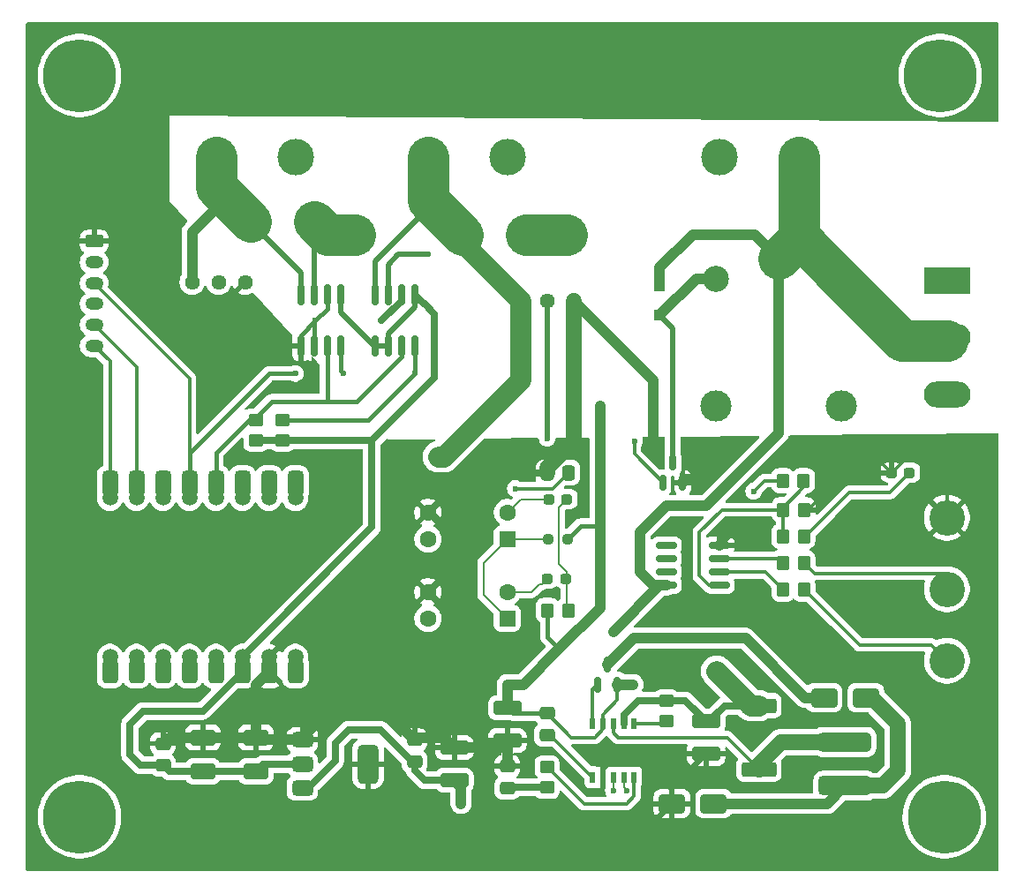
<source format=gbr>
%TF.GenerationSoftware,KiCad,Pcbnew,9.0.6*%
%TF.CreationDate,2026-01-17T02:02:38+03:00*%
%TF.ProjectId,Backup power switch 12v Module,4261636b-7570-4207-906f-776572207377,rev?*%
%TF.SameCoordinates,Original*%
%TF.FileFunction,Copper,L1,Top*%
%TF.FilePolarity,Positive*%
%FSLAX46Y46*%
G04 Gerber Fmt 4.6, Leading zero omitted, Abs format (unit mm)*
G04 Created by KiCad (PCBNEW 9.0.6) date 2026-01-17 02:02:38*
%MOMM*%
%LPD*%
G01*
G04 APERTURE LIST*
G04 Aperture macros list*
%AMRoundRect*
0 Rectangle with rounded corners*
0 $1 Rounding radius*
0 $2 $3 $4 $5 $6 $7 $8 $9 X,Y pos of 4 corners*
0 Add a 4 corners polygon primitive as box body*
4,1,4,$2,$3,$4,$5,$6,$7,$8,$9,$2,$3,0*
0 Add four circle primitives for the rounded corners*
1,1,$1+$1,$2,$3*
1,1,$1+$1,$4,$5*
1,1,$1+$1,$6,$7*
1,1,$1+$1,$8,$9*
0 Add four rect primitives between the rounded corners*
20,1,$1+$1,$2,$3,$4,$5,0*
20,1,$1+$1,$4,$5,$6,$7,0*
20,1,$1+$1,$6,$7,$8,$9,0*
20,1,$1+$1,$8,$9,$2,$3,0*%
G04 Aperture macros list end*
%TA.AperFunction,SMDPad,CuDef*%
%ADD10RoundRect,0.237500X0.250000X0.237500X-0.250000X0.237500X-0.250000X-0.237500X0.250000X-0.237500X0*%
%TD*%
%TA.AperFunction,SMDPad,CuDef*%
%ADD11RoundRect,0.249999X-0.450001X-1.425001X0.450001X-1.425001X0.450001X1.425001X-0.450001X1.425001X0*%
%TD*%
%TA.AperFunction,SMDPad,CuDef*%
%ADD12RoundRect,0.250000X0.450000X-0.350000X0.450000X0.350000X-0.450000X0.350000X-0.450000X-0.350000X0*%
%TD*%
%TA.AperFunction,ComponentPad*%
%ADD13RoundRect,0.250000X-0.625000X0.350000X-0.625000X-0.350000X0.625000X-0.350000X0.625000X0.350000X0*%
%TD*%
%TA.AperFunction,ComponentPad*%
%ADD14O,1.750000X1.200000*%
%TD*%
%TA.AperFunction,SMDPad,CuDef*%
%ADD15RoundRect,0.250000X1.000000X0.650000X-1.000000X0.650000X-1.000000X-0.650000X1.000000X-0.650000X0*%
%TD*%
%TA.AperFunction,SMDPad,CuDef*%
%ADD16RoundRect,0.250000X0.350000X0.450000X-0.350000X0.450000X-0.350000X-0.450000X0.350000X-0.450000X0*%
%TD*%
%TA.AperFunction,ComponentPad*%
%ADD17RoundRect,0.250000X0.550000X0.550000X-0.550000X0.550000X-0.550000X-0.550000X0.550000X-0.550000X0*%
%TD*%
%TA.AperFunction,ComponentPad*%
%ADD18C,1.600000*%
%TD*%
%TA.AperFunction,ComponentPad*%
%ADD19C,3.000000*%
%TD*%
%TA.AperFunction,ComponentPad*%
%ADD20C,2.500000*%
%TD*%
%TA.AperFunction,ComponentPad*%
%ADD21C,1.440000*%
%TD*%
%TA.AperFunction,SMDPad,CuDef*%
%ADD22RoundRect,0.250000X-0.475000X0.337500X-0.475000X-0.337500X0.475000X-0.337500X0.475000X0.337500X0*%
%TD*%
%TA.AperFunction,SMDPad,CuDef*%
%ADD23RoundRect,0.250000X-0.350000X-0.450000X0.350000X-0.450000X0.350000X0.450000X-0.350000X0.450000X0*%
%TD*%
%TA.AperFunction,SMDPad,CuDef*%
%ADD24RoundRect,0.150000X0.150000X-0.587500X0.150000X0.587500X-0.150000X0.587500X-0.150000X-0.587500X0*%
%TD*%
%TA.AperFunction,SMDPad,CuDef*%
%ADD25RoundRect,0.250001X0.944999X-0.507499X0.944999X0.507499X-0.944999X0.507499X-0.944999X-0.507499X0*%
%TD*%
%TA.AperFunction,SMDPad,CuDef*%
%ADD26RoundRect,0.237500X-0.287500X-0.237500X0.287500X-0.237500X0.287500X0.237500X-0.287500X0.237500X0*%
%TD*%
%TA.AperFunction,ComponentPad*%
%ADD27C,3.500000*%
%TD*%
%TA.AperFunction,ComponentPad*%
%ADD28C,3.900000*%
%TD*%
%TA.AperFunction,ConnectorPad*%
%ADD29C,7.000000*%
%TD*%
%TA.AperFunction,SMDPad,CuDef*%
%ADD30RoundRect,0.162500X0.825000X0.162500X-0.825000X0.162500X-0.825000X-0.162500X0.825000X-0.162500X0*%
%TD*%
%TA.AperFunction,ComponentPad*%
%ADD31C,3.400000*%
%TD*%
%TA.AperFunction,SMDPad,CuDef*%
%ADD32RoundRect,0.250000X1.100000X-0.412500X1.100000X0.412500X-1.100000X0.412500X-1.100000X-0.412500X0*%
%TD*%
%TA.AperFunction,SMDPad,CuDef*%
%ADD33RoundRect,0.250000X-1.100000X0.412500X-1.100000X-0.412500X1.100000X-0.412500X1.100000X0.412500X0*%
%TD*%
%TA.AperFunction,SMDPad,CuDef*%
%ADD34RoundRect,0.150000X0.150000X-0.825000X0.150000X0.825000X-0.150000X0.825000X-0.150000X-0.825000X0*%
%TD*%
%TA.AperFunction,SMDPad,CuDef*%
%ADD35RoundRect,0.475000X2.075000X-0.475000X2.075000X0.475000X-2.075000X0.475000X-2.075000X-0.475000X0*%
%TD*%
%TA.AperFunction,SMDPad,CuDef*%
%ADD36RoundRect,0.250000X0.475000X-0.337500X0.475000X0.337500X-0.475000X0.337500X-0.475000X-0.337500X0*%
%TD*%
%TA.AperFunction,SMDPad,CuDef*%
%ADD37RoundRect,0.250000X0.337500X0.475000X-0.337500X0.475000X-0.337500X-0.475000X0.337500X-0.475000X0*%
%TD*%
%TA.AperFunction,SMDPad,CuDef*%
%ADD38RoundRect,0.250000X-0.300000X0.300000X-0.300000X-0.300000X0.300000X-0.300000X0.300000X0.300000X0*%
%TD*%
%TA.AperFunction,SMDPad,CuDef*%
%ADD39RoundRect,0.249999X1.425001X-0.450001X1.425001X0.450001X-1.425001X0.450001X-1.425001X-0.450001X0*%
%TD*%
%TA.AperFunction,SMDPad,CuDef*%
%ADD40RoundRect,0.375000X-0.625000X-0.375000X0.625000X-0.375000X0.625000X0.375000X-0.625000X0.375000X0*%
%TD*%
%TA.AperFunction,SMDPad,CuDef*%
%ADD41RoundRect,0.500000X-0.500000X-1.400000X0.500000X-1.400000X0.500000X1.400000X-0.500000X1.400000X0*%
%TD*%
%TA.AperFunction,SMDPad,CuDef*%
%ADD42R,0.510000X1.100000*%
%TD*%
%TA.AperFunction,ComponentPad*%
%ADD43C,1.500000*%
%TD*%
%TA.AperFunction,SMDPad,CuDef*%
%ADD44RoundRect,0.381000X-0.381000X0.762000X-0.381000X-0.762000X0.381000X-0.762000X0.381000X0.762000X0*%
%TD*%
%TA.AperFunction,SMDPad,CuDef*%
%ADD45RoundRect,0.381000X-0.381000X0.869000X-0.381000X-0.869000X0.381000X-0.869000X0.381000X0.869000X0*%
%TD*%
%TA.AperFunction,ComponentPad*%
%ADD46R,4.500000X2.500000*%
%TD*%
%TA.AperFunction,ComponentPad*%
%ADD47O,4.500000X2.500000*%
%TD*%
%TA.AperFunction,ViaPad*%
%ADD48C,0.600000*%
%TD*%
%TA.AperFunction,ViaPad*%
%ADD49C,1.000000*%
%TD*%
%TA.AperFunction,ViaPad*%
%ADD50C,2.000000*%
%TD*%
%TA.AperFunction,Conductor*%
%ADD51C,0.300000*%
%TD*%
%TA.AperFunction,Conductor*%
%ADD52C,0.500000*%
%TD*%
%TA.AperFunction,Conductor*%
%ADD53C,1.000000*%
%TD*%
%TA.AperFunction,Conductor*%
%ADD54C,4.000000*%
%TD*%
%TA.AperFunction,Conductor*%
%ADD55C,0.700000*%
%TD*%
%TA.AperFunction,Conductor*%
%ADD56C,0.400000*%
%TD*%
%TA.AperFunction,Conductor*%
%ADD57C,1.500000*%
%TD*%
%TA.AperFunction,Conductor*%
%ADD58C,2.000000*%
%TD*%
%TA.AperFunction,Conductor*%
%ADD59C,0.200000*%
%TD*%
%TA.AperFunction,Conductor*%
%ADD60C,3.000000*%
%TD*%
G04 APERTURE END LIST*
D10*
X141650000Y-106680000D03*
X139825000Y-106680000D03*
D11*
X111250000Y-76200000D03*
X117350000Y-76200000D03*
D12*
X151130000Y-124190000D03*
X151130000Y-122190000D03*
D13*
X96266000Y-78138000D03*
D14*
X96266000Y-80138000D03*
X96266000Y-82138000D03*
X96266000Y-84138000D03*
X96266000Y-86138000D03*
X96266000Y-88138000D03*
D15*
X155670001Y-132080000D03*
X151669999Y-132080000D03*
D16*
X164322000Y-103886000D03*
X162322000Y-103886000D03*
D17*
X135885000Y-106685000D03*
D18*
X135885000Y-104145000D03*
X128265000Y-104145000D03*
X128265000Y-106685000D03*
D19*
X161925000Y-79765000D03*
D20*
X155875000Y-81715000D03*
D19*
X155875000Y-93915000D03*
X167925000Y-93965000D03*
D20*
X167875000Y-81715000D03*
D21*
X105664000Y-82042000D03*
X108204000Y-82042000D03*
X110743999Y-82042000D03*
D22*
X139700000Y-123422500D03*
X139700000Y-125497500D03*
D23*
X162322000Y-108966000D03*
X164322000Y-108966000D03*
D24*
X144540000Y-120650000D03*
X146440000Y-120650000D03*
X145490000Y-118774999D03*
D25*
X106680000Y-128985000D03*
X106680000Y-125730000D03*
D26*
X139728000Y-110490000D03*
X141478000Y-110490000D03*
D15*
X170275001Y-121920000D03*
X166274999Y-121920000D03*
D27*
X107950000Y-70040000D03*
X115570000Y-70040000D03*
D12*
X111760000Y-97250000D03*
X111760000Y-95250000D03*
D27*
X156210000Y-70040000D03*
X163830000Y-70040000D03*
D25*
X111759999Y-128985000D03*
X111759999Y-125730000D03*
D28*
X177410000Y-62230000D03*
D29*
X177410000Y-62230000D03*
D30*
X156207500Y-111125000D03*
X156207500Y-109855000D03*
X156207500Y-108585000D03*
X156207500Y-107315000D03*
X151132500Y-107315000D03*
X151132500Y-108585000D03*
X151132500Y-109855000D03*
X151132500Y-111125000D03*
D12*
X139700000Y-130540000D03*
X139700000Y-128540000D03*
D17*
X135885000Y-114305000D03*
D18*
X135885000Y-111765000D03*
X128265000Y-111765000D03*
X128265000Y-114305000D03*
D28*
X177800000Y-133350000D03*
D29*
X177800000Y-133350000D03*
D23*
X162322000Y-106426000D03*
X164322000Y-106426000D03*
D24*
X150815000Y-101267500D03*
X152715000Y-101267500D03*
X151765000Y-99392499D03*
D23*
X162322000Y-111506000D03*
X164322000Y-111506000D03*
D31*
X178054000Y-104648000D03*
D32*
X130810000Y-129832500D03*
X130810000Y-126707500D03*
D11*
X131570000Y-77470000D03*
X137670000Y-77470000D03*
D16*
X164306000Y-101092000D03*
X162306000Y-101092000D03*
D33*
X154940000Y-124167500D03*
X154940000Y-127292500D03*
D27*
X128270000Y-70040000D03*
X135890000Y-70040000D03*
D34*
X116078000Y-88200000D03*
X117348000Y-88200000D03*
X118618000Y-88200000D03*
X119888000Y-88200000D03*
X119888000Y-83250000D03*
X118618000Y-83250000D03*
X117348000Y-83250000D03*
X116078000Y-83250000D03*
D35*
X168275000Y-130370000D03*
X168275000Y-126170000D03*
D36*
X102870000Y-128395000D03*
X102870000Y-126320000D03*
D28*
X94860000Y-62230000D03*
D29*
X94860000Y-62230000D03*
D36*
X135890000Y-130577500D03*
X135890000Y-128502500D03*
D21*
X137160000Y-83820000D03*
X139700000Y-83820000D03*
X142239999Y-83820000D03*
D28*
X94860000Y-133350000D03*
D29*
X94860000Y-133350000D03*
D12*
X114300000Y-97250000D03*
X114300000Y-95250000D03*
D16*
X141732000Y-113538000D03*
X139732000Y-113538000D03*
D26*
X172720000Y-100330000D03*
X174469998Y-100330000D03*
D37*
X141775000Y-100330000D03*
X139700000Y-100330000D03*
D36*
X127000000Y-128037500D03*
X127000000Y-125962500D03*
D26*
X139862500Y-102870000D03*
X141612500Y-102870000D03*
D33*
X135890000Y-122897500D03*
X135890000Y-126022500D03*
D38*
X150495000Y-82420001D03*
X150495000Y-85219999D03*
D39*
X160020000Y-128780000D03*
X160020000Y-122680000D03*
D31*
X178054000Y-118364000D03*
D40*
X116230000Y-125970000D03*
X116230000Y-128270000D03*
X116230000Y-130570000D03*
D41*
X122530000Y-128270000D03*
D42*
X144050000Y-129550000D03*
X145050000Y-129550000D03*
X146050000Y-129550000D03*
X147050000Y-129550000D03*
X148050000Y-129550000D03*
X148050000Y-124450000D03*
X147050000Y-124450000D03*
X146050000Y-124450000D03*
X145050000Y-124450000D03*
X144050000Y-124450000D03*
D43*
X97780000Y-118000000D03*
D44*
X97790000Y-119380000D03*
D43*
X100320000Y-118000000D03*
D44*
X100330000Y-119380000D03*
D43*
X102860000Y-118000000D03*
D44*
X102870000Y-119380000D03*
D43*
X105400000Y-118000000D03*
D44*
X105409999Y-119380000D03*
D43*
X107940000Y-118000000D03*
D44*
X107950000Y-119380000D03*
D45*
X115570000Y-101380000D03*
D43*
X115560000Y-102760000D03*
D45*
X113030000Y-101380000D03*
D43*
X113020000Y-102746000D03*
D45*
X110490000Y-101380000D03*
D43*
X110480000Y-102746000D03*
D45*
X107950000Y-101380000D03*
D43*
X107940000Y-102746000D03*
D45*
X105409999Y-101380000D03*
D43*
X105400000Y-102746000D03*
D45*
X102870000Y-101380000D03*
D43*
X102860000Y-102746000D03*
D45*
X100330000Y-101380000D03*
D43*
X100320000Y-102746000D03*
D45*
X97790000Y-101380000D03*
D43*
X97780000Y-102746000D03*
X110480000Y-118000000D03*
D44*
X110490000Y-119380000D03*
D43*
X115560000Y-118000000D03*
D44*
X115570000Y-119380000D03*
D43*
X113020000Y-118000000D03*
D44*
X113030000Y-119380000D03*
D31*
X178054000Y-111506000D03*
D46*
X178120000Y-81915000D03*
D47*
X178120000Y-87365000D03*
X178120000Y-92815000D03*
D34*
X123190000Y-88200000D03*
X124460000Y-88200000D03*
X125730000Y-88200000D03*
X127000000Y-88200000D03*
X127000000Y-83250000D03*
X125730000Y-83250000D03*
X124460000Y-83250000D03*
X123190000Y-83250000D03*
D48*
X122909892Y-97250000D03*
X127000000Y-90805000D03*
X120142000Y-90805000D03*
X115570000Y-90805000D03*
X136652000Y-101854000D03*
D49*
X129286000Y-98806000D03*
X155956000Y-119380000D03*
D48*
X153670000Y-100965000D03*
X117475000Y-85725000D03*
X157988000Y-105410000D03*
X149860000Y-98425000D03*
X123825000Y-85725000D03*
X148082000Y-97282000D03*
X159512000Y-102108000D03*
X146050000Y-130810000D03*
X147320000Y-130810000D03*
X146050000Y-115570000D03*
X131445000Y-132080000D03*
D49*
X135890000Y-120650000D03*
X144780000Y-93915000D03*
D48*
X147955000Y-120650000D03*
D50*
X121285000Y-77470000D03*
X141605000Y-77470000D03*
D48*
X128270000Y-79375000D03*
X139700000Y-97028000D03*
D51*
X139700000Y-125497500D02*
X139997500Y-125497500D01*
X139997500Y-125497500D02*
X144050000Y-129550000D01*
D52*
X111250000Y-76200000D02*
X111250000Y-76325000D01*
D53*
X105664000Y-77216000D02*
X105664000Y-82042000D01*
D54*
X107950000Y-72900000D02*
X111250000Y-76200000D01*
D52*
X116078000Y-81153000D02*
X116078000Y-83250000D01*
X111250000Y-76325000D02*
X116078000Y-81153000D01*
D54*
X107950000Y-70040000D02*
X107950000Y-72900000D01*
D53*
X107950000Y-70040000D02*
X107950000Y-74930000D01*
X107950000Y-74930000D02*
X105664000Y-77216000D01*
D55*
X135927500Y-130540000D02*
X135890000Y-130577500D01*
X139700000Y-130540000D02*
X135927500Y-130540000D01*
D56*
X111760000Y-94996000D02*
X111760000Y-95250000D01*
X107950000Y-98425000D02*
X107950000Y-101380000D01*
X125730000Y-89174999D02*
X125730000Y-88200000D01*
X118618000Y-88200000D02*
X118618000Y-93472000D01*
X117475000Y-93472000D02*
X121432999Y-93472000D01*
X111760000Y-95250000D02*
X111125000Y-95250000D01*
X121432999Y-93472000D02*
X125730000Y-89174999D01*
X117475000Y-93472000D02*
X113284000Y-93472000D01*
X111125000Y-95250000D02*
X107950000Y-98425000D01*
X113284000Y-93472000D02*
X111760000Y-94996000D01*
D52*
X123125000Y-88200000D02*
X123190000Y-88200000D01*
D55*
X110490000Y-119380000D02*
X106680000Y-123190000D01*
X128905000Y-91254892D02*
X122909892Y-97250000D01*
X99695000Y-127381000D02*
X100709000Y-128395000D01*
X106680000Y-123190000D02*
X100965000Y-123190000D01*
X99695000Y-124460000D02*
X99695000Y-127381000D01*
X127900999Y-84150999D02*
X127965999Y-84150999D01*
X111759999Y-128985000D02*
X106680000Y-128985000D01*
D52*
X119888000Y-84963000D02*
X123125000Y-88200000D01*
D55*
X122909892Y-105570108D02*
X110480000Y-118000000D01*
X127000000Y-83250000D02*
X127900999Y-84150999D01*
X112474999Y-128270000D02*
X111759999Y-128985000D01*
D52*
X124460000Y-88200000D02*
X124460000Y-86995000D01*
D55*
X122909892Y-97250000D02*
X122555000Y-97250000D01*
D52*
X123190000Y-88200000D02*
X124460000Y-88200000D01*
D55*
X100965000Y-123190000D02*
X99695000Y-124460000D01*
D52*
X119888000Y-83250000D02*
X119888000Y-84963000D01*
D55*
X116230000Y-128270000D02*
X112474999Y-128270000D01*
X114300000Y-97250000D02*
X111760000Y-97250000D01*
X122909892Y-97250000D02*
X122909892Y-105570108D01*
X110490000Y-119380000D02*
X110490000Y-120015000D01*
X106680000Y-128985000D02*
X103460000Y-128985000D01*
X103460000Y-128985000D02*
X102870000Y-128395000D01*
X122555000Y-97250000D02*
X114300000Y-97250000D01*
X127965999Y-84150999D02*
X128905000Y-85090000D01*
D52*
X127000000Y-84455000D02*
X127000000Y-83250000D01*
D55*
X128905000Y-85090000D02*
X128905000Y-91254892D01*
X100709000Y-128395000D02*
X102870000Y-128395000D01*
D52*
X124460000Y-86995000D02*
X127000000Y-84455000D01*
D51*
X100320000Y-90192000D02*
X96266000Y-86138000D01*
X100320000Y-102746000D02*
X100320000Y-90192000D01*
D56*
X115570000Y-90805000D02*
X113030000Y-90805000D01*
X127000000Y-88200000D02*
X127000000Y-90805000D01*
D51*
X96266000Y-82138000D02*
X105400000Y-91272000D01*
X105400000Y-91272000D02*
X105400000Y-102746000D01*
D56*
X122555000Y-95250000D02*
X114300000Y-95250000D01*
X113030000Y-90805000D02*
X105409999Y-98425001D01*
X120142000Y-90805000D02*
X119888000Y-90551000D01*
X105409999Y-98425001D02*
X105409999Y-101380000D01*
X119888000Y-90551000D02*
X119888000Y-88200000D01*
X127000000Y-90805000D02*
X122555000Y-95250000D01*
D52*
X151765000Y-86489999D02*
X150495000Y-85219999D01*
D53*
X155875000Y-81715000D02*
X153999999Y-81715000D01*
X153999999Y-81715000D02*
X150495000Y-85219999D01*
D52*
X151765000Y-99392499D02*
X151765000Y-86489999D01*
D53*
X145490000Y-118774999D02*
X148059999Y-116205000D01*
X164465000Y-121920000D02*
X166274999Y-121920000D01*
X158750000Y-116205000D02*
X164465000Y-121920000D01*
X148059999Y-116205000D02*
X158750000Y-116205000D01*
D57*
X170862501Y-121920000D02*
X173355000Y-124412499D01*
X173355000Y-128905000D02*
X171890000Y-130370000D01*
D53*
X166565000Y-132080000D02*
X168275000Y-130370000D01*
D57*
X173355000Y-124412499D02*
X173355000Y-128905000D01*
X170275001Y-121920000D02*
X170862501Y-121920000D01*
X171890000Y-130370000D02*
X168275000Y-130370000D01*
D53*
X155670001Y-132080000D02*
X166565000Y-132080000D01*
D52*
X128270000Y-70040000D02*
X128270000Y-74930000D01*
D58*
X131570000Y-78230000D02*
X131570000Y-77470000D01*
X129794000Y-98806000D02*
X137160000Y-91440000D01*
D55*
X151130000Y-122190000D02*
X152962500Y-122190000D01*
X148460000Y-122190000D02*
X151130000Y-122190000D01*
X147050000Y-124450000D02*
X147050000Y-123600000D01*
X155232500Y-124167500D02*
X156720000Y-122680000D01*
D52*
X123190000Y-80010000D02*
X123190000Y-83250000D01*
D51*
X141775000Y-100330000D02*
X140251000Y-101854000D01*
D54*
X128270000Y-70040000D02*
X128270000Y-74170000D01*
D58*
X159256000Y-122680000D02*
X160020000Y-122680000D01*
D55*
X152962500Y-122190000D02*
X154940000Y-124167500D01*
D58*
X129286000Y-98806000D02*
X129794000Y-98806000D01*
D52*
X128270000Y-74930000D02*
X123190000Y-80010000D01*
D54*
X128270000Y-74170000D02*
X131570000Y-77470000D01*
D51*
X140251000Y-101854000D02*
X136652000Y-101854000D01*
D58*
X155956000Y-119380000D02*
X159256000Y-122680000D01*
D55*
X147050000Y-123600000D02*
X148460000Y-122190000D01*
D58*
X137160000Y-83820000D02*
X131570000Y-78230000D01*
D55*
X156720000Y-122680000D02*
X160020000Y-122680000D01*
X154940000Y-124167500D02*
X155232500Y-124167500D01*
D58*
X137160000Y-91440000D02*
X137160000Y-83820000D01*
D51*
X97780000Y-89652000D02*
X96266000Y-88138000D01*
X97780000Y-102746000D02*
X97780000Y-89652000D01*
D59*
X133604000Y-112024000D02*
X133604000Y-108966000D01*
X139825000Y-106680000D02*
X135890000Y-106680000D01*
X135890000Y-106680000D02*
X135885000Y-106685000D01*
X133604000Y-108966000D02*
X135885000Y-106685000D01*
X135885000Y-114305000D02*
X133604000Y-112024000D01*
D53*
X111759999Y-125730000D02*
X106680000Y-125730000D01*
X149860000Y-91440000D02*
X142240000Y-83820000D01*
D51*
X172720000Y-100330000D02*
X173990000Y-99060000D01*
D55*
X156210000Y-107312500D02*
X156210000Y-107188000D01*
D51*
X178054000Y-99949000D02*
X178054000Y-104648000D01*
D52*
X134387500Y-128502500D02*
X133350000Y-129540000D01*
D55*
X125730000Y-83820000D02*
X123825000Y-85725000D01*
D56*
X116078000Y-87122000D02*
X116078000Y-88200000D01*
D55*
X125730000Y-83250000D02*
X125730000Y-83820000D01*
D52*
X149225000Y-128270000D02*
X151669999Y-130714999D01*
D55*
X130175000Y-113675000D02*
X130175000Y-126072500D01*
X130810000Y-109220000D02*
X130810000Y-106367500D01*
D57*
X142240000Y-97282000D02*
X139700000Y-99822000D01*
D53*
X119380000Y-122555000D02*
X116447500Y-125487500D01*
D52*
X151669999Y-132080000D02*
X151669999Y-130562501D01*
D55*
X139700000Y-100330000D02*
X132080000Y-100330000D01*
D56*
X118618000Y-84582000D02*
X117475000Y-85725000D01*
D51*
X169545000Y-99060000D02*
X164719000Y-103886000D01*
D55*
X130175000Y-126072500D02*
X130810000Y-126707500D01*
D53*
X135205000Y-126707500D02*
X135890000Y-126022500D01*
D51*
X171450000Y-99060000D02*
X169545000Y-99060000D01*
D53*
X116447500Y-125487500D02*
X116447500Y-125752500D01*
X153017500Y-100965000D02*
X152715000Y-101267500D01*
D55*
X128587500Y-104145000D02*
X128265000Y-104145000D01*
D52*
X145050000Y-128700000D02*
X145480000Y-128270000D01*
D53*
X113030000Y-119380000D02*
X111759999Y-120650001D01*
D51*
X177165000Y-99060000D02*
X178054000Y-99949000D01*
D57*
X142239999Y-83820000D02*
X142240000Y-83820001D01*
D52*
X133350000Y-132080000D02*
X134620000Y-133350000D01*
X136182500Y-133350000D02*
X150399999Y-133350000D01*
X134620000Y-133350000D02*
X136182500Y-133350000D01*
X133350000Y-129540000D02*
X133350000Y-132080000D01*
X151669999Y-130562501D02*
X154940000Y-127292500D01*
D56*
X117475000Y-85725000D02*
X116078000Y-87122000D01*
D52*
X135890000Y-128502500D02*
X134387500Y-128502500D01*
D55*
X128265000Y-111765000D02*
X130810000Y-109220000D01*
D53*
X135890000Y-126022500D02*
X135890000Y-128502500D01*
D55*
X132080000Y-100330000D02*
X128265000Y-104145000D01*
D56*
X117348000Y-85852000D02*
X117348000Y-88200000D01*
X118618000Y-83250000D02*
X118618000Y-84582000D01*
D55*
X130810000Y-106367500D02*
X128587500Y-104145000D01*
D51*
X164719000Y-103886000D02*
X164322000Y-103886000D01*
D53*
X103460000Y-125730000D02*
X102870000Y-126320000D01*
X106680000Y-125730000D02*
X103460000Y-125730000D01*
D57*
X142240000Y-83820001D02*
X142240000Y-97282000D01*
D52*
X151669999Y-130714999D02*
X151669999Y-132080000D01*
D51*
X172720000Y-100330000D02*
X171450000Y-99060000D01*
D52*
X145050000Y-129550000D02*
X145050000Y-128700000D01*
D53*
X111759999Y-120650001D02*
X111759999Y-125730000D01*
X149860000Y-98425000D02*
X149860000Y-91440000D01*
X142240000Y-83820000D02*
X142239999Y-83820000D01*
X116230000Y-125970000D02*
X111999999Y-125970000D01*
D56*
X117475000Y-85725000D02*
X117348000Y-85852000D01*
D51*
X173990000Y-99060000D02*
X177165000Y-99060000D01*
D53*
X123592500Y-122555000D02*
X119380000Y-122555000D01*
D52*
X145480000Y-128270000D02*
X149225000Y-128270000D01*
D53*
X156207500Y-107315000D02*
X156210000Y-107312500D01*
X116447500Y-125752500D02*
X116230000Y-125970000D01*
D57*
X139700000Y-99822000D02*
X139700000Y-100330000D01*
D55*
X128265000Y-111765000D02*
X130175000Y-113675000D01*
X156210000Y-107188000D02*
X157988000Y-105410000D01*
D53*
X153670000Y-100965000D02*
X153017500Y-100965000D01*
X129832500Y-125730000D02*
X126767500Y-125730000D01*
X111999999Y-125970000D02*
X111759999Y-125730000D01*
X130810000Y-126707500D02*
X135205000Y-126707500D01*
D52*
X150399999Y-133350000D02*
X151669999Y-132080000D01*
D53*
X130810000Y-126707500D02*
X129832500Y-125730000D01*
X126767500Y-125730000D02*
X123592500Y-122555000D01*
D57*
X162120000Y-126170000D02*
X168275000Y-126170000D01*
X160020000Y-128780000D02*
X160020000Y-128270000D01*
D51*
X146050000Y-125300000D02*
X146480000Y-125730000D01*
X156970000Y-125730000D02*
X160020000Y-128780000D01*
D57*
X160020000Y-128270000D02*
X162120000Y-126170000D01*
D51*
X146480000Y-125730000D02*
X156970000Y-125730000D01*
X146050000Y-124450000D02*
X146050000Y-125300000D01*
X144540000Y-120650000D02*
X144050000Y-121140000D01*
X144050000Y-121140000D02*
X144050000Y-124450000D01*
X160528000Y-101092000D02*
X159512000Y-102108000D01*
X148082000Y-97282000D02*
X148082000Y-98534500D01*
X162306000Y-101092000D02*
X160528000Y-101092000D01*
X148082000Y-98534500D02*
X150815000Y-101267500D01*
X148050000Y-124450000D02*
X150870000Y-124450000D01*
X150870000Y-124450000D02*
X151130000Y-124190000D01*
X147320000Y-132080000D02*
X148050000Y-131350000D01*
X143240000Y-132080000D02*
X147320000Y-132080000D01*
X148050000Y-131350000D02*
X148050000Y-129550000D01*
X139700000Y-128540000D02*
X143240000Y-132080000D01*
X156464000Y-103886000D02*
X162322000Y-103886000D01*
X162322000Y-103886000D02*
X162322000Y-103713499D01*
X155220001Y-111125000D02*
X154305000Y-110209999D01*
X156207500Y-111125000D02*
X155220001Y-111125000D01*
X154305000Y-106045000D02*
X156464000Y-103886000D01*
X162322000Y-103886000D02*
X162322000Y-106426000D01*
X164306000Y-101729499D02*
X164306000Y-101092000D01*
X154305000Y-110209999D02*
X154305000Y-106045000D01*
X162322000Y-103713499D02*
X164306000Y-101729499D01*
X161941000Y-108585000D02*
X162322000Y-108966000D01*
X156207500Y-108585000D02*
X161941000Y-108585000D01*
X160671000Y-109855000D02*
X162322000Y-111506000D01*
X156207500Y-109855000D02*
X160671000Y-109855000D01*
D59*
X137160000Y-102870000D02*
X135885000Y-104145000D01*
X146050000Y-129550000D02*
X146050000Y-130810000D01*
X139862500Y-102870000D02*
X137160000Y-102870000D01*
X139220000Y-110998000D02*
X139728000Y-110490000D01*
X147050000Y-130540000D02*
X147320000Y-130810000D01*
X138966000Y-110998000D02*
X139220000Y-110998000D01*
X138199000Y-111765000D02*
X138966000Y-110998000D01*
X135885000Y-111765000D02*
X138199000Y-111765000D01*
X147050000Y-129550000D02*
X147050000Y-130540000D01*
D54*
X163830000Y-70040000D02*
X163830000Y-77860000D01*
D53*
X149860000Y-111125000D02*
X148590000Y-109855000D01*
D55*
X119380000Y-127952500D02*
X116762500Y-130570000D01*
D53*
X148590000Y-109855000D02*
X148590000Y-106045000D01*
D54*
X175260000Y-87630000D02*
X173790000Y-87630000D01*
D53*
X161925000Y-79765000D02*
X159630000Y-77470000D01*
X150495000Y-111125000D02*
X151132500Y-111125000D01*
D55*
X130810000Y-129832500D02*
X127927500Y-129832500D01*
D53*
X154940000Y-103505000D02*
X161925000Y-96520000D01*
D54*
X163830000Y-77860000D02*
X161925000Y-79765000D01*
D55*
X123698000Y-124968000D02*
X120650000Y-124968000D01*
X119380000Y-126238000D02*
X119380000Y-127952500D01*
X127000000Y-128037500D02*
X126767500Y-128037500D01*
D54*
X173790000Y-87630000D02*
X167875000Y-81715000D01*
D53*
X151132500Y-111125000D02*
X149860000Y-111125000D01*
D54*
X175260000Y-87630000D02*
X178120000Y-87630000D01*
D53*
X159630000Y-77470000D02*
X153670000Y-77470000D01*
D55*
X127927500Y-129832500D02*
X127000000Y-128905000D01*
D53*
X148590000Y-106045000D02*
X151130000Y-103505000D01*
X150495000Y-80645000D02*
X150495000Y-82420001D01*
X131445000Y-130467500D02*
X130810000Y-129832500D01*
D55*
X120650000Y-124968000D02*
X119380000Y-126238000D01*
X116762500Y-130570000D02*
X116230000Y-130570000D01*
X126767500Y-128037500D02*
X123698000Y-124968000D01*
D53*
X131445000Y-132080000D02*
X131445000Y-130467500D01*
X146050000Y-115570000D02*
X150495000Y-111125000D01*
D54*
X164020000Y-77860000D02*
X167875000Y-81715000D01*
D53*
X151130000Y-103505000D02*
X154940000Y-103505000D01*
D55*
X127000000Y-128905000D02*
X127000000Y-128037500D01*
D53*
X153670000Y-77470000D02*
X150495000Y-80645000D01*
X161925000Y-96520000D02*
X161925000Y-79765000D01*
D60*
X163830000Y-77860000D02*
X164020000Y-77860000D01*
D53*
X144780000Y-93915000D02*
X144780000Y-105410000D01*
D56*
X141650000Y-106680000D02*
X142920000Y-105410000D01*
D52*
X117348000Y-78742000D02*
X118620000Y-77470000D01*
D53*
X135890000Y-120650000D02*
X135890000Y-122897500D01*
X144780000Y-113284000D02*
X144780000Y-105410000D01*
D54*
X117350000Y-76200000D02*
X118620000Y-77470000D01*
D56*
X139700000Y-123422500D02*
X136415000Y-123422500D01*
D53*
X135890000Y-120650000D02*
X137414000Y-120650000D01*
D51*
X142007500Y-125730000D02*
X139700000Y-123422500D01*
X145050000Y-124450000D02*
X145050000Y-124957000D01*
D54*
X118620000Y-77470000D02*
X121285000Y-77470000D01*
D51*
X145050000Y-124450000D02*
X145050000Y-123555000D01*
X145050000Y-124957000D02*
X144277000Y-125730000D01*
D52*
X117348000Y-83250000D02*
X117348000Y-78742000D01*
D56*
X139737500Y-113543500D02*
X139737500Y-116115500D01*
D51*
X146440000Y-122165000D02*
X146440000Y-120650000D01*
D56*
X139732000Y-113538000D02*
X139737500Y-113543500D01*
D53*
X137414000Y-120650000D02*
X140843000Y-117221000D01*
D56*
X136415000Y-123422500D02*
X135890000Y-122897500D01*
D51*
X145050000Y-123555000D02*
X146440000Y-122165000D01*
D56*
X139737500Y-116115500D02*
X140843000Y-117221000D01*
D51*
X144277000Y-125730000D02*
X142007500Y-125730000D01*
D53*
X146440000Y-120650000D02*
X147955000Y-120650000D01*
D56*
X142920000Y-105410000D02*
X144780000Y-105410000D01*
D53*
X140843000Y-117221000D02*
X144780000Y-113284000D01*
D54*
X137670000Y-77470000D02*
X141605000Y-77470000D01*
D52*
X124460000Y-80370001D02*
X125455001Y-79375000D01*
X127635000Y-79375000D02*
X128270000Y-79375000D01*
X125455001Y-79375000D02*
X127635000Y-79375000D01*
X124460000Y-83250000D02*
X124460000Y-80370001D01*
D59*
X141612500Y-102870000D02*
X140809251Y-103673249D01*
X141612500Y-112905000D02*
X141732000Y-113024500D01*
X141612500Y-109862500D02*
X141612500Y-112905000D01*
X140809251Y-103673249D02*
X140809251Y-109059251D01*
X140809251Y-109059251D02*
X141612500Y-109862500D01*
X141732000Y-113024500D02*
X141732000Y-113538000D01*
D51*
X164322000Y-106426000D02*
X164450999Y-106426000D01*
X164450999Y-106426000D02*
X168641999Y-102235000D01*
X172564998Y-102235000D02*
X174469998Y-100330000D01*
X168641999Y-102235000D02*
X172564998Y-102235000D01*
X169656000Y-116840000D02*
X164322000Y-111506000D01*
X176530000Y-116840000D02*
X169656000Y-116840000D01*
X178054000Y-118364000D02*
X176530000Y-116840000D01*
X177800000Y-109982000D02*
X165338000Y-109982000D01*
D52*
X139700000Y-97028000D02*
X139700000Y-83820000D01*
D51*
X165338000Y-109982000D02*
X164322000Y-108966000D01*
%TA.AperFunction,Conductor*%
G36*
X182948539Y-57162185D02*
G01*
X182994294Y-57214989D01*
X183005500Y-57266500D01*
X183005500Y-66526584D01*
X182985815Y-66593623D01*
X182933011Y-66639378D01*
X182880546Y-66650580D01*
X103505000Y-66039999D01*
X103505000Y-74295000D01*
X105177637Y-76119696D01*
X105180427Y-76125379D01*
X105185497Y-76129175D01*
X105195638Y-76156365D01*
X105208427Y-76182416D01*
X105207701Y-76188707D01*
X105209914Y-76194640D01*
X105203745Y-76222993D01*
X105200420Y-76251825D01*
X105196069Y-76258281D01*
X105195062Y-76262913D01*
X105173912Y-76291167D01*
X105026221Y-76438858D01*
X105026220Y-76438858D01*
X105026219Y-76438859D01*
X105026218Y-76438861D01*
X104981278Y-76483801D01*
X104886859Y-76578219D01*
X104777371Y-76742079D01*
X104777364Y-76742092D01*
X104701950Y-76924160D01*
X104701947Y-76924170D01*
X104663500Y-77117456D01*
X104663500Y-81302342D01*
X104643815Y-81369381D01*
X104639818Y-81375228D01*
X104620135Y-81402318D01*
X104532916Y-81573493D01*
X104473553Y-81756197D01*
X104465424Y-81807523D01*
X104443500Y-81945945D01*
X104443500Y-82138055D01*
X104447705Y-82164602D01*
X104473553Y-82327802D01*
X104532916Y-82510506D01*
X104567465Y-82578311D01*
X104620135Y-82681681D01*
X104733055Y-82837102D01*
X104868898Y-82972945D01*
X105024319Y-83085865D01*
X105174970Y-83162626D01*
X105195493Y-83173083D01*
X105286845Y-83202764D01*
X105378199Y-83232447D01*
X105567945Y-83262500D01*
X105567946Y-83262500D01*
X105760054Y-83262500D01*
X105760055Y-83262500D01*
X105949801Y-83232447D01*
X106132509Y-83173082D01*
X106303681Y-83085865D01*
X106459102Y-82972945D01*
X106594945Y-82837102D01*
X106707865Y-82681681D01*
X106795082Y-82510509D01*
X106795143Y-82510322D01*
X106816069Y-82445919D01*
X106855506Y-82388243D01*
X106919864Y-82361044D01*
X106988711Y-82372958D01*
X107040187Y-82420202D01*
X107051931Y-82445919D01*
X107072915Y-82510504D01*
X107098363Y-82560447D01*
X107160135Y-82681681D01*
X107273055Y-82837102D01*
X107408898Y-82972945D01*
X107564319Y-83085865D01*
X107714970Y-83162626D01*
X107735493Y-83173083D01*
X107826845Y-83202764D01*
X107918199Y-83232447D01*
X108107945Y-83262500D01*
X108107946Y-83262500D01*
X108300054Y-83262500D01*
X108300055Y-83262500D01*
X108489801Y-83232447D01*
X108672509Y-83173082D01*
X108843681Y-83085865D01*
X108999102Y-82972945D01*
X109134945Y-82837102D01*
X109247865Y-82681681D01*
X109335082Y-82510509D01*
X109356331Y-82445108D01*
X109395767Y-82387435D01*
X109460125Y-82360236D01*
X109528971Y-82372149D01*
X109580448Y-82419392D01*
X109592193Y-82445107D01*
X109613383Y-82510322D01*
X109700560Y-82681415D01*
X109721797Y-82710646D01*
X110343999Y-82088444D01*
X110343999Y-82094661D01*
X110371258Y-82196394D01*
X110423919Y-82287606D01*
X110498393Y-82362080D01*
X110589605Y-82414741D01*
X110691338Y-82442000D01*
X110697551Y-82442000D01*
X110075350Y-83064200D01*
X110075351Y-83064201D01*
X110104576Y-83085434D01*
X110275677Y-83172616D01*
X110458314Y-83231959D01*
X110647984Y-83262000D01*
X110840014Y-83262000D01*
X111029683Y-83231959D01*
X111212320Y-83172616D01*
X111383410Y-83085440D01*
X111383418Y-83085435D01*
X111401627Y-83072206D01*
X111467433Y-83048725D01*
X111535487Y-83064549D01*
X111565921Y-83088733D01*
X115262688Y-87121569D01*
X115293478Y-87184289D01*
X115290358Y-87239951D01*
X115280901Y-87272502D01*
X115280899Y-87272515D01*
X115278000Y-87309350D01*
X115278000Y-87950000D01*
X116022083Y-87950000D01*
X116480417Y-88450000D01*
X116328000Y-88450000D01*
X116328000Y-89672295D01*
X116328001Y-89672295D01*
X116330486Y-89672100D01*
X116488198Y-89626281D01*
X116629552Y-89542685D01*
X116635722Y-89537900D01*
X116637546Y-89540252D01*
X116686595Y-89513445D01*
X116756288Y-89518402D01*
X116789063Y-89539465D01*
X116790278Y-89537900D01*
X116796447Y-89542685D01*
X116937801Y-89626281D01*
X117095514Y-89672100D01*
X117095511Y-89672100D01*
X117097998Y-89672295D01*
X117098000Y-89672295D01*
X117098000Y-89123727D01*
X117598000Y-89669181D01*
X117598000Y-89672296D01*
X117612935Y-89686102D01*
X117620166Y-89693363D01*
X117884908Y-89982172D01*
X117915697Y-90044890D01*
X117917500Y-90065960D01*
X117917500Y-92647500D01*
X117897815Y-92714539D01*
X117845011Y-92760294D01*
X117793500Y-92771500D01*
X113215004Y-92771500D01*
X113107781Y-92792827D01*
X113107782Y-92792828D01*
X113079677Y-92798418D01*
X113079668Y-92798421D01*
X113046870Y-92812006D01*
X113046863Y-92812009D01*
X113040851Y-92814500D01*
X112952189Y-92851225D01*
X112859113Y-92913417D01*
X112854396Y-92916569D01*
X112837454Y-92927888D01*
X112837453Y-92927889D01*
X111652160Y-94113181D01*
X111590837Y-94146666D01*
X111564479Y-94149500D01*
X111259999Y-94149500D01*
X111259980Y-94149501D01*
X111157203Y-94160000D01*
X111157200Y-94160001D01*
X110990668Y-94215185D01*
X110990659Y-94215189D01*
X110901422Y-94270231D01*
X110834029Y-94288671D01*
X110767366Y-94267748D01*
X110722597Y-94214106D01*
X110713936Y-94144775D01*
X110744133Y-94081768D01*
X110748626Y-94077030D01*
X113283838Y-91541819D01*
X113345161Y-91508334D01*
X113371519Y-91505500D01*
X115144684Y-91505500D01*
X115192136Y-91514939D01*
X115296318Y-91558092D01*
X115336503Y-91574737D01*
X115491153Y-91605499D01*
X115491156Y-91605500D01*
X115491158Y-91605500D01*
X115648844Y-91605500D01*
X115648845Y-91605499D01*
X115803497Y-91574737D01*
X115949179Y-91514394D01*
X116080289Y-91426789D01*
X116191789Y-91315289D01*
X116279394Y-91184179D01*
X116339737Y-91038497D01*
X116370500Y-90883842D01*
X116370500Y-90726158D01*
X116370500Y-90726155D01*
X116370499Y-90726153D01*
X116339737Y-90571503D01*
X116304507Y-90486450D01*
X116279397Y-90425827D01*
X116279390Y-90425814D01*
X116191789Y-90294711D01*
X116191786Y-90294707D01*
X116080292Y-90183213D01*
X116080288Y-90183210D01*
X115949185Y-90095609D01*
X115949172Y-90095602D01*
X115803501Y-90035264D01*
X115803489Y-90035261D01*
X115648845Y-90004500D01*
X115648842Y-90004500D01*
X115491158Y-90004500D01*
X115491155Y-90004500D01*
X115336510Y-90035261D01*
X115336498Y-90035264D01*
X115192136Y-90095061D01*
X115144684Y-90104500D01*
X112961004Y-90104500D01*
X112825677Y-90131418D01*
X112825667Y-90131421D01*
X112698192Y-90184222D01*
X112583454Y-90260887D01*
X112583453Y-90260888D01*
X106262181Y-96582161D01*
X106200858Y-96615646D01*
X106131166Y-96610662D01*
X106075233Y-96568790D01*
X106050816Y-96503326D01*
X106050500Y-96494480D01*
X106050500Y-91207928D01*
X106025502Y-91082261D01*
X106025501Y-91082260D01*
X106025501Y-91082256D01*
X105976465Y-90963873D01*
X105905277Y-90857331D01*
X105905275Y-90857329D01*
X105905273Y-90857326D01*
X104138596Y-89090649D01*
X115278000Y-89090649D01*
X115280899Y-89127489D01*
X115280900Y-89127495D01*
X115326716Y-89285193D01*
X115326717Y-89285196D01*
X115410314Y-89426552D01*
X115410321Y-89426561D01*
X115526438Y-89542678D01*
X115526447Y-89542685D01*
X115667801Y-89626281D01*
X115825514Y-89672100D01*
X115825511Y-89672100D01*
X115827998Y-89672295D01*
X115828000Y-89672295D01*
X115828000Y-88450000D01*
X115278000Y-88450000D01*
X115278000Y-89090649D01*
X104138596Y-89090649D01*
X103534266Y-88486319D01*
X97626257Y-82578311D01*
X97592772Y-82516988D01*
X97596006Y-82452314D01*
X97614402Y-82395701D01*
X97641500Y-82224611D01*
X97641500Y-82051389D01*
X97614402Y-81880299D01*
X97560873Y-81715555D01*
X97482232Y-81561212D01*
X97380414Y-81421072D01*
X97257928Y-81298586D01*
X97174975Y-81238317D01*
X97132311Y-81182988D01*
X97126332Y-81113374D01*
X97158938Y-81051579D01*
X97174976Y-81037682D01*
X97257928Y-80977414D01*
X97380414Y-80854928D01*
X97482232Y-80714788D01*
X97560873Y-80560445D01*
X97614402Y-80395701D01*
X97641500Y-80224611D01*
X97641500Y-80051389D01*
X97614402Y-79880299D01*
X97560873Y-79715555D01*
X97482232Y-79561212D01*
X97380414Y-79421072D01*
X97272508Y-79313166D01*
X97239023Y-79251843D01*
X97244007Y-79182151D01*
X97285879Y-79126218D01*
X97295094Y-79119945D01*
X97359345Y-79080315D01*
X97483315Y-78956345D01*
X97575356Y-78807124D01*
X97575358Y-78807119D01*
X97630505Y-78640697D01*
X97630506Y-78640690D01*
X97640999Y-78537986D01*
X97641000Y-78537973D01*
X97641000Y-78388000D01*
X96546330Y-78388000D01*
X96566075Y-78368255D01*
X96615444Y-78282745D01*
X96641000Y-78187370D01*
X96641000Y-78088630D01*
X96615444Y-77993255D01*
X96566075Y-77907745D01*
X96546330Y-77888000D01*
X97640999Y-77888000D01*
X97640999Y-77738028D01*
X97640998Y-77738013D01*
X97630505Y-77635302D01*
X97575358Y-77468880D01*
X97575356Y-77468875D01*
X97483315Y-77319654D01*
X97359345Y-77195684D01*
X97210124Y-77103643D01*
X97210119Y-77103641D01*
X97043697Y-77048494D01*
X97043690Y-77048493D01*
X96940986Y-77038000D01*
X96516000Y-77038000D01*
X96516000Y-77857670D01*
X96496255Y-77837925D01*
X96410745Y-77788556D01*
X96315370Y-77763000D01*
X96216630Y-77763000D01*
X96121255Y-77788556D01*
X96035745Y-77837925D01*
X96016000Y-77857670D01*
X96016000Y-77038000D01*
X95591028Y-77038000D01*
X95591012Y-77038001D01*
X95488302Y-77048494D01*
X95321880Y-77103641D01*
X95321875Y-77103643D01*
X95172654Y-77195684D01*
X95048684Y-77319654D01*
X94956643Y-77468875D01*
X94956641Y-77468880D01*
X94901494Y-77635302D01*
X94901493Y-77635309D01*
X94891000Y-77738013D01*
X94891000Y-77888000D01*
X95985670Y-77888000D01*
X95965925Y-77907745D01*
X95916556Y-77993255D01*
X95891000Y-78088630D01*
X95891000Y-78187370D01*
X95916556Y-78282745D01*
X95965925Y-78368255D01*
X95985670Y-78388000D01*
X94891001Y-78388000D01*
X94891001Y-78537986D01*
X94901494Y-78640697D01*
X94956641Y-78807119D01*
X94956643Y-78807124D01*
X95048684Y-78956345D01*
X95172656Y-79080317D01*
X95236906Y-79119946D01*
X95283631Y-79171893D01*
X95294854Y-79240856D01*
X95267011Y-79304938D01*
X95259492Y-79313166D01*
X95151585Y-79421073D01*
X95049768Y-79561211D01*
X94971128Y-79715552D01*
X94917597Y-79880302D01*
X94899518Y-79994452D01*
X94890500Y-80051389D01*
X94890500Y-80224611D01*
X94917598Y-80395701D01*
X94971127Y-80560445D01*
X95049768Y-80714788D01*
X95151586Y-80854928D01*
X95274072Y-80977414D01*
X95274078Y-80977418D01*
X95357023Y-81037683D01*
X95399689Y-81093013D01*
X95405667Y-81162626D01*
X95373061Y-81224421D01*
X95357023Y-81238317D01*
X95274078Y-81298581D01*
X95274069Y-81298588D01*
X95151588Y-81421069D01*
X95151588Y-81421070D01*
X95151586Y-81421072D01*
X95120493Y-81463868D01*
X95049768Y-81561211D01*
X94971128Y-81715552D01*
X94917597Y-81880302D01*
X94890500Y-82051389D01*
X94890500Y-82224610D01*
X94916416Y-82388243D01*
X94917598Y-82395701D01*
X94971127Y-82560445D01*
X95049768Y-82714788D01*
X95151586Y-82854928D01*
X95274072Y-82977414D01*
X95274078Y-82977418D01*
X95357023Y-83037683D01*
X95399689Y-83093013D01*
X95405667Y-83162626D01*
X95373061Y-83224421D01*
X95357023Y-83238317D01*
X95274078Y-83298581D01*
X95274069Y-83298588D01*
X95151588Y-83421069D01*
X95151588Y-83421070D01*
X95151586Y-83421072D01*
X95141069Y-83435548D01*
X95049768Y-83561211D01*
X94971128Y-83715552D01*
X94917597Y-83880302D01*
X94890500Y-84051389D01*
X94890500Y-84224611D01*
X94917598Y-84395701D01*
X94971127Y-84560445D01*
X95049768Y-84714788D01*
X95151586Y-84854928D01*
X95274072Y-84977414D01*
X95274078Y-84977418D01*
X95357023Y-85037683D01*
X95399689Y-85093013D01*
X95405667Y-85162626D01*
X95373061Y-85224421D01*
X95357023Y-85238317D01*
X95274078Y-85298581D01*
X95274069Y-85298588D01*
X95151588Y-85421069D01*
X95151588Y-85421070D01*
X95151586Y-85421072D01*
X95136171Y-85442289D01*
X95049768Y-85561211D01*
X94971128Y-85715552D01*
X94917597Y-85880302D01*
X94890500Y-86051389D01*
X94890500Y-86224610D01*
X94916756Y-86390388D01*
X94917598Y-86395701D01*
X94971127Y-86560445D01*
X95049768Y-86714788D01*
X95151586Y-86854928D01*
X95274072Y-86977414D01*
X95274078Y-86977418D01*
X95357023Y-87037683D01*
X95399689Y-87093013D01*
X95405667Y-87162626D01*
X95373061Y-87224421D01*
X95357023Y-87238317D01*
X95274078Y-87298581D01*
X95274069Y-87298588D01*
X95151588Y-87421069D01*
X95151588Y-87421070D01*
X95151586Y-87421072D01*
X95108965Y-87479734D01*
X95049768Y-87561211D01*
X94971128Y-87715552D01*
X94917597Y-87880302D01*
X94909902Y-87928887D01*
X94890500Y-88051389D01*
X94890500Y-88224611D01*
X94917598Y-88395701D01*
X94971127Y-88560445D01*
X95049768Y-88714788D01*
X95151586Y-88854928D01*
X95274072Y-88977414D01*
X95414212Y-89079232D01*
X95568555Y-89157873D01*
X95733299Y-89211402D01*
X95904389Y-89238500D01*
X96395192Y-89238500D01*
X96462231Y-89258185D01*
X96482873Y-89274819D01*
X97093181Y-89885127D01*
X97126666Y-89946450D01*
X97129500Y-89972808D01*
X97129500Y-99588747D01*
X97109815Y-99655786D01*
X97060595Y-99699835D01*
X96931453Y-99763883D01*
X96782010Y-99884009D01*
X96782009Y-99884010D01*
X96661883Y-100033453D01*
X96661881Y-100033456D01*
X96576694Y-100205221D01*
X96530419Y-100391291D01*
X96527500Y-100434345D01*
X96527500Y-102325656D01*
X96527501Y-102325659D01*
X96530418Y-102368702D01*
X96550762Y-102450508D01*
X96552900Y-102499830D01*
X96529500Y-102647577D01*
X96529500Y-102844422D01*
X96560290Y-103038826D01*
X96621117Y-103226029D01*
X96702633Y-103386013D01*
X96710476Y-103401405D01*
X96826172Y-103560646D01*
X96965354Y-103699828D01*
X97124595Y-103815524D01*
X97183423Y-103845498D01*
X97299970Y-103904882D01*
X97299972Y-103904882D01*
X97299975Y-103904884D01*
X97375750Y-103929505D01*
X97487173Y-103965709D01*
X97681578Y-103996500D01*
X97681583Y-103996500D01*
X97878422Y-103996500D01*
X98072826Y-103965709D01*
X98260025Y-103904884D01*
X98435405Y-103815524D01*
X98594646Y-103699828D01*
X98733828Y-103560646D01*
X98849524Y-103401405D01*
X98938884Y-103226025D01*
X98939515Y-103224787D01*
X98987489Y-103173990D01*
X99055310Y-103157195D01*
X99121445Y-103179732D01*
X99160485Y-103224787D01*
X99250474Y-103401403D01*
X99285234Y-103449246D01*
X99366172Y-103560646D01*
X99505354Y-103699828D01*
X99664595Y-103815524D01*
X99723423Y-103845498D01*
X99839970Y-103904882D01*
X99839972Y-103904882D01*
X99839975Y-103904884D01*
X99915750Y-103929505D01*
X100027173Y-103965709D01*
X100221578Y-103996500D01*
X100221583Y-103996500D01*
X100418422Y-103996500D01*
X100612826Y-103965709D01*
X100800025Y-103904884D01*
X100975405Y-103815524D01*
X101134646Y-103699828D01*
X101273828Y-103560646D01*
X101389524Y-103401405D01*
X101478884Y-103226025D01*
X101479515Y-103224787D01*
X101527489Y-103173990D01*
X101595310Y-103157195D01*
X101661445Y-103179732D01*
X101700485Y-103224787D01*
X101790474Y-103401403D01*
X101825234Y-103449246D01*
X101906172Y-103560646D01*
X102045354Y-103699828D01*
X102204595Y-103815524D01*
X102263423Y-103845498D01*
X102379970Y-103904882D01*
X102379972Y-103904882D01*
X102379975Y-103904884D01*
X102455750Y-103929505D01*
X102567173Y-103965709D01*
X102761578Y-103996500D01*
X102761583Y-103996500D01*
X102958422Y-103996500D01*
X103152826Y-103965709D01*
X103340025Y-103904884D01*
X103515405Y-103815524D01*
X103674646Y-103699828D01*
X103813828Y-103560646D01*
X103929524Y-103401405D01*
X104018884Y-103226025D01*
X104019515Y-103224787D01*
X104067489Y-103173990D01*
X104135310Y-103157195D01*
X104201445Y-103179732D01*
X104240485Y-103224787D01*
X104330474Y-103401403D01*
X104365234Y-103449246D01*
X104446172Y-103560646D01*
X104585354Y-103699828D01*
X104744595Y-103815524D01*
X104803423Y-103845498D01*
X104919970Y-103904882D01*
X104919972Y-103904882D01*
X104919975Y-103904884D01*
X104995750Y-103929505D01*
X105107173Y-103965709D01*
X105301578Y-103996500D01*
X105301583Y-103996500D01*
X105498422Y-103996500D01*
X105692826Y-103965709D01*
X105880025Y-103904884D01*
X106055405Y-103815524D01*
X106214646Y-103699828D01*
X106353828Y-103560646D01*
X106469524Y-103401405D01*
X106558884Y-103226025D01*
X106559515Y-103224787D01*
X106607489Y-103173990D01*
X106675310Y-103157195D01*
X106741445Y-103179732D01*
X106780485Y-103224787D01*
X106870474Y-103401403D01*
X106905234Y-103449246D01*
X106986172Y-103560646D01*
X107125354Y-103699828D01*
X107284595Y-103815524D01*
X107343423Y-103845498D01*
X107459970Y-103904882D01*
X107459972Y-103904882D01*
X107459975Y-103904884D01*
X107535750Y-103929505D01*
X107647173Y-103965709D01*
X107841578Y-103996500D01*
X107841583Y-103996500D01*
X108038422Y-103996500D01*
X108232826Y-103965709D01*
X108420025Y-103904884D01*
X108595405Y-103815524D01*
X108754646Y-103699828D01*
X108893828Y-103560646D01*
X109009524Y-103401405D01*
X109098884Y-103226025D01*
X109099515Y-103224787D01*
X109147489Y-103173990D01*
X109215310Y-103157195D01*
X109281445Y-103179732D01*
X109320485Y-103224787D01*
X109410474Y-103401403D01*
X109445234Y-103449246D01*
X109526172Y-103560646D01*
X109665354Y-103699828D01*
X109824595Y-103815524D01*
X109883423Y-103845498D01*
X109999970Y-103904882D01*
X109999972Y-103904882D01*
X109999975Y-103904884D01*
X110075750Y-103929505D01*
X110187173Y-103965709D01*
X110381578Y-103996500D01*
X110381583Y-103996500D01*
X110578422Y-103996500D01*
X110772826Y-103965709D01*
X110960025Y-103904884D01*
X111135405Y-103815524D01*
X111294646Y-103699828D01*
X111433828Y-103560646D01*
X111549524Y-103401405D01*
X111638884Y-103226025D01*
X111639515Y-103224787D01*
X111687489Y-103173990D01*
X111755310Y-103157195D01*
X111821445Y-103179732D01*
X111860485Y-103224787D01*
X111950474Y-103401403D01*
X111985234Y-103449246D01*
X112066172Y-103560646D01*
X112205354Y-103699828D01*
X112364595Y-103815524D01*
X112423423Y-103845498D01*
X112539970Y-103904882D01*
X112539972Y-103904882D01*
X112539975Y-103904884D01*
X112615750Y-103929505D01*
X112727173Y-103965709D01*
X112921578Y-103996500D01*
X112921583Y-103996500D01*
X113118422Y-103996500D01*
X113312826Y-103965709D01*
X113500025Y-103904884D01*
X113675405Y-103815524D01*
X113834646Y-103699828D01*
X113973828Y-103560646D01*
X114089524Y-103401405D01*
X114176153Y-103231385D01*
X114224127Y-103180588D01*
X114291948Y-103163793D01*
X114358083Y-103186330D01*
X114397952Y-103236168D01*
X114398904Y-103235684D01*
X114475500Y-103386013D01*
X114490476Y-103415405D01*
X114606172Y-103574646D01*
X114745354Y-103713828D01*
X114904595Y-103829524D01*
X114974580Y-103865183D01*
X115079970Y-103918882D01*
X115079972Y-103918882D01*
X115079975Y-103918884D01*
X115142861Y-103939317D01*
X115267173Y-103979709D01*
X115461578Y-104010500D01*
X115461583Y-104010500D01*
X115658422Y-104010500D01*
X115852826Y-103979709D01*
X115895913Y-103965709D01*
X116040025Y-103918884D01*
X116041786Y-103917987D01*
X116064709Y-103906307D01*
X116215405Y-103829524D01*
X116374646Y-103713828D01*
X116513828Y-103574646D01*
X116629524Y-103415405D01*
X116718884Y-103240025D01*
X116779709Y-103052826D01*
X116782826Y-103033147D01*
X116810500Y-102858422D01*
X116810500Y-102661578D01*
X116801706Y-102606062D01*
X116793525Y-102554407D01*
X116795664Y-102505085D01*
X116795810Y-102504500D01*
X116829581Y-102368704D01*
X116832500Y-102325657D01*
X116832499Y-100434344D01*
X116829581Y-100391296D01*
X116783307Y-100205225D01*
X116769029Y-100176436D01*
X116698118Y-100033456D01*
X116698116Y-100033453D01*
X116577990Y-99884010D01*
X116577989Y-99884009D01*
X116428546Y-99763883D01*
X116428543Y-99763881D01*
X116256778Y-99678694D01*
X116256776Y-99678693D01*
X116256775Y-99678693D01*
X116210497Y-99667184D01*
X116070708Y-99632419D01*
X116046105Y-99630751D01*
X116027657Y-99629500D01*
X116027654Y-99629500D01*
X115112343Y-99629500D01*
X115112340Y-99629501D01*
X115069298Y-99632418D01*
X115069297Y-99632418D01*
X114883221Y-99678694D01*
X114711456Y-99763881D01*
X114711453Y-99763883D01*
X114562010Y-99884009D01*
X114562009Y-99884010D01*
X114441883Y-100033453D01*
X114411088Y-100095547D01*
X114363667Y-100146859D01*
X114296032Y-100164388D01*
X114229657Y-100142569D01*
X114188912Y-100095547D01*
X114158116Y-100033453D01*
X114037990Y-99884010D01*
X114037989Y-99884009D01*
X113888546Y-99763883D01*
X113888543Y-99763881D01*
X113716778Y-99678694D01*
X113716776Y-99678693D01*
X113716775Y-99678693D01*
X113670497Y-99667184D01*
X113530708Y-99632419D01*
X113506105Y-99630751D01*
X113487657Y-99629500D01*
X113487654Y-99629500D01*
X112572343Y-99629500D01*
X112572340Y-99629501D01*
X112529298Y-99632418D01*
X112529297Y-99632418D01*
X112343221Y-99678694D01*
X112171456Y-99763881D01*
X112171453Y-99763883D01*
X112022010Y-99884009D01*
X112022009Y-99884010D01*
X111901883Y-100033453D01*
X111871088Y-100095547D01*
X111823667Y-100146859D01*
X111756032Y-100164388D01*
X111689657Y-100142569D01*
X111648912Y-100095547D01*
X111618116Y-100033453D01*
X111497990Y-99884010D01*
X111497989Y-99884009D01*
X111348546Y-99763883D01*
X111348543Y-99763881D01*
X111176778Y-99678694D01*
X111176776Y-99678693D01*
X111176775Y-99678693D01*
X111130497Y-99667184D01*
X110990708Y-99632419D01*
X110966105Y-99630751D01*
X110947657Y-99629500D01*
X110947654Y-99629500D01*
X110032343Y-99629500D01*
X110032340Y-99629501D01*
X109989298Y-99632418D01*
X109989297Y-99632418D01*
X109803221Y-99678694D01*
X109631456Y-99763881D01*
X109631453Y-99763883D01*
X109482010Y-99884009D01*
X109482009Y-99884010D01*
X109361883Y-100033453D01*
X109331088Y-100095547D01*
X109283667Y-100146859D01*
X109216032Y-100164388D01*
X109149657Y-100142569D01*
X109108912Y-100095547D01*
X109078116Y-100033453D01*
X108957990Y-99884010D01*
X108957989Y-99884009D01*
X108808546Y-99763883D01*
X108719405Y-99719673D01*
X108668092Y-99672251D01*
X108650500Y-99608585D01*
X108650500Y-98766518D01*
X108670185Y-98699479D01*
X108686814Y-98678842D01*
X110347821Y-97017834D01*
X110409142Y-96984351D01*
X110478834Y-96989335D01*
X110534767Y-97031207D01*
X110559184Y-97096671D01*
X110559500Y-97105517D01*
X110559500Y-97650001D01*
X110559501Y-97650019D01*
X110570000Y-97752796D01*
X110570001Y-97752799D01*
X110625185Y-97919331D01*
X110625186Y-97919334D01*
X110717288Y-98068656D01*
X110841344Y-98192712D01*
X110990666Y-98284814D01*
X111157203Y-98339999D01*
X111259991Y-98350500D01*
X112260008Y-98350499D01*
X112260016Y-98350498D01*
X112260019Y-98350498D01*
X112316302Y-98344748D01*
X112362797Y-98339999D01*
X112529334Y-98284814D01*
X112678656Y-98192712D01*
X112734549Y-98136819D01*
X112795872Y-98103334D01*
X112822230Y-98100500D01*
X113237770Y-98100500D01*
X113304809Y-98120185D01*
X113325451Y-98136819D01*
X113381344Y-98192712D01*
X113530666Y-98284814D01*
X113697203Y-98339999D01*
X113799991Y-98350500D01*
X114800008Y-98350499D01*
X114800016Y-98350498D01*
X114800019Y-98350498D01*
X114856302Y-98344748D01*
X114902797Y-98339999D01*
X115069334Y-98284814D01*
X115218656Y-98192712D01*
X115274549Y-98136819D01*
X115335872Y-98103334D01*
X115362230Y-98100500D01*
X121935392Y-98100500D01*
X122002431Y-98120185D01*
X122048186Y-98172989D01*
X122059392Y-98224500D01*
X122059392Y-105166457D01*
X122039707Y-105233496D01*
X122023073Y-105254138D01*
X110564030Y-116713181D01*
X110502707Y-116746666D01*
X110476349Y-116749500D01*
X110381578Y-116749500D01*
X110187173Y-116780290D01*
X109999970Y-116841117D01*
X109824594Y-116930476D01*
X109752977Y-116982510D01*
X109665354Y-117046172D01*
X109665352Y-117046174D01*
X109665351Y-117046174D01*
X109526174Y-117185351D01*
X109526174Y-117185352D01*
X109526172Y-117185354D01*
X109511535Y-117205500D01*
X109410476Y-117344594D01*
X109320485Y-117521213D01*
X109272511Y-117572009D01*
X109204690Y-117588804D01*
X109138555Y-117566267D01*
X109099515Y-117521213D01*
X109046141Y-117416461D01*
X109009524Y-117344595D01*
X108893828Y-117185354D01*
X108754646Y-117046172D01*
X108595405Y-116930476D01*
X108577174Y-116921187D01*
X108420029Y-116841117D01*
X108232826Y-116780290D01*
X108038422Y-116749500D01*
X108038417Y-116749500D01*
X107841583Y-116749500D01*
X107841578Y-116749500D01*
X107647173Y-116780290D01*
X107459970Y-116841117D01*
X107284594Y-116930476D01*
X107212977Y-116982510D01*
X107125354Y-117046172D01*
X107125352Y-117046174D01*
X107125351Y-117046174D01*
X106986174Y-117185351D01*
X106986174Y-117185352D01*
X106986172Y-117185354D01*
X106971535Y-117205500D01*
X106870476Y-117344594D01*
X106780485Y-117521213D01*
X106732511Y-117572009D01*
X106664690Y-117588804D01*
X106598555Y-117566267D01*
X106559515Y-117521213D01*
X106506141Y-117416461D01*
X106469524Y-117344595D01*
X106353828Y-117185354D01*
X106214646Y-117046172D01*
X106055405Y-116930476D01*
X106037174Y-116921187D01*
X105880029Y-116841117D01*
X105692826Y-116780290D01*
X105498422Y-116749500D01*
X105498417Y-116749500D01*
X105301583Y-116749500D01*
X105301578Y-116749500D01*
X105107173Y-116780290D01*
X104919970Y-116841117D01*
X104744594Y-116930476D01*
X104672977Y-116982510D01*
X104585354Y-117046172D01*
X104585352Y-117046174D01*
X104585351Y-117046174D01*
X104446174Y-117185351D01*
X104446174Y-117185352D01*
X104446172Y-117185354D01*
X104431535Y-117205500D01*
X104330476Y-117344594D01*
X104240485Y-117521213D01*
X104192511Y-117572009D01*
X104124690Y-117588804D01*
X104058555Y-117566267D01*
X104019515Y-117521213D01*
X103966141Y-117416461D01*
X103929524Y-117344595D01*
X103813828Y-117185354D01*
X103674646Y-117046172D01*
X103515405Y-116930476D01*
X103497174Y-116921187D01*
X103340029Y-116841117D01*
X103152826Y-116780290D01*
X102958422Y-116749500D01*
X102958417Y-116749500D01*
X102761583Y-116749500D01*
X102761578Y-116749500D01*
X102567173Y-116780290D01*
X102379970Y-116841117D01*
X102204594Y-116930476D01*
X102132977Y-116982510D01*
X102045354Y-117046172D01*
X102045352Y-117046174D01*
X102045351Y-117046174D01*
X101906174Y-117185351D01*
X101906174Y-117185352D01*
X101906172Y-117185354D01*
X101891535Y-117205500D01*
X101790476Y-117344594D01*
X101700485Y-117521213D01*
X101652511Y-117572009D01*
X101584690Y-117588804D01*
X101518555Y-117566267D01*
X101479515Y-117521213D01*
X101426141Y-117416461D01*
X101389524Y-117344595D01*
X101273828Y-117185354D01*
X101134646Y-117046172D01*
X100975405Y-116930476D01*
X100957174Y-116921187D01*
X100800029Y-116841117D01*
X100612826Y-116780290D01*
X100418422Y-116749500D01*
X100418417Y-116749500D01*
X100221583Y-116749500D01*
X100221578Y-116749500D01*
X100027173Y-116780290D01*
X99839970Y-116841117D01*
X99664594Y-116930476D01*
X99592977Y-116982510D01*
X99505354Y-117046172D01*
X99505352Y-117046174D01*
X99505351Y-117046174D01*
X99366174Y-117185351D01*
X99366174Y-117185352D01*
X99366172Y-117185354D01*
X99351535Y-117205500D01*
X99250476Y-117344594D01*
X99160485Y-117521213D01*
X99112511Y-117572009D01*
X99044690Y-117588804D01*
X98978555Y-117566267D01*
X98939515Y-117521213D01*
X98886141Y-117416461D01*
X98849524Y-117344595D01*
X98733828Y-117185354D01*
X98594646Y-117046172D01*
X98435405Y-116930476D01*
X98417174Y-116921187D01*
X98260029Y-116841117D01*
X98072826Y-116780290D01*
X97878422Y-116749500D01*
X97878417Y-116749500D01*
X97681583Y-116749500D01*
X97681578Y-116749500D01*
X97487173Y-116780290D01*
X97299970Y-116841117D01*
X97124594Y-116930476D01*
X97052977Y-116982510D01*
X96965354Y-117046172D01*
X96965352Y-117046174D01*
X96965351Y-117046174D01*
X96826174Y-117185351D01*
X96826174Y-117185352D01*
X96826172Y-117185354D01*
X96811535Y-117205500D01*
X96710476Y-117344594D01*
X96621117Y-117519970D01*
X96560290Y-117707173D01*
X96529500Y-117901577D01*
X96529500Y-118098422D01*
X96560291Y-118292826D01*
X96560292Y-118292834D01*
X96561342Y-118296064D01*
X96561389Y-118297401D01*
X96561430Y-118297572D01*
X96561395Y-118297580D01*
X96563742Y-118364295D01*
X96530419Y-118498291D01*
X96527500Y-118541345D01*
X96527500Y-120218656D01*
X96527501Y-120218659D01*
X96530418Y-120261701D01*
X96530418Y-120261702D01*
X96576694Y-120447778D01*
X96661881Y-120619543D01*
X96661883Y-120619546D01*
X96782009Y-120768989D01*
X96782010Y-120768990D01*
X96931453Y-120889116D01*
X96931456Y-120889118D01*
X97055551Y-120950663D01*
X97103225Y-120974307D01*
X97234485Y-121006950D01*
X97289291Y-121020580D01*
X97289292Y-121020580D01*
X97289296Y-121020581D01*
X97332343Y-121023500D01*
X98247656Y-121023499D01*
X98290704Y-121020581D01*
X98476775Y-120974307D01*
X98648547Y-120889116D01*
X98797990Y-120768990D01*
X98918116Y-120619547D01*
X98935157Y-120585187D01*
X98948912Y-120557453D01*
X98996333Y-120506140D01*
X99063968Y-120488610D01*
X99130343Y-120510430D01*
X99171088Y-120557453D01*
X99201881Y-120619543D01*
X99201883Y-120619546D01*
X99322009Y-120768989D01*
X99322010Y-120768990D01*
X99471453Y-120889116D01*
X99471456Y-120889118D01*
X99595551Y-120950663D01*
X99643225Y-120974307D01*
X99774485Y-121006950D01*
X99829291Y-121020580D01*
X99829292Y-121020580D01*
X99829296Y-121020581D01*
X99872343Y-121023500D01*
X100787656Y-121023499D01*
X100830704Y-121020581D01*
X101016775Y-120974307D01*
X101188547Y-120889116D01*
X101337990Y-120768990D01*
X101458116Y-120619547D01*
X101475157Y-120585187D01*
X101488912Y-120557453D01*
X101536333Y-120506140D01*
X101603968Y-120488610D01*
X101670343Y-120510430D01*
X101711088Y-120557453D01*
X101741881Y-120619543D01*
X101741883Y-120619546D01*
X101862009Y-120768989D01*
X101862010Y-120768990D01*
X102011453Y-120889116D01*
X102011456Y-120889118D01*
X102135551Y-120950663D01*
X102183225Y-120974307D01*
X102314485Y-121006950D01*
X102369291Y-121020580D01*
X102369292Y-121020580D01*
X102369296Y-121020581D01*
X102412343Y-121023500D01*
X103327656Y-121023499D01*
X103370704Y-121020581D01*
X103556775Y-120974307D01*
X103728547Y-120889116D01*
X103877990Y-120768990D01*
X103998116Y-120619547D01*
X104028911Y-120557453D01*
X104076331Y-120506141D01*
X104143966Y-120488611D01*
X104210341Y-120510431D01*
X104251087Y-120557453D01*
X104281882Y-120619546D01*
X104402008Y-120768989D01*
X104402009Y-120768990D01*
X104551452Y-120889116D01*
X104551455Y-120889118D01*
X104675550Y-120950663D01*
X104723224Y-120974307D01*
X104854484Y-121006950D01*
X104909290Y-121020580D01*
X104909291Y-121020580D01*
X104909295Y-121020581D01*
X104952342Y-121023500D01*
X105867655Y-121023499D01*
X105910703Y-121020581D01*
X106096774Y-120974307D01*
X106268546Y-120889116D01*
X106417989Y-120768990D01*
X106538115Y-120619547D01*
X106568911Y-120557451D01*
X106616331Y-120506139D01*
X106683966Y-120488609D01*
X106750341Y-120510429D01*
X106791087Y-120557451D01*
X106821883Y-120619546D01*
X106942009Y-120768989D01*
X106942010Y-120768990D01*
X107091453Y-120889116D01*
X107091456Y-120889118D01*
X107215551Y-120950663D01*
X107263225Y-120974307D01*
X107394490Y-121006951D01*
X107454795Y-121042232D01*
X107486454Y-121104518D01*
X107479413Y-121174032D01*
X107452243Y-121214966D01*
X106364030Y-122303181D01*
X106302707Y-122336666D01*
X106276349Y-122339500D01*
X100881228Y-122339500D01*
X100716925Y-122372181D01*
X100716916Y-122372184D01*
X100562143Y-122436292D01*
X100562137Y-122436295D01*
X100562137Y-122436296D01*
X100478341Y-122492288D01*
X100422831Y-122529379D01*
X100422830Y-122529380D01*
X99034375Y-123917834D01*
X99034372Y-123917838D01*
X98941297Y-124057133D01*
X98914015Y-124123000D01*
X98877184Y-124211917D01*
X98877182Y-124211925D01*
X98844500Y-124376228D01*
X98844500Y-127464771D01*
X98877182Y-127629075D01*
X98877184Y-127629082D01*
X98887713Y-127654499D01*
X98887714Y-127654503D01*
X98941296Y-127783863D01*
X98941297Y-127783866D01*
X99034372Y-127923161D01*
X99034375Y-127923165D01*
X100166834Y-129055624D01*
X100166842Y-129055630D01*
X100306127Y-129148697D01*
X100306131Y-129148699D01*
X100306138Y-129148704D01*
X100362076Y-129171874D01*
X100460918Y-129212816D01*
X100620206Y-129244500D01*
X100625228Y-129245499D01*
X100625232Y-129245500D01*
X100625233Y-129245500D01*
X100625234Y-129245500D01*
X100792767Y-129245500D01*
X101795270Y-129245500D01*
X101862309Y-129265185D01*
X101882951Y-129281819D01*
X101926344Y-129325212D01*
X102075666Y-129417314D01*
X102242203Y-129472499D01*
X102344991Y-129483000D01*
X102703847Y-129482999D01*
X102770886Y-129502683D01*
X102791528Y-129519318D01*
X102917834Y-129645624D01*
X102917838Y-129645627D01*
X103057137Y-129738704D01*
X103057139Y-129738705D01*
X103057143Y-129738707D01*
X103122574Y-129765808D01*
X103166584Y-129784037D01*
X103211918Y-129802816D01*
X103311933Y-129822710D01*
X103376228Y-129835499D01*
X103376232Y-129835500D01*
X103376233Y-129835500D01*
X103543767Y-129835500D01*
X104995577Y-129835500D01*
X105062616Y-129855185D01*
X105101115Y-129894403D01*
X105142286Y-129961151D01*
X105142289Y-129961155D01*
X105266344Y-130085210D01*
X105266348Y-130085213D01*
X105415662Y-130177312D01*
X105415664Y-130177313D01*
X105415666Y-130177314D01*
X105582203Y-130232499D01*
X105684992Y-130243000D01*
X105684997Y-130243000D01*
X107675003Y-130243000D01*
X107675008Y-130243000D01*
X107777797Y-130232499D01*
X107944334Y-130177314D01*
X108093655Y-130085211D01*
X108217711Y-129961155D01*
X108246475Y-129914522D01*
X108258885Y-129894403D01*
X108310833Y-129847678D01*
X108364423Y-129835500D01*
X110075576Y-129835500D01*
X110142615Y-129855185D01*
X110181114Y-129894403D01*
X110222285Y-129961151D01*
X110222288Y-129961155D01*
X110346343Y-130085210D01*
X110346347Y-130085213D01*
X110495661Y-130177312D01*
X110495663Y-130177313D01*
X110495665Y-130177314D01*
X110662202Y-130232499D01*
X110764991Y-130243000D01*
X110764996Y-130243000D01*
X112755002Y-130243000D01*
X112755007Y-130243000D01*
X112857796Y-130232499D01*
X113024333Y-130177314D01*
X113173654Y-130085211D01*
X113297710Y-129961155D01*
X113389813Y-129811834D01*
X113444998Y-129645297D01*
X113455499Y-129542508D01*
X113455499Y-129244500D01*
X113475184Y-129177461D01*
X113527988Y-129131706D01*
X113579499Y-129120500D01*
X114804518Y-129120500D01*
X114834987Y-129129447D01*
X114865898Y-129136757D01*
X114869060Y-129139451D01*
X114871557Y-129140185D01*
X114893766Y-129158414D01*
X114897654Y-129162445D01*
X114982278Y-129267722D01*
X115057602Y-129328269D01*
X115063047Y-129333914D01*
X115075747Y-129358203D01*
X115091405Y-129380696D01*
X115091701Y-129388717D01*
X115095421Y-129395831D01*
X115092972Y-129423128D01*
X115093985Y-129450518D01*
X115089896Y-129457427D01*
X115089180Y-129465422D01*
X115072362Y-129487062D01*
X115058406Y-129510651D01*
X115051486Y-129516647D01*
X114982278Y-129572277D01*
X114982277Y-129572278D01*
X114862969Y-129720704D01*
X114862967Y-129720707D01*
X114778360Y-129891302D01*
X114732400Y-130076107D01*
X114729500Y-130118879D01*
X114729500Y-131021122D01*
X114729501Y-131021125D01*
X114732399Y-131063886D01*
X114732399Y-131063887D01*
X114762933Y-131186666D01*
X114774787Y-131234331D01*
X114778360Y-131248696D01*
X114862967Y-131419292D01*
X114862969Y-131419295D01*
X114982277Y-131567721D01*
X114982278Y-131567722D01*
X115130704Y-131687030D01*
X115130707Y-131687032D01*
X115301302Y-131771639D01*
X115301303Y-131771639D01*
X115301307Y-131771641D01*
X115486111Y-131817600D01*
X115528877Y-131820500D01*
X116931122Y-131820499D01*
X116973889Y-131817600D01*
X117158693Y-131771641D01*
X117329296Y-131687030D01*
X117477722Y-131567722D01*
X117597030Y-131419296D01*
X117681641Y-131248693D01*
X117727600Y-131063889D01*
X117730500Y-131021123D01*
X117730499Y-130856150D01*
X117750183Y-130789111D01*
X117766813Y-130768474D01*
X118807288Y-129728000D01*
X121030000Y-129728000D01*
X121040608Y-129847325D01*
X121040609Y-129847328D01*
X121096557Y-130042861D01*
X121190721Y-130223129D01*
X121319246Y-130380753D01*
X121476870Y-130509278D01*
X121657138Y-130603442D01*
X121852671Y-130659390D01*
X121852674Y-130659391D01*
X121971999Y-130669999D01*
X121972002Y-130670000D01*
X122280000Y-130670000D01*
X122780000Y-130670000D01*
X123087998Y-130670000D01*
X123088000Y-130669999D01*
X123207325Y-130659391D01*
X123207328Y-130659390D01*
X123402861Y-130603442D01*
X123583129Y-130509278D01*
X123740753Y-130380753D01*
X123869278Y-130223129D01*
X123963442Y-130042861D01*
X124019390Y-129847328D01*
X124019391Y-129847325D01*
X124029999Y-129728000D01*
X124030000Y-129727998D01*
X124030000Y-128520000D01*
X122780000Y-128520000D01*
X122780000Y-130670000D01*
X122280000Y-130670000D01*
X122280000Y-128520000D01*
X121030000Y-128520000D01*
X121030000Y-129728000D01*
X118807288Y-129728000D01*
X120040627Y-128494662D01*
X120088280Y-128423345D01*
X120104048Y-128399747D01*
X120133702Y-128355366D01*
X120133702Y-128355365D01*
X120133704Y-128355363D01*
X120197816Y-128200581D01*
X120202467Y-128177202D01*
X120230500Y-128036267D01*
X120230500Y-126641650D01*
X120250185Y-126574611D01*
X120266819Y-126553969D01*
X120965969Y-125854819D01*
X121027292Y-125821334D01*
X121053650Y-125818500D01*
X121388844Y-125818500D01*
X121455883Y-125838185D01*
X121501638Y-125890989D01*
X121511582Y-125960147D01*
X121482557Y-126023703D01*
X121467205Y-126038602D01*
X121319246Y-126159246D01*
X121190721Y-126316870D01*
X121096557Y-126497138D01*
X121040609Y-126692671D01*
X121040608Y-126692674D01*
X121030000Y-126811999D01*
X121030000Y-128020000D01*
X124030000Y-128020000D01*
X124030000Y-126812002D01*
X124029878Y-126809255D01*
X124030000Y-126809249D01*
X124030000Y-126809247D01*
X124030058Y-126809247D01*
X124030770Y-126809215D01*
X124043710Y-126744230D01*
X124092236Y-126693960D01*
X124160236Y-126677905D01*
X124226121Y-126701162D01*
X124241256Y-126714045D01*
X125738181Y-128210970D01*
X125771666Y-128272293D01*
X125774500Y-128298650D01*
X125774500Y-128425000D01*
X125774501Y-128425019D01*
X125785000Y-128527796D01*
X125785001Y-128527799D01*
X125840185Y-128694331D01*
X125840186Y-128694334D01*
X125932288Y-128843656D01*
X126056344Y-128967712D01*
X126111773Y-129001901D01*
X126158496Y-129053847D01*
X126168292Y-129083246D01*
X126176697Y-129125499D01*
X126182184Y-129153081D01*
X126182185Y-129153083D01*
X126182185Y-129153085D01*
X126246296Y-129307863D01*
X126246297Y-129307866D01*
X126339372Y-129447161D01*
X126339375Y-129447165D01*
X127385330Y-130493119D01*
X127385331Y-130493120D01*
X127385334Y-130493122D01*
X127385338Y-130493126D01*
X127524637Y-130586204D01*
X127634084Y-130631537D01*
X127679418Y-130650316D01*
X127778372Y-130669999D01*
X127843728Y-130682999D01*
X127843732Y-130683000D01*
X127843733Y-130683000D01*
X129035270Y-130683000D01*
X129102309Y-130702685D01*
X129122951Y-130719319D01*
X129241344Y-130837712D01*
X129390666Y-130929814D01*
X129557203Y-130984999D01*
X129659991Y-130995500D01*
X130320500Y-130995499D01*
X130387539Y-131015183D01*
X130433294Y-131067987D01*
X130444500Y-131119499D01*
X130444500Y-132178541D01*
X130444500Y-132178543D01*
X130444499Y-132178543D01*
X130482947Y-132371829D01*
X130482950Y-132371839D01*
X130558364Y-132553907D01*
X130558371Y-132553920D01*
X130667860Y-132717781D01*
X130667863Y-132717785D01*
X130807214Y-132857136D01*
X130807218Y-132857139D01*
X130971079Y-132966628D01*
X130971092Y-132966635D01*
X131129247Y-133032144D01*
X131153165Y-133042051D01*
X131153169Y-133042051D01*
X131153170Y-133042052D01*
X131346456Y-133080500D01*
X131346459Y-133080500D01*
X131543543Y-133080500D01*
X131701302Y-133049119D01*
X131736835Y-133042051D01*
X131918914Y-132966632D01*
X132082782Y-132857139D01*
X132159935Y-132779986D01*
X149920000Y-132779986D01*
X149930493Y-132882697D01*
X149985640Y-133049119D01*
X149985642Y-133049124D01*
X150077683Y-133198345D01*
X150201653Y-133322315D01*
X150350874Y-133414356D01*
X150350879Y-133414358D01*
X150517301Y-133469505D01*
X150517308Y-133469506D01*
X150620018Y-133479999D01*
X151419998Y-133479999D01*
X151919999Y-133479999D01*
X152719971Y-133479999D01*
X152719985Y-133479998D01*
X152822696Y-133469505D01*
X152989118Y-133414358D01*
X152989123Y-133414356D01*
X153138344Y-133322315D01*
X153262314Y-133198345D01*
X153354355Y-133049124D01*
X153354357Y-133049119D01*
X153409504Y-132882697D01*
X153409505Y-132882690D01*
X153419998Y-132779986D01*
X153419999Y-132779973D01*
X153419999Y-132330000D01*
X151919999Y-132330000D01*
X151919999Y-133479999D01*
X151419998Y-133479999D01*
X151419999Y-133479998D01*
X151419999Y-132330000D01*
X149920000Y-132330000D01*
X149920000Y-132779986D01*
X132159935Y-132779986D01*
X132222139Y-132717782D01*
X132331632Y-132553914D01*
X132407051Y-132371835D01*
X132419632Y-132308582D01*
X132445500Y-132178543D01*
X132445500Y-130822230D01*
X132465185Y-130755191D01*
X132481819Y-130734549D01*
X132485215Y-130731153D01*
X132502712Y-130713656D01*
X132594814Y-130564334D01*
X132649999Y-130397797D01*
X132660500Y-130295009D01*
X132660500Y-130189983D01*
X134664500Y-130189983D01*
X134664500Y-130965001D01*
X134664501Y-130965019D01*
X134675000Y-131067796D01*
X134675001Y-131067799D01*
X134730185Y-131234331D01*
X134730187Y-131234336D01*
X134739044Y-131248696D01*
X134822288Y-131383656D01*
X134946344Y-131507712D01*
X135095666Y-131599814D01*
X135262203Y-131654999D01*
X135364991Y-131665500D01*
X136415008Y-131665499D01*
X136415016Y-131665498D01*
X136415019Y-131665498D01*
X136471302Y-131659748D01*
X136517797Y-131654999D01*
X136684334Y-131599814D01*
X136833656Y-131507712D01*
X136914549Y-131426819D01*
X136975872Y-131393334D01*
X137002230Y-131390500D01*
X138637770Y-131390500D01*
X138704809Y-131410185D01*
X138725451Y-131426819D01*
X138781344Y-131482712D01*
X138930666Y-131574814D01*
X139097203Y-131629999D01*
X139199991Y-131640500D01*
X140200008Y-131640499D01*
X140200016Y-131640498D01*
X140200019Y-131640498D01*
X140256302Y-131634748D01*
X140302797Y-131629999D01*
X140469334Y-131574814D01*
X140618656Y-131482712D01*
X140742712Y-131358656D01*
X140834814Y-131209334D01*
X140889999Y-131042797D01*
X140899892Y-130945954D01*
X140926288Y-130881264D01*
X140983468Y-130841113D01*
X141053279Y-130838249D01*
X141110931Y-130870877D01*
X142825325Y-132585272D01*
X142825326Y-132585273D01*
X142825329Y-132585275D01*
X142825331Y-132585277D01*
X142931873Y-132656465D01*
X143050256Y-132705501D01*
X143050260Y-132705501D01*
X143050261Y-132705502D01*
X143175928Y-132730500D01*
X143175931Y-132730500D01*
X147384071Y-132730500D01*
X147483577Y-132710706D01*
X147509744Y-132705501D01*
X147628127Y-132656465D01*
X147734669Y-132585277D01*
X147766039Y-132553907D01*
X148128990Y-132190957D01*
X148555272Y-131764674D01*
X148555273Y-131764673D01*
X148555277Y-131764669D01*
X148626465Y-131658127D01*
X148675501Y-131539744D01*
X148679549Y-131519394D01*
X148700500Y-131414069D01*
X148700500Y-131380013D01*
X149919999Y-131380013D01*
X149919999Y-131830000D01*
X151419999Y-131830000D01*
X151919999Y-131830000D01*
X153419998Y-131830000D01*
X153419998Y-131380024D01*
X153419997Y-131380016D01*
X153419994Y-131379983D01*
X153919501Y-131379983D01*
X153919501Y-132780001D01*
X153919502Y-132780018D01*
X153930001Y-132882796D01*
X153930002Y-132882799D01*
X153957781Y-132966628D01*
X153985187Y-133049334D01*
X154077289Y-133198656D01*
X154201345Y-133322712D01*
X154350667Y-133414814D01*
X154517204Y-133469999D01*
X154619992Y-133480500D01*
X156720009Y-133480499D01*
X156822798Y-133469999D01*
X156989335Y-133414814D01*
X157138657Y-133322712D01*
X157262713Y-133198656D01*
X157290582Y-133153471D01*
X173799500Y-133153471D01*
X173799500Y-133546528D01*
X173838026Y-133937702D01*
X173914704Y-134323194D01*
X173914707Y-134323205D01*
X174028810Y-134699354D01*
X174179230Y-135062499D01*
X174179232Y-135062504D01*
X174364511Y-135409137D01*
X174364522Y-135409155D01*
X174582887Y-135735960D01*
X174582897Y-135735974D01*
X174832254Y-136039817D01*
X175110182Y-136317745D01*
X175110187Y-136317749D01*
X175110188Y-136317750D01*
X175414031Y-136567107D01*
X175740851Y-136785482D01*
X175740860Y-136785487D01*
X175740862Y-136785488D01*
X176087495Y-136970767D01*
X176087497Y-136970767D01*
X176087503Y-136970771D01*
X176450647Y-137121190D01*
X176826785Y-137235290D01*
X176826791Y-137235291D01*
X176826794Y-137235292D01*
X176826805Y-137235295D01*
X177212297Y-137311973D01*
X177603468Y-137350500D01*
X177603471Y-137350500D01*
X177996529Y-137350500D01*
X177996532Y-137350500D01*
X178387703Y-137311973D01*
X178462748Y-137297045D01*
X178773194Y-137235295D01*
X178773205Y-137235292D01*
X178773205Y-137235291D01*
X178773215Y-137235290D01*
X179149353Y-137121190D01*
X179512497Y-136970771D01*
X179859149Y-136785482D01*
X180185969Y-136567107D01*
X180489812Y-136317750D01*
X180767750Y-136039812D01*
X181017107Y-135735969D01*
X181235482Y-135409149D01*
X181420771Y-135062497D01*
X181571190Y-134699353D01*
X181685290Y-134323215D01*
X181685292Y-134323205D01*
X181685295Y-134323194D01*
X181761973Y-133937702D01*
X181800500Y-133546528D01*
X181800500Y-133153471D01*
X181799114Y-133139403D01*
X181761973Y-132762297D01*
X181753119Y-132717785D01*
X181685295Y-132376805D01*
X181685292Y-132376794D01*
X181685291Y-132376791D01*
X181685290Y-132376785D01*
X181571190Y-132000647D01*
X181420771Y-131637503D01*
X181412104Y-131621289D01*
X181235488Y-131290862D01*
X181235487Y-131290860D01*
X181235482Y-131290851D01*
X181017107Y-130964031D01*
X180767750Y-130660188D01*
X180767749Y-130660187D01*
X180767745Y-130660182D01*
X180489817Y-130382254D01*
X180185974Y-130132897D01*
X180185973Y-130132896D01*
X180185969Y-130132893D01*
X179859149Y-129914518D01*
X179859144Y-129914515D01*
X179859137Y-129914511D01*
X179512504Y-129729232D01*
X179512499Y-129729230D01*
X179495090Y-129722019D01*
X179310664Y-129645627D01*
X179149354Y-129578810D01*
X178773205Y-129464707D01*
X178773194Y-129464704D01*
X178387702Y-129388026D01*
X178093089Y-129359010D01*
X177996532Y-129349500D01*
X177603468Y-129349500D01*
X177515105Y-129358203D01*
X177212297Y-129388026D01*
X176826805Y-129464704D01*
X176826794Y-129464707D01*
X176450645Y-129578810D01*
X176087500Y-129729230D01*
X176087495Y-129729232D01*
X175740862Y-129914511D01*
X175740844Y-129914522D01*
X175414039Y-130132887D01*
X175414025Y-130132897D01*
X175110182Y-130382254D01*
X174832254Y-130660182D01*
X174582897Y-130964025D01*
X174582887Y-130964039D01*
X174364522Y-131290844D01*
X174364511Y-131290862D01*
X174179232Y-131637495D01*
X174179230Y-131637500D01*
X174028810Y-132000645D01*
X173914707Y-132376794D01*
X173914704Y-132376805D01*
X173838026Y-132762297D01*
X173809777Y-133049119D01*
X173800886Y-133139403D01*
X173799500Y-133153471D01*
X157290582Y-133153471D01*
X157299260Y-133139402D01*
X157351208Y-133092679D01*
X157404799Y-133080500D01*
X166663542Y-133080500D01*
X166698136Y-133073618D01*
X166760188Y-133061275D01*
X166856836Y-133042051D01*
X166910165Y-133019961D01*
X167038914Y-132966632D01*
X167202782Y-132857139D01*
X167342139Y-132717782D01*
X167342140Y-132717779D01*
X167349206Y-132710714D01*
X167349208Y-132710710D01*
X168203101Y-131856819D01*
X168264424Y-131823334D01*
X168290782Y-131820500D01*
X170406580Y-131820500D01*
X170406586Y-131820500D01*
X170522985Y-131810151D01*
X170713728Y-131755573D01*
X170889579Y-131663716D01*
X170892935Y-131660979D01*
X170908366Y-131648398D01*
X170972762Y-131621289D01*
X170986726Y-131620500D01*
X171988422Y-131620500D01*
X172182826Y-131589709D01*
X172228674Y-131574812D01*
X172370026Y-131528884D01*
X172545405Y-131439524D01*
X172704646Y-131323828D01*
X174308828Y-129719646D01*
X174424524Y-129560405D01*
X174513884Y-129385026D01*
X174574709Y-129197826D01*
X174590097Y-129100666D01*
X174605500Y-129003417D01*
X174605500Y-124314082D01*
X174605500Y-124314076D01*
X174574709Y-124119672D01*
X174558754Y-124070569D01*
X174558549Y-124069938D01*
X174513884Y-123932473D01*
X174513882Y-123932470D01*
X174513882Y-123932468D01*
X174435510Y-123778656D01*
X174424524Y-123757094D01*
X174308828Y-123597853D01*
X172061819Y-121350844D01*
X172028334Y-121289521D01*
X172025500Y-121263163D01*
X172025500Y-121219998D01*
X172025499Y-121219981D01*
X172015000Y-121117203D01*
X172014999Y-121117200D01*
X171990157Y-121042232D01*
X171959815Y-120950666D01*
X171867713Y-120801344D01*
X171743657Y-120677288D01*
X171594335Y-120585186D01*
X171427798Y-120530001D01*
X171427796Y-120530000D01*
X171325011Y-120519500D01*
X169224999Y-120519500D01*
X169224982Y-120519501D01*
X169122204Y-120530000D01*
X169122201Y-120530001D01*
X168955669Y-120585185D01*
X168955664Y-120585187D01*
X168806343Y-120677289D01*
X168682290Y-120801342D01*
X168590188Y-120950663D01*
X168590186Y-120950668D01*
X168566218Y-121022999D01*
X168535002Y-121117203D01*
X168535002Y-121117204D01*
X168535001Y-121117204D01*
X168524501Y-121219983D01*
X168524501Y-122620001D01*
X168524502Y-122620018D01*
X168535001Y-122722796D01*
X168535002Y-122722799D01*
X168587774Y-122882051D01*
X168590187Y-122889334D01*
X168682289Y-123038656D01*
X168806345Y-123162712D01*
X168955667Y-123254814D01*
X169122204Y-123309999D01*
X169224992Y-123320500D01*
X170443164Y-123320499D01*
X170510203Y-123340184D01*
X170530845Y-123356818D01*
X172068181Y-124894154D01*
X172101666Y-124955477D01*
X172104500Y-124981835D01*
X172104500Y-128335664D01*
X172084815Y-128402703D01*
X172068181Y-128423345D01*
X171408345Y-129083181D01*
X171347022Y-129116666D01*
X171320664Y-129119500D01*
X170986726Y-129119500D01*
X170919687Y-129099815D01*
X170908366Y-129091602D01*
X170889580Y-129076284D01*
X170713726Y-128984426D01*
X170600875Y-128952136D01*
X170522985Y-128929849D01*
X170522982Y-128929848D01*
X170522980Y-128929848D01*
X170452017Y-128923539D01*
X170406586Y-128919500D01*
X166143414Y-128919500D01*
X166109340Y-128922529D01*
X166027019Y-128929848D01*
X166027016Y-128929848D01*
X166027015Y-128929849D01*
X165972438Y-128945465D01*
X165836273Y-128984426D01*
X165660422Y-129076283D01*
X165506659Y-129201659D01*
X165381283Y-129355422D01*
X165289426Y-129531273D01*
X165256707Y-129645624D01*
X165235224Y-129720707D01*
X165234849Y-129722016D01*
X165234848Y-129722019D01*
X165224500Y-129838417D01*
X165224500Y-130901585D01*
X165228317Y-130944520D01*
X165214646Y-131013039D01*
X165166101Y-131063290D01*
X165104804Y-131079500D01*
X157404799Y-131079500D01*
X157337760Y-131059815D01*
X157299260Y-131020597D01*
X157295921Y-131015183D01*
X157262713Y-130961344D01*
X157138657Y-130837288D01*
X156989335Y-130745186D01*
X156822798Y-130690001D01*
X156822796Y-130690000D01*
X156720011Y-130679500D01*
X154619999Y-130679500D01*
X154619982Y-130679501D01*
X154517204Y-130690000D01*
X154517201Y-130690001D01*
X154350669Y-130745185D01*
X154350664Y-130745187D01*
X154201343Y-130837289D01*
X154077290Y-130961342D01*
X153985188Y-131110663D01*
X153985186Y-131110668D01*
X153985116Y-131110880D01*
X153930002Y-131277203D01*
X153930002Y-131277204D01*
X153930001Y-131277204D01*
X153919501Y-131379983D01*
X153419994Y-131379983D01*
X153409504Y-131277302D01*
X153354357Y-131110880D01*
X153354355Y-131110875D01*
X153262314Y-130961654D01*
X153138344Y-130837684D01*
X152989123Y-130745643D01*
X152989118Y-130745641D01*
X152822696Y-130690494D01*
X152822689Y-130690493D01*
X152719985Y-130680000D01*
X151919999Y-130680000D01*
X151919999Y-131830000D01*
X151419999Y-131830000D01*
X151419999Y-130680000D01*
X150620027Y-130680000D01*
X150620011Y-130680001D01*
X150517301Y-130690494D01*
X150350879Y-130745641D01*
X150350874Y-130745643D01*
X150201653Y-130837684D01*
X150077683Y-130961654D01*
X149985642Y-131110875D01*
X149985640Y-131110880D01*
X149930493Y-131277302D01*
X149930492Y-131277309D01*
X149919999Y-131380013D01*
X148700500Y-131380013D01*
X148700500Y-130448118D01*
X148720185Y-130381079D01*
X148725233Y-130373807D01*
X148748796Y-130342331D01*
X148799091Y-130207483D01*
X148805500Y-130147873D01*
X148805499Y-128952128D01*
X148799091Y-128892517D01*
X148798142Y-128889973D01*
X148748797Y-128757671D01*
X148748793Y-128757664D01*
X148662547Y-128642455D01*
X148662544Y-128642452D01*
X148547335Y-128556206D01*
X148547328Y-128556202D01*
X148412486Y-128505910D01*
X148412485Y-128505909D01*
X148412483Y-128505909D01*
X148352873Y-128499500D01*
X148352863Y-128499500D01*
X147747129Y-128499500D01*
X147747123Y-128499501D01*
X147687514Y-128505909D01*
X147593332Y-128541036D01*
X147523640Y-128546020D01*
X147506668Y-128541036D01*
X147412488Y-128505910D01*
X147412484Y-128505909D01*
X147412483Y-128505909D01*
X147352873Y-128499500D01*
X147352863Y-128499500D01*
X146747129Y-128499500D01*
X146747123Y-128499501D01*
X146687514Y-128505909D01*
X146593332Y-128541036D01*
X146523640Y-128546020D01*
X146506668Y-128541036D01*
X146412488Y-128505910D01*
X146412484Y-128505909D01*
X146412483Y-128505909D01*
X146352873Y-128499500D01*
X146352863Y-128499500D01*
X145747129Y-128499500D01*
X145747123Y-128499501D01*
X145687515Y-128505909D01*
X145592617Y-128541303D01*
X145522926Y-128546287D01*
X145505952Y-128541303D01*
X145412380Y-128506403D01*
X145412372Y-128506401D01*
X145352844Y-128500000D01*
X145300000Y-128500000D01*
X145300000Y-128894329D01*
X145299289Y-128907584D01*
X145294500Y-128952127D01*
X145294500Y-129549337D01*
X145294501Y-129550000D01*
X145294501Y-130147874D01*
X145299290Y-130192421D01*
X145300000Y-130205675D01*
X145300000Y-130504189D01*
X145290562Y-130551636D01*
X145280263Y-130576503D01*
X145280262Y-130576507D01*
X145280261Y-130576510D01*
X145280260Y-130576511D01*
X145249500Y-130731153D01*
X145249500Y-130888846D01*
X145280261Y-131043489D01*
X145280264Y-131043501D01*
X145340602Y-131189172D01*
X145340609Y-131189185D01*
X145372297Y-131236609D01*
X145393175Y-131303287D01*
X145374690Y-131370667D01*
X145322711Y-131417357D01*
X145269195Y-131429500D01*
X143560808Y-131429500D01*
X143493769Y-131409815D01*
X143473127Y-131393181D01*
X140936818Y-128856872D01*
X140903333Y-128795549D01*
X140900499Y-128769191D01*
X140900499Y-128139998D01*
X140900498Y-128139981D01*
X140889999Y-128037203D01*
X140889998Y-128037200D01*
X140864398Y-127959944D01*
X140834814Y-127870666D01*
X140742712Y-127721344D01*
X140618656Y-127597288D01*
X140487348Y-127516297D01*
X140469336Y-127505187D01*
X140469331Y-127505185D01*
X140467862Y-127504698D01*
X140302797Y-127450001D01*
X140302795Y-127450000D01*
X140200010Y-127439500D01*
X139199998Y-127439500D01*
X139199980Y-127439501D01*
X139097203Y-127450000D01*
X139097200Y-127450001D01*
X138930668Y-127505185D01*
X138930663Y-127505187D01*
X138781342Y-127597289D01*
X138657289Y-127721342D01*
X138565187Y-127870663D01*
X138565185Y-127870668D01*
X138538286Y-127951844D01*
X138510001Y-128037203D01*
X138510001Y-128037204D01*
X138510000Y-128037204D01*
X138499500Y-128139983D01*
X138499500Y-128940001D01*
X138499501Y-128940019D01*
X138510000Y-129042796D01*
X138510001Y-129042799D01*
X138565185Y-129209331D01*
X138565187Y-129209336D01*
X138567334Y-129212817D01*
X138655293Y-129355422D01*
X138657289Y-129358657D01*
X138750951Y-129452319D01*
X138755289Y-129460264D01*
X138762537Y-129465690D01*
X138771771Y-129490449D01*
X138784436Y-129513642D01*
X138783790Y-129522671D01*
X138786954Y-129531154D01*
X138781337Y-129556974D01*
X138779452Y-129583334D01*
X138773633Y-129592387D01*
X138772102Y-129599427D01*
X138750951Y-129627681D01*
X138725451Y-129653181D01*
X138664128Y-129686666D01*
X138637770Y-129689500D01*
X136927230Y-129689500D01*
X136860191Y-129669815D01*
X136839549Y-129653181D01*
X136833657Y-129647289D01*
X136833656Y-129647288D01*
X136830342Y-129645243D01*
X136828546Y-129643248D01*
X136827989Y-129642807D01*
X136828064Y-129642711D01*
X136783618Y-129593297D01*
X136772397Y-129524334D01*
X136800240Y-129460252D01*
X136830348Y-129434165D01*
X136833342Y-129432318D01*
X136957315Y-129308345D01*
X137049356Y-129159124D01*
X137049358Y-129159119D01*
X137104505Y-128992697D01*
X137104506Y-128992690D01*
X137114999Y-128889986D01*
X137115000Y-128889973D01*
X137115000Y-128752500D01*
X134665001Y-128752500D01*
X134665001Y-128889986D01*
X134675494Y-128992697D01*
X134730641Y-129159119D01*
X134730643Y-129159124D01*
X134822684Y-129308345D01*
X134946655Y-129432316D01*
X134946659Y-129432319D01*
X134949656Y-129434168D01*
X134951279Y-129435972D01*
X134952323Y-129436798D01*
X134952181Y-129436976D01*
X134996381Y-129486116D01*
X135007602Y-129555079D01*
X134979759Y-129619161D01*
X134949661Y-129645241D01*
X134946349Y-129647283D01*
X134946343Y-129647288D01*
X134822289Y-129771342D01*
X134730187Y-129920663D01*
X134730185Y-129920668D01*
X134710359Y-129980499D01*
X134675001Y-130087203D01*
X134675001Y-130087204D01*
X134675000Y-130087204D01*
X134664500Y-130189983D01*
X132660500Y-130189983D01*
X132660499Y-129822712D01*
X132660499Y-129369998D01*
X132660498Y-129369980D01*
X132649999Y-129267203D01*
X132649998Y-129267200D01*
X132631977Y-129212816D01*
X132594814Y-129100666D01*
X132502712Y-128951344D01*
X132378656Y-128827288D01*
X132229334Y-128735186D01*
X132062797Y-128680001D01*
X132062795Y-128680000D01*
X131960010Y-128669500D01*
X129659998Y-128669500D01*
X129659981Y-128669501D01*
X129557203Y-128680000D01*
X129557200Y-128680001D01*
X129390668Y-128735185D01*
X129390663Y-128735187D01*
X129241342Y-128827289D01*
X129122951Y-128945681D01*
X129061628Y-128979166D01*
X129035270Y-128982000D01*
X128331150Y-128982000D01*
X128301709Y-128973355D01*
X128271723Y-128966832D01*
X128266707Y-128963077D01*
X128264111Y-128962315D01*
X128243469Y-128945681D01*
X128165169Y-128867381D01*
X128131684Y-128806058D01*
X128136668Y-128736366D01*
X128147309Y-128714606D01*
X128159814Y-128694334D01*
X128214999Y-128527797D01*
X128225500Y-128425009D01*
X128225499Y-127649992D01*
X128222486Y-127620500D01*
X128214999Y-127547203D01*
X128214998Y-127547200D01*
X128201076Y-127505186D01*
X128159814Y-127380666D01*
X128067712Y-127231344D01*
X128006354Y-127169986D01*
X128960001Y-127169986D01*
X128970494Y-127272697D01*
X129025641Y-127439119D01*
X129025643Y-127439124D01*
X129117684Y-127588345D01*
X129241654Y-127712315D01*
X129390875Y-127804356D01*
X129390880Y-127804358D01*
X129557302Y-127859505D01*
X129557309Y-127859506D01*
X129660019Y-127869999D01*
X130559999Y-127869999D01*
X131060000Y-127869999D01*
X131959972Y-127869999D01*
X131959986Y-127869998D01*
X132062697Y-127859505D01*
X132229119Y-127804358D01*
X132229124Y-127804356D01*
X132378345Y-127712315D01*
X132502315Y-127588345D01*
X132594356Y-127439124D01*
X132594358Y-127439119D01*
X132649505Y-127272697D01*
X132649506Y-127272690D01*
X132659999Y-127169986D01*
X132660000Y-127169973D01*
X132660000Y-126957500D01*
X131060000Y-126957500D01*
X131060000Y-127869999D01*
X130559999Y-127869999D01*
X130560000Y-127869998D01*
X130560000Y-126957500D01*
X128960001Y-126957500D01*
X128960001Y-127169986D01*
X128006354Y-127169986D01*
X127943656Y-127107288D01*
X127940342Y-127105243D01*
X127938546Y-127103248D01*
X127937989Y-127102807D01*
X127938064Y-127102711D01*
X127893618Y-127053297D01*
X127882397Y-126984334D01*
X127910240Y-126920252D01*
X127920468Y-126909397D01*
X128018542Y-126817118D01*
X128067315Y-126768345D01*
X128159356Y-126619124D01*
X128159358Y-126619119D01*
X128203805Y-126484986D01*
X134040001Y-126484986D01*
X134050494Y-126587697D01*
X134105641Y-126754119D01*
X134105643Y-126754124D01*
X134197684Y-126903345D01*
X134321654Y-127027315D01*
X134470875Y-127119356D01*
X134470880Y-127119358D01*
X134637302Y-127174505D01*
X134637309Y-127174506D01*
X134740019Y-127184999D01*
X135219643Y-127184999D01*
X135286682Y-127204683D01*
X135332437Y-127257487D01*
X135342381Y-127326646D01*
X135313356Y-127390202D01*
X135258648Y-127426705D01*
X135095878Y-127480642D01*
X135095875Y-127480643D01*
X134946654Y-127572684D01*
X134822684Y-127696654D01*
X134730643Y-127845875D01*
X134730641Y-127845880D01*
X134675494Y-128012302D01*
X134675493Y-128012309D01*
X134665000Y-128115013D01*
X134665000Y-128252500D01*
X135640000Y-128252500D01*
X135640000Y-127414999D01*
X135612681Y-127387680D01*
X135579196Y-127326357D01*
X135584180Y-127256665D01*
X135612681Y-127212318D01*
X135640000Y-127184999D01*
X136140000Y-127184999D01*
X136167319Y-127212318D01*
X136200804Y-127273641D01*
X136195820Y-127343333D01*
X136167320Y-127387680D01*
X136140000Y-127415000D01*
X136140000Y-128252500D01*
X137114999Y-128252500D01*
X137114999Y-128115028D01*
X137114998Y-128115013D01*
X137104505Y-128012302D01*
X137049358Y-127845880D01*
X137049356Y-127845875D01*
X136957315Y-127696654D01*
X136833345Y-127572684D01*
X136684124Y-127480643D01*
X136684119Y-127480641D01*
X136521349Y-127426705D01*
X136463904Y-127386933D01*
X136437081Y-127322417D01*
X136449396Y-127253641D01*
X136496939Y-127202441D01*
X136560353Y-127184999D01*
X137039972Y-127184999D01*
X137039986Y-127184998D01*
X137142697Y-127174505D01*
X137309119Y-127119358D01*
X137309124Y-127119356D01*
X137458345Y-127027315D01*
X137582315Y-126903345D01*
X137674356Y-126754124D01*
X137674358Y-126754119D01*
X137729505Y-126587697D01*
X137729506Y-126587690D01*
X137739999Y-126484986D01*
X137740000Y-126484973D01*
X137740000Y-126272500D01*
X136140000Y-126272500D01*
X136140000Y-127184999D01*
X135640000Y-127184999D01*
X135640000Y-126272500D01*
X134040001Y-126272500D01*
X134040001Y-126484986D01*
X128203805Y-126484986D01*
X128214505Y-126452697D01*
X128214506Y-126452690D01*
X128224999Y-126349986D01*
X128225000Y-126349973D01*
X128225000Y-126245013D01*
X128960000Y-126245013D01*
X128960000Y-126457500D01*
X130560000Y-126457500D01*
X131060000Y-126457500D01*
X132659999Y-126457500D01*
X132659999Y-126245028D01*
X132659997Y-126245003D01*
X132658847Y-126233736D01*
X132649505Y-126142302D01*
X132594358Y-125975880D01*
X132594356Y-125975875D01*
X132502315Y-125826654D01*
X132378345Y-125702684D01*
X132313039Y-125662403D01*
X132229124Y-125610643D01*
X132229119Y-125610641D01*
X132076334Y-125560013D01*
X134040000Y-125560013D01*
X134040000Y-125772500D01*
X135640000Y-125772500D01*
X136140000Y-125772500D01*
X137739999Y-125772500D01*
X137739999Y-125560028D01*
X137739998Y-125560013D01*
X137729505Y-125457302D01*
X137674358Y-125290880D01*
X137674356Y-125290875D01*
X137582315Y-125141654D01*
X137458345Y-125017684D01*
X137309124Y-124925643D01*
X137309119Y-124925641D01*
X137142697Y-124870494D01*
X137142690Y-124870493D01*
X137039986Y-124860000D01*
X136140000Y-124860000D01*
X136140000Y-125772500D01*
X135640000Y-125772500D01*
X135640000Y-124860000D01*
X134740028Y-124860000D01*
X134740012Y-124860001D01*
X134637302Y-124870494D01*
X134470880Y-124925641D01*
X134470875Y-124925643D01*
X134321654Y-125017684D01*
X134197684Y-125141654D01*
X134105643Y-125290875D01*
X134105641Y-125290880D01*
X134050494Y-125457302D01*
X134050493Y-125457309D01*
X134040000Y-125560013D01*
X132076334Y-125560013D01*
X132062697Y-125555494D01*
X132062690Y-125555493D01*
X131959986Y-125545000D01*
X131060000Y-125545000D01*
X131060000Y-126457500D01*
X130560000Y-126457500D01*
X130560000Y-125545000D01*
X129660028Y-125545000D01*
X129660012Y-125545001D01*
X129557302Y-125555494D01*
X129390880Y-125610641D01*
X129390875Y-125610643D01*
X129241654Y-125702684D01*
X129117684Y-125826654D01*
X129025643Y-125975875D01*
X129025641Y-125975880D01*
X128970494Y-126142302D01*
X128970493Y-126142309D01*
X128960000Y-126245013D01*
X128225000Y-126245013D01*
X128225000Y-126212500D01*
X127124000Y-126212500D01*
X127056961Y-126192815D01*
X127011206Y-126140011D01*
X127000000Y-126088500D01*
X127000000Y-125962500D01*
X126874000Y-125962500D01*
X126806961Y-125942815D01*
X126761206Y-125890011D01*
X126750000Y-125838500D01*
X126750000Y-125712500D01*
X127250000Y-125712500D01*
X128224999Y-125712500D01*
X128224999Y-125575028D01*
X128224998Y-125575013D01*
X128214505Y-125472302D01*
X128159358Y-125305880D01*
X128159356Y-125305875D01*
X128067315Y-125156654D01*
X127943345Y-125032684D01*
X127794124Y-124940643D01*
X127794119Y-124940641D01*
X127627697Y-124885494D01*
X127627690Y-124885493D01*
X127524986Y-124875000D01*
X127250000Y-124875000D01*
X127250000Y-125712500D01*
X126750000Y-125712500D01*
X126750000Y-124875000D01*
X126475029Y-124875000D01*
X126475012Y-124875001D01*
X126372302Y-124885494D01*
X126205880Y-124940641D01*
X126205875Y-124940643D01*
X126056654Y-125032684D01*
X125932684Y-125156654D01*
X125840643Y-125305875D01*
X125840641Y-125305880D01*
X125785494Y-125472302D01*
X125785493Y-125472310D01*
X125776754Y-125557848D01*
X125750357Y-125622540D01*
X125693176Y-125662691D01*
X125623365Y-125665554D01*
X125565715Y-125632926D01*
X124240165Y-124307375D01*
X124240161Y-124307372D01*
X124100866Y-124214297D01*
X124100863Y-124214296D01*
X123991416Y-124168962D01*
X123991414Y-124168961D01*
X123946086Y-124150185D01*
X123946074Y-124150182D01*
X123781771Y-124117500D01*
X123781767Y-124117500D01*
X120566233Y-124117500D01*
X120566228Y-124117500D01*
X120401925Y-124150181D01*
X120401916Y-124150184D01*
X120247143Y-124214292D01*
X120247137Y-124214295D01*
X120247137Y-124214296D01*
X120107840Y-124307373D01*
X120107831Y-124307379D01*
X120107830Y-124307380D01*
X118719375Y-125695834D01*
X118719372Y-125695838D01*
X118626299Y-125835130D01*
X118626292Y-125835143D01*
X118580962Y-125944583D01*
X118562185Y-125989913D01*
X118562182Y-125989925D01*
X118529500Y-126154228D01*
X118529500Y-127548848D01*
X118509815Y-127615887D01*
X118493181Y-127636529D01*
X117942180Y-128187530D01*
X117880857Y-128221015D01*
X117811165Y-128216031D01*
X117755232Y-128174159D01*
X117730815Y-128108695D01*
X117730499Y-128099849D01*
X117730499Y-127818877D01*
X117730498Y-127818876D01*
X117727600Y-127776111D01*
X117681641Y-127591307D01*
X117657248Y-127542123D01*
X117597032Y-127420707D01*
X117597030Y-127420704D01*
X117477724Y-127272280D01*
X117477722Y-127272278D01*
X117408112Y-127216324D01*
X117368196Y-127158985D01*
X117365616Y-127089163D01*
X117401194Y-127029030D01*
X117408115Y-127023033D01*
X117477366Y-126967367D01*
X117477367Y-126967366D01*
X117596607Y-126819025D01*
X117596609Y-126819022D01*
X117681168Y-126648523D01*
X117727102Y-126463824D01*
X117730000Y-126421096D01*
X117730000Y-126220000D01*
X114730000Y-126220000D01*
X114730000Y-126421096D01*
X114732897Y-126463824D01*
X114778831Y-126648523D01*
X114863390Y-126819022D01*
X114863392Y-126819025D01*
X114982630Y-126967364D01*
X115051884Y-127023031D01*
X115060250Y-127035049D01*
X115072128Y-127043616D01*
X115079811Y-127063148D01*
X115091803Y-127080375D01*
X115092343Y-127095009D01*
X115097704Y-127108636D01*
X115093607Y-127129220D01*
X115094383Y-127150197D01*
X115086682Y-127164024D01*
X115084068Y-127177162D01*
X115069476Y-127194918D01*
X115063423Y-127205788D01*
X115057983Y-127211423D01*
X114982278Y-127272278D01*
X114897643Y-127377568D01*
X114893744Y-127381609D01*
X114868064Y-127396229D01*
X114843822Y-127413106D01*
X114836263Y-127414335D01*
X114833026Y-127416179D01*
X114826940Y-127415852D01*
X114804518Y-127419500D01*
X112391227Y-127419500D01*
X112226924Y-127452182D01*
X112226912Y-127452185D01*
X112196487Y-127464787D01*
X112196488Y-127464788D01*
X112072132Y-127516297D01*
X111932838Y-127609371D01*
X111905681Y-127636529D01*
X111851527Y-127690682D01*
X111790207Y-127724166D01*
X111763848Y-127727000D01*
X110764983Y-127727000D01*
X110662203Y-127737500D01*
X110662202Y-127737501D01*
X110495663Y-127792686D01*
X110495661Y-127792687D01*
X110346347Y-127884786D01*
X110346343Y-127884789D01*
X110222288Y-128008844D01*
X110222285Y-128008848D01*
X110181114Y-128075597D01*
X110129166Y-128122322D01*
X110075576Y-128134500D01*
X108364423Y-128134500D01*
X108297384Y-128114815D01*
X108258885Y-128075597D01*
X108217713Y-128008848D01*
X108217710Y-128008844D01*
X108093655Y-127884789D01*
X108093651Y-127884786D01*
X107944337Y-127792687D01*
X107944335Y-127792686D01*
X107830524Y-127754973D01*
X107777797Y-127737501D01*
X107777795Y-127737500D01*
X107675015Y-127727000D01*
X107675008Y-127727000D01*
X105684992Y-127727000D01*
X105684984Y-127727000D01*
X105582204Y-127737500D01*
X105582203Y-127737501D01*
X105415664Y-127792686D01*
X105415662Y-127792687D01*
X105266348Y-127884786D01*
X105266344Y-127884789D01*
X105142289Y-128008844D01*
X105142286Y-128008848D01*
X105101115Y-128075597D01*
X105049167Y-128122322D01*
X104995577Y-128134500D01*
X104219499Y-128134500D01*
X104152460Y-128114815D01*
X104106705Y-128062011D01*
X104095499Y-128010500D01*
X104095499Y-128007498D01*
X104095498Y-128007481D01*
X104084999Y-127904703D01*
X104084998Y-127904700D01*
X104070631Y-127861344D01*
X104029814Y-127738166D01*
X103937712Y-127588844D01*
X103813656Y-127464788D01*
X103810342Y-127462743D01*
X103808546Y-127460748D01*
X103807989Y-127460307D01*
X103808064Y-127460211D01*
X103763618Y-127410797D01*
X103752397Y-127341834D01*
X103780240Y-127277752D01*
X103810348Y-127251665D01*
X103813342Y-127249818D01*
X103937315Y-127125845D01*
X104029356Y-126976624D01*
X104029358Y-126976619D01*
X104084505Y-126810197D01*
X104084506Y-126810190D01*
X104094999Y-126707486D01*
X104095000Y-126707473D01*
X104095000Y-126570000D01*
X101645001Y-126570000D01*
X101645001Y-126707486D01*
X101655494Y-126810197D01*
X101710641Y-126976619D01*
X101710643Y-126976624D01*
X101802684Y-127125845D01*
X101926655Y-127249816D01*
X101926659Y-127249819D01*
X101929656Y-127251668D01*
X101931279Y-127253472D01*
X101932323Y-127254298D01*
X101932181Y-127254476D01*
X101976381Y-127303616D01*
X101987602Y-127372579D01*
X101959759Y-127436661D01*
X101948190Y-127448758D01*
X101939576Y-127456626D01*
X101926344Y-127464788D01*
X101880969Y-127510162D01*
X101878901Y-127512052D01*
X101849929Y-127526211D01*
X101821628Y-127541666D01*
X101817375Y-127542123D01*
X101816128Y-127542733D01*
X101814010Y-127542485D01*
X101795270Y-127544500D01*
X101112651Y-127544500D01*
X101045612Y-127524815D01*
X101024970Y-127508181D01*
X100581819Y-127065030D01*
X100548334Y-127003707D01*
X100545500Y-126977349D01*
X100545500Y-126287485D01*
X104985000Y-126287485D01*
X104995493Y-126390189D01*
X104995494Y-126390196D01*
X105050641Y-126556618D01*
X105050643Y-126556623D01*
X105142684Y-126705844D01*
X105266655Y-126829815D01*
X105415876Y-126921856D01*
X105415881Y-126921858D01*
X105582303Y-126977005D01*
X105582310Y-126977006D01*
X105685014Y-126987499D01*
X105685027Y-126987500D01*
X106430000Y-126987500D01*
X106930000Y-126987500D01*
X107674973Y-126987500D01*
X107674985Y-126987499D01*
X107777689Y-126977006D01*
X107777696Y-126977005D01*
X107944118Y-126921858D01*
X107944123Y-126921856D01*
X108093344Y-126829815D01*
X108217315Y-126705844D01*
X108309356Y-126556623D01*
X108309358Y-126556618D01*
X108364505Y-126390196D01*
X108364506Y-126390189D01*
X108374999Y-126287485D01*
X110064999Y-126287485D01*
X110075492Y-126390189D01*
X110075493Y-126390196D01*
X110130640Y-126556618D01*
X110130642Y-126556623D01*
X110222683Y-126705844D01*
X110346654Y-126829815D01*
X110495875Y-126921856D01*
X110495880Y-126921858D01*
X110662302Y-126977005D01*
X110662309Y-126977006D01*
X110765013Y-126987499D01*
X110765026Y-126987500D01*
X111509999Y-126987500D01*
X112009999Y-126987500D01*
X112754972Y-126987500D01*
X112754984Y-126987499D01*
X112857688Y-126977006D01*
X112857695Y-126977005D01*
X113024117Y-126921858D01*
X113024122Y-126921856D01*
X113173343Y-126829815D01*
X113297314Y-126705844D01*
X113389355Y-126556623D01*
X113389357Y-126556618D01*
X113444504Y-126390196D01*
X113444505Y-126390189D01*
X113454998Y-126287485D01*
X113454999Y-126287472D01*
X113454999Y-125980000D01*
X112009999Y-125980000D01*
X112009999Y-126987500D01*
X111509999Y-126987500D01*
X111509999Y-125980000D01*
X110064999Y-125980000D01*
X110064999Y-126287485D01*
X108374999Y-126287485D01*
X108375000Y-126287472D01*
X108375000Y-125980000D01*
X106930000Y-125980000D01*
X106930000Y-126987500D01*
X106430000Y-126987500D01*
X106430000Y-125980000D01*
X104985000Y-125980000D01*
X104985000Y-126287485D01*
X100545500Y-126287485D01*
X100545500Y-125932513D01*
X101645000Y-125932513D01*
X101645000Y-126070000D01*
X102620000Y-126070000D01*
X103120000Y-126070000D01*
X104094999Y-126070000D01*
X104094999Y-125932528D01*
X104094998Y-125932512D01*
X104084505Y-125829802D01*
X104029358Y-125663380D01*
X104029356Y-125663375D01*
X103940244Y-125518903D01*
X114730000Y-125518903D01*
X114730000Y-125720000D01*
X115980000Y-125720000D01*
X116480000Y-125720000D01*
X117730000Y-125720000D01*
X117730000Y-125518903D01*
X117727102Y-125476175D01*
X117681168Y-125291476D01*
X117596609Y-125120977D01*
X117596607Y-125120974D01*
X117477367Y-124972633D01*
X117477366Y-124972632D01*
X117329025Y-124853392D01*
X117329022Y-124853390D01*
X117158523Y-124768831D01*
X116973824Y-124722897D01*
X116931097Y-124720000D01*
X116480000Y-124720000D01*
X116480000Y-125720000D01*
X115980000Y-125720000D01*
X115980000Y-124720000D01*
X115528903Y-124720000D01*
X115486175Y-124722897D01*
X115301476Y-124768831D01*
X115130977Y-124853390D01*
X115130974Y-124853392D01*
X114982633Y-124972632D01*
X114982632Y-124972633D01*
X114863392Y-125120974D01*
X114863390Y-125120977D01*
X114778831Y-125291476D01*
X114732897Y-125476175D01*
X114730000Y-125518903D01*
X103940244Y-125518903D01*
X103937315Y-125514154D01*
X103813345Y-125390184D01*
X103664124Y-125298143D01*
X103664117Y-125298140D01*
X103630711Y-125287071D01*
X103630710Y-125287071D01*
X103497697Y-125242994D01*
X103497690Y-125242993D01*
X103394986Y-125232500D01*
X103120000Y-125232500D01*
X103120000Y-126070000D01*
X102620000Y-126070000D01*
X102620000Y-125232500D01*
X102345029Y-125232500D01*
X102345012Y-125232501D01*
X102242302Y-125242994D01*
X102075880Y-125298141D01*
X102075875Y-125298143D01*
X101926654Y-125390184D01*
X101802684Y-125514154D01*
X101710643Y-125663375D01*
X101710641Y-125663380D01*
X101655494Y-125829802D01*
X101655493Y-125829809D01*
X101645000Y-125932513D01*
X100545500Y-125932513D01*
X100545500Y-125172514D01*
X104985000Y-125172514D01*
X104985000Y-125480000D01*
X106430000Y-125480000D01*
X106930000Y-125480000D01*
X108375000Y-125480000D01*
X108375000Y-125172527D01*
X108374999Y-125172514D01*
X110064999Y-125172514D01*
X110064999Y-125480000D01*
X111509999Y-125480000D01*
X112009999Y-125480000D01*
X113454999Y-125480000D01*
X113454999Y-125172527D01*
X113454998Y-125172514D01*
X113444505Y-125069810D01*
X113444504Y-125069803D01*
X113389357Y-124903381D01*
X113389355Y-124903376D01*
X113297314Y-124754155D01*
X113173343Y-124630184D01*
X113024122Y-124538143D01*
X113024117Y-124538141D01*
X112857695Y-124482994D01*
X112857688Y-124482993D01*
X112754984Y-124472500D01*
X112009999Y-124472500D01*
X112009999Y-125480000D01*
X111509999Y-125480000D01*
X111509999Y-124472500D01*
X110765013Y-124472500D01*
X110662309Y-124482993D01*
X110662302Y-124482994D01*
X110495880Y-124538141D01*
X110495875Y-124538143D01*
X110346654Y-124630184D01*
X110222683Y-124754155D01*
X110130642Y-124903376D01*
X110130640Y-124903381D01*
X110075493Y-125069803D01*
X110075492Y-125069810D01*
X110064999Y-125172514D01*
X108374999Y-125172514D01*
X108364506Y-125069810D01*
X108364505Y-125069803D01*
X108309358Y-124903381D01*
X108309356Y-124903376D01*
X108217315Y-124754155D01*
X108093344Y-124630184D01*
X107944123Y-124538143D01*
X107944118Y-124538141D01*
X107777696Y-124482994D01*
X107777689Y-124482993D01*
X107674985Y-124472500D01*
X106930000Y-124472500D01*
X106930000Y-125480000D01*
X106430000Y-125480000D01*
X106430000Y-124472500D01*
X105685014Y-124472500D01*
X105582310Y-124482993D01*
X105582303Y-124482994D01*
X105415881Y-124538141D01*
X105415876Y-124538143D01*
X105266655Y-124630184D01*
X105142684Y-124754155D01*
X105050643Y-124903376D01*
X105050641Y-124903381D01*
X104995494Y-125069803D01*
X104995493Y-125069810D01*
X104985000Y-125172514D01*
X100545500Y-125172514D01*
X100545500Y-124863650D01*
X100565185Y-124796611D01*
X100581819Y-124775969D01*
X101280969Y-124076819D01*
X101342292Y-124043334D01*
X101368650Y-124040500D01*
X106763768Y-124040500D01*
X106763769Y-124040499D01*
X106818538Y-124029605D01*
X106928074Y-124007818D01*
X106928078Y-124007816D01*
X106928082Y-124007816D01*
X106973415Y-123989037D01*
X107082863Y-123943704D01*
X107222162Y-123850627D01*
X110012970Y-121059817D01*
X110074293Y-121026333D01*
X110100651Y-121023499D01*
X110947657Y-121023499D01*
X110947657Y-121023498D01*
X110990704Y-121020581D01*
X111176775Y-120974307D01*
X111348547Y-120889116D01*
X111497990Y-120768990D01*
X111510508Y-120753417D01*
X112010134Y-120753417D01*
X112022363Y-120768631D01*
X112022368Y-120768636D01*
X112171725Y-120888692D01*
X112171724Y-120888692D01*
X112343397Y-120973834D01*
X112529361Y-121020081D01*
X112529357Y-121020081D01*
X112572395Y-121022999D01*
X113487605Y-121022999D01*
X113487609Y-121022998D01*
X113530632Y-121020082D01*
X113530634Y-121020082D01*
X113716602Y-120973834D01*
X113888272Y-120888693D01*
X114037635Y-120768631D01*
X114049864Y-120753417D01*
X114049864Y-120753416D01*
X113030000Y-119733552D01*
X112010134Y-120753417D01*
X111510508Y-120753417D01*
X111618116Y-120619547D01*
X111703307Y-120447775D01*
X111726323Y-120355222D01*
X111758977Y-120297469D01*
X112765542Y-119290904D01*
X112826865Y-119257419D01*
X112896557Y-119262403D01*
X112940904Y-119290904D01*
X113029999Y-119379999D01*
X113119093Y-119290905D01*
X113180416Y-119257420D01*
X113250108Y-119262404D01*
X113294456Y-119290905D01*
X114301023Y-120297472D01*
X114333676Y-120355226D01*
X114356691Y-120447771D01*
X114356694Y-120447778D01*
X114441881Y-120619543D01*
X114441883Y-120619546D01*
X114562009Y-120768989D01*
X114562010Y-120768990D01*
X114711453Y-120889116D01*
X114711456Y-120889118D01*
X114835551Y-120950663D01*
X114883225Y-120974307D01*
X115014485Y-121006950D01*
X115069291Y-121020580D01*
X115069292Y-121020580D01*
X115069296Y-121020581D01*
X115112343Y-121023500D01*
X116027656Y-121023499D01*
X116070704Y-121020581D01*
X116256775Y-120974307D01*
X116428547Y-120889116D01*
X116577990Y-120768990D01*
X116698116Y-120619547D01*
X116783307Y-120447775D01*
X116829581Y-120261704D01*
X116832500Y-120218657D01*
X116832499Y-118541344D01*
X116829581Y-118498296D01*
X116785311Y-118320283D01*
X116783173Y-118270959D01*
X116810500Y-118098422D01*
X116810500Y-117901577D01*
X116779709Y-117707173D01*
X116751487Y-117620317D01*
X116718884Y-117519975D01*
X116718882Y-117519972D01*
X116718882Y-117519970D01*
X116666141Y-117416461D01*
X116629524Y-117344595D01*
X116513828Y-117185354D01*
X116374646Y-117046172D01*
X116215405Y-116930476D01*
X116197174Y-116921187D01*
X116040029Y-116841117D01*
X115852826Y-116780290D01*
X115658422Y-116749500D01*
X115658417Y-116749500D01*
X115461583Y-116749500D01*
X115461578Y-116749500D01*
X115267173Y-116780290D01*
X115079970Y-116841117D01*
X114904594Y-116930476D01*
X114832977Y-116982510D01*
X114745354Y-117046172D01*
X114745352Y-117046174D01*
X114745351Y-117046174D01*
X114606174Y-117185351D01*
X114606174Y-117185352D01*
X114606172Y-117185354D01*
X114591535Y-117205500D01*
X114490476Y-117344594D01*
X114400204Y-117521764D01*
X114352229Y-117572560D01*
X114284408Y-117589355D01*
X114218274Y-117566818D01*
X114179234Y-117521764D01*
X114089096Y-117344858D01*
X114063678Y-117309873D01*
X114063677Y-117309873D01*
X113441725Y-117931826D01*
X113416037Y-117835956D01*
X113360084Y-117739044D01*
X113280956Y-117659916D01*
X113184044Y-117603963D01*
X113088171Y-117578274D01*
X113710125Y-116956320D01*
X113710125Y-116956319D01*
X113675145Y-116930905D01*
X113499835Y-116841581D01*
X113312705Y-116780778D01*
X113312707Y-116780778D01*
X113198530Y-116762694D01*
X113135396Y-116732764D01*
X113098465Y-116673453D01*
X113099463Y-116603590D01*
X113130246Y-116552542D01*
X115480140Y-114202648D01*
X126964500Y-114202648D01*
X126964500Y-114407351D01*
X126996522Y-114609534D01*
X127059781Y-114804223D01*
X127152715Y-114986613D01*
X127273028Y-115152213D01*
X127417786Y-115296971D01*
X127572749Y-115409556D01*
X127583390Y-115417287D01*
X127689701Y-115471455D01*
X127765776Y-115510218D01*
X127765778Y-115510218D01*
X127765781Y-115510220D01*
X127856856Y-115539812D01*
X127960465Y-115573477D01*
X128061557Y-115589488D01*
X128162648Y-115605500D01*
X128162649Y-115605500D01*
X128367351Y-115605500D01*
X128367352Y-115605500D01*
X128569534Y-115573477D01*
X128764219Y-115510220D01*
X128946610Y-115417287D01*
X129075482Y-115323657D01*
X129112213Y-115296971D01*
X129112215Y-115296968D01*
X129112219Y-115296966D01*
X129256966Y-115152219D01*
X129256968Y-115152215D01*
X129256971Y-115152213D01*
X129361892Y-115007799D01*
X129377287Y-114986610D01*
X129470220Y-114804219D01*
X129533477Y-114609534D01*
X129565500Y-114407352D01*
X129565500Y-114202648D01*
X129533477Y-114000466D01*
X129470220Y-113805781D01*
X129470218Y-113805778D01*
X129470218Y-113805776D01*
X129436503Y-113739607D01*
X129377287Y-113623390D01*
X129356072Y-113594190D01*
X129256971Y-113457786D01*
X129112213Y-113313028D01*
X128946611Y-113192713D01*
X128853369Y-113145203D01*
X128802574Y-113097229D01*
X128785779Y-113029407D01*
X128808317Y-112963273D01*
X128853371Y-112924234D01*
X128946346Y-112876861D01*
X128946347Y-112876861D01*
X128990921Y-112844474D01*
X128311447Y-112165000D01*
X128317661Y-112165000D01*
X128419394Y-112137741D01*
X128510606Y-112085080D01*
X128585080Y-112010606D01*
X128637741Y-111919394D01*
X128665000Y-111817661D01*
X128665000Y-111811447D01*
X129344474Y-112490921D01*
X129376859Y-112446349D01*
X129469755Y-112264031D01*
X129532990Y-112069417D01*
X129565000Y-111867317D01*
X129565000Y-111662682D01*
X129532990Y-111460582D01*
X129469755Y-111265968D01*
X129376859Y-111083650D01*
X129344474Y-111039077D01*
X129344474Y-111039076D01*
X128665000Y-111718551D01*
X128665000Y-111712339D01*
X128637741Y-111610606D01*
X128585080Y-111519394D01*
X128510606Y-111444920D01*
X128419394Y-111392259D01*
X128317661Y-111365000D01*
X128311446Y-111365000D01*
X128990922Y-110685524D01*
X128990921Y-110685523D01*
X128946359Y-110653147D01*
X128946350Y-110653141D01*
X128764031Y-110560244D01*
X128569417Y-110497009D01*
X128367317Y-110465000D01*
X128162683Y-110465000D01*
X127960582Y-110497009D01*
X127765968Y-110560244D01*
X127583644Y-110653143D01*
X127539077Y-110685523D01*
X127539077Y-110685524D01*
X128218554Y-111365000D01*
X128212339Y-111365000D01*
X128110606Y-111392259D01*
X128019394Y-111444920D01*
X127944920Y-111519394D01*
X127892259Y-111610606D01*
X127865000Y-111712339D01*
X127865000Y-111718553D01*
X127185524Y-111039077D01*
X127185523Y-111039077D01*
X127153143Y-111083644D01*
X127060244Y-111265968D01*
X126997009Y-111460582D01*
X126965000Y-111662682D01*
X126965000Y-111867317D01*
X126997009Y-112069417D01*
X127060244Y-112264031D01*
X127153141Y-112446350D01*
X127153147Y-112446359D01*
X127185523Y-112490921D01*
X127185524Y-112490922D01*
X127865000Y-111811446D01*
X127865000Y-111817661D01*
X127892259Y-111919394D01*
X127944920Y-112010606D01*
X128019394Y-112085080D01*
X128110606Y-112137741D01*
X128212339Y-112165000D01*
X128218553Y-112165000D01*
X127539076Y-112844474D01*
X127583652Y-112876861D01*
X127676628Y-112924234D01*
X127727425Y-112972208D01*
X127744220Y-113040029D01*
X127721683Y-113106164D01*
X127676630Y-113145203D01*
X127583388Y-113192713D01*
X127417786Y-113313028D01*
X127273028Y-113457786D01*
X127152715Y-113623386D01*
X127059781Y-113805776D01*
X126996522Y-114000465D01*
X126964500Y-114202648D01*
X115480140Y-114202648D01*
X121085507Y-108597282D01*
X123100142Y-106582648D01*
X126964500Y-106582648D01*
X126964500Y-106787351D01*
X126996522Y-106989534D01*
X127059781Y-107184223D01*
X127111135Y-107285009D01*
X127141527Y-107344657D01*
X127152715Y-107366613D01*
X127273028Y-107532213D01*
X127417786Y-107676971D01*
X127539640Y-107765501D01*
X127583390Y-107797287D01*
X127699607Y-107856503D01*
X127765776Y-107890218D01*
X127765778Y-107890218D01*
X127765781Y-107890220D01*
X127841477Y-107914815D01*
X127960465Y-107953477D01*
X128061557Y-107969488D01*
X128162648Y-107985500D01*
X128162649Y-107985500D01*
X128367351Y-107985500D01*
X128367352Y-107985500D01*
X128569534Y-107953477D01*
X128764219Y-107890220D01*
X128946610Y-107797287D01*
X129041994Y-107727987D01*
X129112213Y-107676971D01*
X129112215Y-107676968D01*
X129112219Y-107676966D01*
X129256966Y-107532219D01*
X129256968Y-107532215D01*
X129256971Y-107532213D01*
X129323240Y-107441000D01*
X129377287Y-107366610D01*
X129470220Y-107184219D01*
X129533477Y-106989534D01*
X129565500Y-106787352D01*
X129565500Y-106582648D01*
X129533477Y-106380466D01*
X129530258Y-106370560D01*
X129500225Y-106278127D01*
X129470220Y-106185781D01*
X129470218Y-106185778D01*
X129470218Y-106185776D01*
X129418865Y-106084991D01*
X129377287Y-106003390D01*
X129360968Y-105980928D01*
X129256971Y-105837786D01*
X129112213Y-105693028D01*
X128946611Y-105572713D01*
X128853369Y-105525203D01*
X128802574Y-105477229D01*
X128785779Y-105409407D01*
X128808317Y-105343273D01*
X128853371Y-105304234D01*
X128946346Y-105256861D01*
X128946347Y-105256861D01*
X128990921Y-105224474D01*
X128311447Y-104545000D01*
X128317661Y-104545000D01*
X128419394Y-104517741D01*
X128510606Y-104465080D01*
X128585080Y-104390606D01*
X128637741Y-104299394D01*
X128665000Y-104197661D01*
X128665000Y-104191447D01*
X129344474Y-104870921D01*
X129376859Y-104826349D01*
X129469755Y-104644031D01*
X129532990Y-104449417D01*
X129565000Y-104247317D01*
X129565000Y-104042682D01*
X129532990Y-103840582D01*
X129469755Y-103645968D01*
X129376859Y-103463650D01*
X129344474Y-103419077D01*
X129344474Y-103419076D01*
X128665000Y-104098551D01*
X128665000Y-104092339D01*
X128637741Y-103990606D01*
X128585080Y-103899394D01*
X128510606Y-103824920D01*
X128419394Y-103772259D01*
X128317661Y-103745000D01*
X128311446Y-103745000D01*
X128990922Y-103065524D01*
X128990921Y-103065523D01*
X128946359Y-103033147D01*
X128946350Y-103033141D01*
X128764031Y-102940244D01*
X128569417Y-102877009D01*
X128367317Y-102845000D01*
X128162683Y-102845000D01*
X127960582Y-102877009D01*
X127765968Y-102940244D01*
X127583644Y-103033143D01*
X127539077Y-103065523D01*
X127539077Y-103065524D01*
X128218554Y-103745000D01*
X128212339Y-103745000D01*
X128110606Y-103772259D01*
X128019394Y-103824920D01*
X127944920Y-103899394D01*
X127892259Y-103990606D01*
X127865000Y-104092339D01*
X127865000Y-104098553D01*
X127185524Y-103419077D01*
X127185523Y-103419077D01*
X127153143Y-103463644D01*
X127060244Y-103645968D01*
X126997009Y-103840582D01*
X126965000Y-104042682D01*
X126965000Y-104247317D01*
X126997009Y-104449417D01*
X127060244Y-104644031D01*
X127153141Y-104826350D01*
X127153147Y-104826359D01*
X127185523Y-104870921D01*
X127185524Y-104870922D01*
X127865000Y-104191446D01*
X127865000Y-104197661D01*
X127892259Y-104299394D01*
X127944920Y-104390606D01*
X128019394Y-104465080D01*
X128110606Y-104517741D01*
X128212339Y-104545000D01*
X128218553Y-104545000D01*
X127539076Y-105224474D01*
X127583652Y-105256861D01*
X127676628Y-105304234D01*
X127727425Y-105352208D01*
X127744220Y-105420029D01*
X127721683Y-105486164D01*
X127676630Y-105525203D01*
X127583388Y-105572713D01*
X127417786Y-105693028D01*
X127273028Y-105837786D01*
X127152715Y-106003386D01*
X127059781Y-106185776D01*
X126996522Y-106380465D01*
X126964500Y-106582648D01*
X123100142Y-106582648D01*
X123192695Y-106490095D01*
X123570516Y-106112273D01*
X123570519Y-106112270D01*
X123663596Y-105972971D01*
X123710530Y-105859660D01*
X123727708Y-105818190D01*
X123760392Y-105653875D01*
X123760392Y-97653650D01*
X123780077Y-97586611D01*
X123796706Y-97565974D01*
X124247752Y-97114928D01*
X124309071Y-97081446D01*
X124378762Y-97086430D01*
X124426835Y-97118821D01*
X124459999Y-97154999D01*
X124460000Y-97155000D01*
X128868702Y-97109075D01*
X128935940Y-97128060D01*
X128982243Y-97180384D01*
X128992906Y-97249436D01*
X128964545Y-97313290D01*
X128908310Y-97350999D01*
X128710003Y-97415433D01*
X128499566Y-97522657D01*
X128478051Y-97538289D01*
X128308490Y-97661483D01*
X128308488Y-97661485D01*
X128308487Y-97661485D01*
X128141485Y-97828487D01*
X128141485Y-97828488D01*
X128141483Y-97828490D01*
X128141476Y-97828500D01*
X128002657Y-98019566D01*
X127895433Y-98230003D01*
X127822446Y-98454631D01*
X127785500Y-98687902D01*
X127785500Y-98924097D01*
X127822446Y-99157368D01*
X127895433Y-99381996D01*
X127995039Y-99577481D01*
X128002657Y-99592433D01*
X128141483Y-99783510D01*
X128308490Y-99950517D01*
X128499567Y-100089343D01*
X128598991Y-100140002D01*
X128710003Y-100196566D01*
X128710005Y-100196566D01*
X128710008Y-100196568D01*
X128739037Y-100206000D01*
X128934631Y-100269553D01*
X129167903Y-100306500D01*
X129167908Y-100306500D01*
X129912097Y-100306500D01*
X130145368Y-100269553D01*
X130155617Y-100266223D01*
X130369992Y-100196568D01*
X130580434Y-100089343D01*
X130771510Y-99950517D01*
X130917014Y-99805013D01*
X138612500Y-99805013D01*
X138612500Y-100080000D01*
X139450000Y-100080000D01*
X139450000Y-99105000D01*
X139312527Y-99105000D01*
X139312512Y-99105001D01*
X139209802Y-99115494D01*
X139043380Y-99170641D01*
X139043375Y-99170643D01*
X138894154Y-99262684D01*
X138770184Y-99386654D01*
X138678143Y-99535875D01*
X138678141Y-99535880D01*
X138622994Y-99702302D01*
X138622993Y-99702309D01*
X138612500Y-99805013D01*
X130917014Y-99805013D01*
X133627109Y-97094917D01*
X133688428Y-97061435D01*
X133713480Y-97058609D01*
X138776360Y-97005871D01*
X138843598Y-97024855D01*
X138889901Y-97077179D01*
X138899266Y-97105671D01*
X138930261Y-97261491D01*
X138930264Y-97261501D01*
X138990602Y-97407172D01*
X138990609Y-97407185D01*
X139078210Y-97538288D01*
X139078213Y-97538292D01*
X139189707Y-97649786D01*
X139189711Y-97649789D01*
X139320814Y-97737390D01*
X139320827Y-97737397D01*
X139435079Y-97784721D01*
X139466503Y-97797737D01*
X139621093Y-97828487D01*
X139621153Y-97828499D01*
X139621156Y-97828500D01*
X139621158Y-97828500D01*
X139778844Y-97828500D01*
X139778845Y-97828499D01*
X139933497Y-97797737D01*
X140079179Y-97737394D01*
X140210289Y-97649789D01*
X140321789Y-97538289D01*
X140409394Y-97407179D01*
X140469737Y-97261497D01*
X140500500Y-97106842D01*
X140500500Y-97106835D01*
X140501097Y-97100782D01*
X140503325Y-97101001D01*
X140520185Y-97043586D01*
X140572989Y-96997831D01*
X140623202Y-96986633D01*
X143654208Y-96955060D01*
X143721449Y-96974045D01*
X143767752Y-97026369D01*
X143779500Y-97079053D01*
X143779500Y-104585500D01*
X143759815Y-104652539D01*
X143707011Y-104698294D01*
X143655500Y-104709500D01*
X142851003Y-104709500D01*
X142742590Y-104731065D01*
X142742589Y-104731065D01*
X142715671Y-104736420D01*
X142588190Y-104789224D01*
X142473454Y-104865887D01*
X142473453Y-104865888D01*
X141671161Y-105668181D01*
X141644233Y-105682884D01*
X141618415Y-105699477D01*
X141612214Y-105700368D01*
X141609838Y-105701666D01*
X141583480Y-105704500D01*
X141533751Y-105704500D01*
X141466712Y-105684815D01*
X141420957Y-105632011D01*
X141409751Y-105580500D01*
X141409751Y-103973346D01*
X141429436Y-103906307D01*
X141446070Y-103885665D01*
X141449917Y-103881818D01*
X141511240Y-103848333D01*
X141537598Y-103845499D01*
X141949170Y-103845499D01*
X141949176Y-103845499D01*
X142050253Y-103835174D01*
X142214016Y-103780908D01*
X142360850Y-103690340D01*
X142482840Y-103568350D01*
X142573408Y-103421516D01*
X142627674Y-103257753D01*
X142638000Y-103156677D01*
X142637999Y-102583324D01*
X142636724Y-102570846D01*
X142627674Y-102482247D01*
X142619223Y-102456743D01*
X142573408Y-102318484D01*
X142482840Y-102171650D01*
X142360850Y-102049660D01*
X142214016Y-101959092D01*
X142050253Y-101904826D01*
X142050251Y-101904825D01*
X141949184Y-101894500D01*
X141429806Y-101894500D01*
X141408560Y-101888261D01*
X141386472Y-101886682D01*
X141375687Y-101878609D01*
X141362767Y-101874815D01*
X141348268Y-101858083D01*
X141330538Y-101844810D01*
X141325830Y-101832188D01*
X141317012Y-101822011D01*
X141313860Y-101800094D01*
X141306122Y-101779345D01*
X141308984Y-101766184D01*
X141307068Y-101752853D01*
X141316267Y-101732709D01*
X141320974Y-101711073D01*
X141334243Y-101693346D01*
X141336093Y-101689297D01*
X141342098Y-101682846D01*
X141433129Y-101591815D01*
X141494451Y-101558333D01*
X141520808Y-101555499D01*
X142162502Y-101555499D01*
X142162508Y-101555499D01*
X142265297Y-101544999D01*
X142431834Y-101489814D01*
X142581156Y-101397712D01*
X142705212Y-101273656D01*
X142797314Y-101124334D01*
X142852499Y-100957797D01*
X142863000Y-100855009D01*
X142862999Y-99804992D01*
X142858799Y-99763881D01*
X142852499Y-99702203D01*
X142852498Y-99702200D01*
X142844709Y-99678694D01*
X142797314Y-99535666D01*
X142705212Y-99386344D01*
X142581156Y-99262288D01*
X142431834Y-99170186D01*
X142265297Y-99115001D01*
X142265295Y-99115000D01*
X142162510Y-99104500D01*
X141387498Y-99104500D01*
X141387480Y-99104501D01*
X141284703Y-99115000D01*
X141284700Y-99115001D01*
X141118168Y-99170185D01*
X141118163Y-99170187D01*
X140968842Y-99262289D01*
X140844788Y-99386343D01*
X140844783Y-99386349D01*
X140842741Y-99389661D01*
X140840747Y-99391453D01*
X140840307Y-99392011D01*
X140840211Y-99391935D01*
X140790791Y-99436383D01*
X140721828Y-99447602D01*
X140657747Y-99419755D01*
X140631668Y-99389656D01*
X140629819Y-99386659D01*
X140629816Y-99386655D01*
X140505845Y-99262684D01*
X140356624Y-99170643D01*
X140356619Y-99170641D01*
X140190197Y-99115494D01*
X140190190Y-99115493D01*
X140087486Y-99105000D01*
X139950000Y-99105000D01*
X139950000Y-100206000D01*
X139930315Y-100273039D01*
X139877511Y-100318794D01*
X139826000Y-100330000D01*
X139700000Y-100330000D01*
X139700000Y-100456000D01*
X139680315Y-100523039D01*
X139627511Y-100568794D01*
X139576000Y-100580000D01*
X138612501Y-100580000D01*
X138612501Y-100854986D01*
X138622994Y-100957697D01*
X138650431Y-101040496D01*
X138652833Y-101110324D01*
X138617101Y-101170366D01*
X138554581Y-101201559D01*
X138532725Y-101203500D01*
X137156935Y-101203500D01*
X137089896Y-101183815D01*
X137088090Y-101182633D01*
X137031179Y-101144606D01*
X137031172Y-101144602D01*
X136885501Y-101084264D01*
X136885489Y-101084261D01*
X136730845Y-101053500D01*
X136730842Y-101053500D01*
X136573158Y-101053500D01*
X136573155Y-101053500D01*
X136418510Y-101084261D01*
X136418498Y-101084264D01*
X136272827Y-101144602D01*
X136272814Y-101144609D01*
X136141711Y-101232210D01*
X136141707Y-101232213D01*
X136030213Y-101343707D01*
X136030210Y-101343711D01*
X135942609Y-101474814D01*
X135942602Y-101474827D01*
X135882264Y-101620498D01*
X135882261Y-101620510D01*
X135851500Y-101775153D01*
X135851500Y-101932846D01*
X135882261Y-102087489D01*
X135882264Y-102087501D01*
X135942602Y-102233172D01*
X135942609Y-102233185D01*
X136030210Y-102364288D01*
X136030213Y-102364292D01*
X136141707Y-102475786D01*
X136141711Y-102475789D01*
X136272814Y-102563390D01*
X136272821Y-102563394D01*
X136345003Y-102593292D01*
X136370554Y-102613882D01*
X136396816Y-102633542D01*
X136397617Y-102635690D01*
X136399404Y-102637130D01*
X136409768Y-102668269D01*
X136421233Y-102699006D01*
X136420745Y-102701247D01*
X136421470Y-102703424D01*
X136413354Y-102735223D01*
X136406381Y-102767279D01*
X136404548Y-102769726D01*
X136404192Y-102771124D01*
X136385230Y-102795533D01*
X136329842Y-102850921D01*
X136268519Y-102884406D01*
X136203848Y-102881173D01*
X136189534Y-102876522D01*
X136014995Y-102848878D01*
X135987352Y-102844500D01*
X135782648Y-102844500D01*
X135758329Y-102848351D01*
X135580465Y-102876522D01*
X135385776Y-102939781D01*
X135203386Y-103032715D01*
X135037786Y-103153028D01*
X134893028Y-103297786D01*
X134772715Y-103463386D01*
X134679781Y-103645776D01*
X134616522Y-103840465D01*
X134584500Y-104042648D01*
X134584500Y-104247351D01*
X134616522Y-104449534D01*
X134679781Y-104644223D01*
X134713042Y-104709500D01*
X134772585Y-104826359D01*
X134772715Y-104826613D01*
X134893028Y-104992213D01*
X134893034Y-104992219D01*
X135037781Y-105136966D01*
X135131452Y-105205021D01*
X135174117Y-105260350D01*
X135180096Y-105329963D01*
X135147491Y-105391759D01*
X135097571Y-105423045D01*
X135015666Y-105450186D01*
X135015663Y-105450187D01*
X134866342Y-105542289D01*
X134742289Y-105666342D01*
X134650187Y-105815663D01*
X134650186Y-105815665D01*
X134650186Y-105815666D01*
X134595001Y-105982203D01*
X134595001Y-105982204D01*
X134595000Y-105982204D01*
X134584500Y-106084983D01*
X134584500Y-107084902D01*
X134564815Y-107151941D01*
X134548181Y-107172583D01*
X133123481Y-108597282D01*
X133123479Y-108597285D01*
X133073361Y-108684094D01*
X133073359Y-108684096D01*
X133044425Y-108734209D01*
X133044424Y-108734210D01*
X133044423Y-108734215D01*
X133003499Y-108886943D01*
X133003499Y-108886945D01*
X133003499Y-109055046D01*
X133003500Y-109055059D01*
X133003500Y-111937330D01*
X133003499Y-111937348D01*
X133003499Y-112103054D01*
X133003498Y-112103054D01*
X133009513Y-112125500D01*
X133044423Y-112255785D01*
X133072548Y-112304499D01*
X133123477Y-112392712D01*
X133123481Y-112392717D01*
X133242349Y-112511585D01*
X133242355Y-112511590D01*
X134548181Y-113817416D01*
X134581666Y-113878739D01*
X134584500Y-113905097D01*
X134584500Y-114905001D01*
X134584501Y-114905019D01*
X134595000Y-115007796D01*
X134595001Y-115007799D01*
X134642856Y-115152213D01*
X134650186Y-115174334D01*
X134742288Y-115323656D01*
X134866344Y-115447712D01*
X135015666Y-115539814D01*
X135182203Y-115594999D01*
X135284991Y-115605500D01*
X136485008Y-115605499D01*
X136587797Y-115594999D01*
X136754334Y-115539814D01*
X136903656Y-115447712D01*
X137027712Y-115323656D01*
X137119814Y-115174334D01*
X137174999Y-115007797D01*
X137185500Y-114905009D01*
X137185499Y-113704992D01*
X137174999Y-113602203D01*
X137119814Y-113435666D01*
X137027712Y-113286344D01*
X136903656Y-113162288D01*
X136754334Y-113070186D01*
X136672427Y-113043044D01*
X136614984Y-113003272D01*
X136588161Y-112938756D01*
X136600476Y-112869980D01*
X136638547Y-112825021D01*
X136732219Y-112756966D01*
X136876966Y-112612219D01*
X136876968Y-112612215D01*
X136876971Y-112612213D01*
X136997284Y-112446614D01*
X136997283Y-112446614D01*
X136997287Y-112446610D01*
X137004117Y-112433204D01*
X137052091Y-112382409D01*
X137114602Y-112365500D01*
X138112331Y-112365500D01*
X138112347Y-112365501D01*
X138119943Y-112365501D01*
X138278054Y-112365501D01*
X138278057Y-112365501D01*
X138430785Y-112324577D01*
X138501932Y-112283500D01*
X138567716Y-112245520D01*
X138679520Y-112133716D01*
X138679520Y-112133714D01*
X138689721Y-112123514D01*
X138689724Y-112123509D01*
X139178417Y-111634817D01*
X139239739Y-111601335D01*
X139266097Y-111598501D01*
X139299054Y-111598501D01*
X139299057Y-111598501D01*
X139451785Y-111557577D01*
X139501904Y-111528639D01*
X139582498Y-111482109D01*
X139644495Y-111465499D01*
X140064670Y-111465499D01*
X140064676Y-111465499D01*
X140165753Y-111455174D01*
X140329516Y-111400908D01*
X140476350Y-111310340D01*
X140515319Y-111271371D01*
X140576642Y-111237886D01*
X140646334Y-111242870D01*
X140690681Y-111271371D01*
X140729650Y-111310340D01*
X140876484Y-111400908D01*
X140927005Y-111417648D01*
X140984449Y-111457420D01*
X141011272Y-111521936D01*
X141012000Y-111535354D01*
X141012000Y-112365229D01*
X140992315Y-112432268D01*
X140969499Y-112458685D01*
X140961796Y-112465401D01*
X140913344Y-112495288D01*
X140816680Y-112591951D01*
X140813499Y-112594726D01*
X140785451Y-112607641D01*
X140758358Y-112622436D01*
X140754001Y-112622124D01*
X140750035Y-112623951D01*
X140719464Y-112619654D01*
X140688666Y-112617452D01*
X140684432Y-112614731D01*
X140680846Y-112614227D01*
X140672596Y-112607124D01*
X140644319Y-112588951D01*
X140550657Y-112495289D01*
X140550656Y-112495288D01*
X140401334Y-112403186D01*
X140234797Y-112348001D01*
X140234795Y-112348000D01*
X140132010Y-112337500D01*
X139331998Y-112337500D01*
X139331980Y-112337501D01*
X139229203Y-112348000D01*
X139229200Y-112348001D01*
X139062668Y-112403185D01*
X139062663Y-112403187D01*
X138913342Y-112495289D01*
X138789289Y-112619342D01*
X138697187Y-112768663D01*
X138697186Y-112768666D01*
X138642001Y-112935203D01*
X138642001Y-112935204D01*
X138642000Y-112935204D01*
X138631500Y-113037983D01*
X138631500Y-114038001D01*
X138631501Y-114038019D01*
X138642000Y-114140796D01*
X138642001Y-114140799D01*
X138697185Y-114307331D01*
X138697187Y-114307336D01*
X138789289Y-114456657D01*
X138913344Y-114580712D01*
X138978096Y-114620651D01*
X139024821Y-114672599D01*
X139037000Y-114726190D01*
X139037000Y-116046506D01*
X139037000Y-116184494D01*
X139037000Y-116184496D01*
X139036999Y-116184496D01*
X139063918Y-116319822D01*
X139063921Y-116319832D01*
X139116722Y-116447307D01*
X139193387Y-116562045D01*
X139552529Y-116921187D01*
X139586014Y-116982510D01*
X139581030Y-117052202D01*
X139552529Y-117096549D01*
X137035899Y-119613181D01*
X136974576Y-119646666D01*
X136948218Y-119649500D01*
X135791457Y-119649500D01*
X135598170Y-119687947D01*
X135598160Y-119687950D01*
X135416092Y-119763364D01*
X135416079Y-119763371D01*
X135252218Y-119872860D01*
X135252214Y-119872863D01*
X135112863Y-120012214D01*
X135112860Y-120012218D01*
X135003371Y-120176079D01*
X135003364Y-120176092D01*
X134927950Y-120358160D01*
X134927947Y-120358170D01*
X134889500Y-120551456D01*
X134889500Y-121610500D01*
X134869815Y-121677539D01*
X134817011Y-121723294D01*
X134765504Y-121734500D01*
X134740000Y-121734500D01*
X134739980Y-121734501D01*
X134637203Y-121745000D01*
X134637200Y-121745001D01*
X134470668Y-121800185D01*
X134470663Y-121800187D01*
X134321342Y-121892289D01*
X134197289Y-122016342D01*
X134105187Y-122165663D01*
X134105185Y-122165668D01*
X134100442Y-122179982D01*
X134050001Y-122332203D01*
X134050001Y-122332204D01*
X134050000Y-122332204D01*
X134039500Y-122434983D01*
X134039500Y-123360001D01*
X134039501Y-123360019D01*
X134050000Y-123462796D01*
X134050001Y-123462799D01*
X134105185Y-123629331D01*
X134105186Y-123629334D01*
X134197288Y-123778656D01*
X134321344Y-123902712D01*
X134470666Y-123994814D01*
X134637203Y-124049999D01*
X134739991Y-124060500D01*
X136100106Y-124060499D01*
X136147558Y-124069938D01*
X136210667Y-124096078D01*
X136210672Y-124096080D01*
X136210676Y-124096080D01*
X136210677Y-124096081D01*
X136346004Y-124123000D01*
X136346007Y-124123000D01*
X138497912Y-124123000D01*
X138564951Y-124142685D01*
X138603449Y-124181901D01*
X138632288Y-124228656D01*
X138632289Y-124228657D01*
X138756346Y-124352714D01*
X138759182Y-124354463D01*
X138760717Y-124356170D01*
X138762011Y-124357193D01*
X138761836Y-124357414D01*
X138805905Y-124406411D01*
X138817126Y-124475374D01*
X138789282Y-124539456D01*
X138759182Y-124565537D01*
X138756346Y-124567285D01*
X138632289Y-124691342D01*
X138540187Y-124840663D01*
X138540185Y-124840668D01*
X138528383Y-124876284D01*
X138485001Y-125007203D01*
X138485001Y-125007204D01*
X138485000Y-125007204D01*
X138474500Y-125109983D01*
X138474500Y-125885001D01*
X138474501Y-125885019D01*
X138485000Y-125987796D01*
X138485001Y-125987799D01*
X138535440Y-126140011D01*
X138540186Y-126154334D01*
X138632288Y-126303656D01*
X138756344Y-126427712D01*
X138905666Y-126519814D01*
X139072203Y-126574999D01*
X139174991Y-126585500D01*
X140114191Y-126585499D01*
X140181230Y-126605183D01*
X140201872Y-126621818D01*
X143258181Y-129678127D01*
X143291666Y-129739450D01*
X143294500Y-129765808D01*
X143294500Y-130147869D01*
X143294501Y-130147876D01*
X143300908Y-130207483D01*
X143351202Y-130342328D01*
X143351206Y-130342335D01*
X143437452Y-130457544D01*
X143437455Y-130457547D01*
X143552664Y-130543793D01*
X143552671Y-130543797D01*
X143579255Y-130553712D01*
X143687517Y-130594091D01*
X143747127Y-130600500D01*
X144352872Y-130600499D01*
X144412483Y-130594091D01*
X144507382Y-130558695D01*
X144577072Y-130553712D01*
X144594047Y-130558696D01*
X144687620Y-130593596D01*
X144687627Y-130593598D01*
X144747155Y-130599999D01*
X144747172Y-130600000D01*
X144800000Y-130600000D01*
X144800000Y-130205671D01*
X144800711Y-130192415D01*
X144800972Y-130189991D01*
X144805500Y-130147873D01*
X144805499Y-128952128D01*
X144800710Y-128907577D01*
X144800000Y-128894324D01*
X144800000Y-128500000D01*
X144747155Y-128500000D01*
X144687627Y-128506401D01*
X144687616Y-128506403D01*
X144594046Y-128541303D01*
X144524355Y-128546287D01*
X144507381Y-128541303D01*
X144412482Y-128505908D01*
X144412483Y-128505908D01*
X144352883Y-128499501D01*
X144352881Y-128499500D01*
X144352873Y-128499500D01*
X144352865Y-128499500D01*
X143970808Y-128499500D01*
X143903769Y-128479815D01*
X143883127Y-128463181D01*
X143174932Y-127754986D01*
X153090001Y-127754986D01*
X153100494Y-127857697D01*
X153155641Y-128024119D01*
X153155643Y-128024124D01*
X153247684Y-128173345D01*
X153371654Y-128297315D01*
X153520875Y-128389356D01*
X153520880Y-128389358D01*
X153687302Y-128444505D01*
X153687309Y-128444506D01*
X153790019Y-128454999D01*
X154689999Y-128454999D01*
X155190000Y-128454999D01*
X156089972Y-128454999D01*
X156089986Y-128454998D01*
X156192697Y-128444505D01*
X156359119Y-128389358D01*
X156359124Y-128389356D01*
X156508345Y-128297315D01*
X156632315Y-128173345D01*
X156724356Y-128024124D01*
X156724358Y-128024119D01*
X156779505Y-127857697D01*
X156779506Y-127857690D01*
X156789999Y-127754986D01*
X156790000Y-127754973D01*
X156790000Y-127542500D01*
X155190000Y-127542500D01*
X155190000Y-128454999D01*
X154689999Y-128454999D01*
X154690000Y-128454998D01*
X154690000Y-127542500D01*
X153090001Y-127542500D01*
X153090001Y-127754986D01*
X143174932Y-127754986D01*
X142012127Y-126592181D01*
X141978642Y-126530858D01*
X141983626Y-126461166D01*
X142025498Y-126405233D01*
X142090962Y-126380816D01*
X142099808Y-126380500D01*
X144341071Y-126380500D01*
X144425615Y-126363682D01*
X144466744Y-126355501D01*
X144585127Y-126306465D01*
X144589322Y-126303661D01*
X144589332Y-126303658D01*
X144589331Y-126303657D01*
X144677113Y-126245003D01*
X144691669Y-126235277D01*
X145304724Y-125622220D01*
X145366047Y-125588736D01*
X145435738Y-125593720D01*
X145491672Y-125635591D01*
X145495507Y-125641012D01*
X145544721Y-125714667D01*
X145544727Y-125714674D01*
X146065325Y-126235272D01*
X146065332Y-126235278D01*
X146167667Y-126303656D01*
X146167671Y-126303657D01*
X146171873Y-126306465D01*
X146290256Y-126355501D01*
X146290260Y-126355501D01*
X146290261Y-126355502D01*
X146415928Y-126380500D01*
X146415931Y-126380500D01*
X153045113Y-126380500D01*
X153112152Y-126400185D01*
X153157907Y-126452989D01*
X153167851Y-126522147D01*
X153157496Y-126556904D01*
X153155641Y-126560881D01*
X153100494Y-126727302D01*
X153100493Y-126727309D01*
X153090000Y-126830013D01*
X153090000Y-127042500D01*
X156789999Y-127042500D01*
X156789999Y-126830028D01*
X156789998Y-126830016D01*
X156784451Y-126775720D01*
X156797220Y-126707027D01*
X156845100Y-126656142D01*
X156912890Y-126639221D01*
X156979066Y-126661636D01*
X156995490Y-126675436D01*
X158004162Y-127684108D01*
X158037647Y-127745431D01*
X158032663Y-127815123D01*
X158006654Y-127855592D01*
X158006766Y-127855681D01*
X158005864Y-127856821D01*
X158004162Y-127859470D01*
X158002289Y-127861342D01*
X157910187Y-128010662D01*
X157910185Y-128010667D01*
X157855002Y-128177199D01*
X157855000Y-128177203D01*
X157844500Y-128279982D01*
X157844500Y-129280017D01*
X157855000Y-129382796D01*
X157904201Y-129531273D01*
X157910186Y-129549335D01*
X158002288Y-129698656D01*
X158126344Y-129822712D01*
X158275665Y-129914814D01*
X158442202Y-129969999D01*
X158544990Y-129980500D01*
X159648415Y-129980500D01*
X159686732Y-129986568D01*
X159702041Y-129991542D01*
X159727173Y-129999709D01*
X159921578Y-130030500D01*
X159921583Y-130030500D01*
X160118422Y-130030500D01*
X160312826Y-129999709D01*
X160353267Y-129986568D01*
X160391585Y-129980500D01*
X161495005Y-129980500D01*
X161495010Y-129980500D01*
X161597798Y-129969999D01*
X161764335Y-129914814D01*
X161913656Y-129822712D01*
X162037712Y-129698656D01*
X162129814Y-129549335D01*
X162184999Y-129382798D01*
X162195500Y-129280010D01*
X162195500Y-128279990D01*
X162184999Y-128177202D01*
X162133459Y-128021667D01*
X162131058Y-127951844D01*
X162163483Y-127894989D01*
X162601655Y-127456819D01*
X162662978Y-127423334D01*
X162689336Y-127420500D01*
X165563274Y-127420500D01*
X165630313Y-127440185D01*
X165641634Y-127448398D01*
X165660419Y-127463715D01*
X165660421Y-127463716D01*
X165836272Y-127555573D01*
X166027015Y-127610151D01*
X166143414Y-127620500D01*
X166143420Y-127620500D01*
X170406580Y-127620500D01*
X170406586Y-127620500D01*
X170522985Y-127610151D01*
X170713728Y-127555573D01*
X170889579Y-127463716D01*
X171043340Y-127338340D01*
X171168716Y-127184579D01*
X171260573Y-127008728D01*
X171315151Y-126817985D01*
X171325500Y-126701586D01*
X171325500Y-125638414D01*
X171315151Y-125522015D01*
X171260573Y-125331272D01*
X171168716Y-125155421D01*
X171098909Y-125069810D01*
X171043340Y-125001659D01*
X170941611Y-124918711D01*
X170889579Y-124876284D01*
X170713728Y-124784427D01*
X170713727Y-124784426D01*
X170713726Y-124784426D01*
X170607931Y-124754155D01*
X170522985Y-124729849D01*
X170522982Y-124729848D01*
X170522980Y-124729848D01*
X170444793Y-124722897D01*
X170406586Y-124719500D01*
X166143414Y-124719500D01*
X166109340Y-124722529D01*
X166027019Y-124729848D01*
X166027016Y-124729848D01*
X166027015Y-124729849D01*
X165972438Y-124745465D01*
X165836273Y-124784426D01*
X165660419Y-124876284D01*
X165641634Y-124891602D01*
X165577238Y-124918711D01*
X165563274Y-124919500D01*
X162021578Y-124919500D01*
X161827172Y-124950291D01*
X161766348Y-124970053D01*
X161766348Y-124970054D01*
X161730091Y-124981835D01*
X161639970Y-125011117D01*
X161464594Y-125100476D01*
X161322516Y-125203703D01*
X161322515Y-125203702D01*
X161305357Y-125216169D01*
X161305351Y-125216174D01*
X159428417Y-127093108D01*
X159367094Y-127126593D01*
X159297402Y-127121609D01*
X159253055Y-127093108D01*
X157384673Y-125224726D01*
X157371871Y-125216172D01*
X157278127Y-125153535D01*
X157159744Y-125104499D01*
X157159738Y-125104497D01*
X157034071Y-125079500D01*
X157034069Y-125079500D01*
X156835442Y-125079500D01*
X156768403Y-125059815D01*
X156722648Y-125007011D01*
X156712704Y-124937853D01*
X156723059Y-124903097D01*
X156724809Y-124899340D01*
X156724814Y-124899334D01*
X156779999Y-124732797D01*
X156790500Y-124630009D01*
X156790499Y-123863650D01*
X156810183Y-123796612D01*
X156826818Y-123775970D01*
X157035970Y-123566819D01*
X157097293Y-123533334D01*
X157123651Y-123530500D01*
X157891042Y-123530500D01*
X157958081Y-123550185D01*
X157996580Y-123589402D01*
X158001792Y-123597853D01*
X158002288Y-123598656D01*
X158126344Y-123722712D01*
X158245380Y-123796134D01*
X158267963Y-123813991D01*
X158278491Y-123824519D01*
X158278496Y-123824523D01*
X158445155Y-123945606D01*
X158469567Y-123963343D01*
X158603659Y-124031666D01*
X158680003Y-124070566D01*
X158680005Y-124070566D01*
X158680008Y-124070568D01*
X158758526Y-124096080D01*
X158904631Y-124143553D01*
X159137903Y-124180500D01*
X159137908Y-124180500D01*
X160138097Y-124180500D01*
X160371368Y-124143553D01*
X160434623Y-124123000D01*
X160595992Y-124070568D01*
X160597229Y-124069938D01*
X160601307Y-124067859D01*
X160806433Y-123963343D01*
X160848929Y-123932468D01*
X160887862Y-123904182D01*
X160953668Y-123880702D01*
X160960747Y-123880500D01*
X161495005Y-123880500D01*
X161495010Y-123880500D01*
X161597798Y-123869999D01*
X161764335Y-123814814D01*
X161913656Y-123722712D01*
X162037712Y-123598656D01*
X162129814Y-123449335D01*
X162184999Y-123282798D01*
X162195500Y-123180010D01*
X162195500Y-122179990D01*
X162184999Y-122077202D01*
X162129814Y-121910665D01*
X162037712Y-121761344D01*
X161913656Y-121637288D01*
X161764335Y-121545186D01*
X161597798Y-121490001D01*
X161597796Y-121490000D01*
X161495017Y-121479500D01*
X161495010Y-121479500D01*
X160960747Y-121479500D01*
X160893708Y-121459815D01*
X160887862Y-121455818D01*
X160806436Y-121396659D01*
X160806435Y-121396658D01*
X160806433Y-121396657D01*
X160695369Y-121340067D01*
X160595996Y-121289433D01*
X160371368Y-121216446D01*
X160138097Y-121179500D01*
X160138092Y-121179500D01*
X159928890Y-121179500D01*
X159861851Y-121159815D01*
X159841209Y-121143181D01*
X156933512Y-118235485D01*
X156933511Y-118235484D01*
X156911870Y-118219761D01*
X156742434Y-118096657D01*
X156727593Y-118089095D01*
X156531996Y-117989433D01*
X156307368Y-117916446D01*
X156074097Y-117879500D01*
X156074092Y-117879500D01*
X155837908Y-117879500D01*
X155837903Y-117879500D01*
X155604631Y-117916446D01*
X155380003Y-117989433D01*
X155169565Y-118096657D01*
X154978488Y-118235484D01*
X154811484Y-118402488D01*
X154672657Y-118593565D01*
X154565433Y-118804003D01*
X154492446Y-119028631D01*
X154455500Y-119261902D01*
X154455500Y-119498097D01*
X154492446Y-119731368D01*
X154565433Y-119955996D01*
X154611894Y-120047180D01*
X154672657Y-120166434D01*
X154767862Y-120297472D01*
X154811484Y-120357511D01*
X154811485Y-120357512D01*
X156248141Y-121794169D01*
X156281626Y-121855492D01*
X156276642Y-121925184D01*
X156234770Y-121981117D01*
X156229352Y-121984952D01*
X156177834Y-122019375D01*
X155229029Y-122968181D01*
X155202101Y-122982884D01*
X155176283Y-122999477D01*
X155170082Y-123000368D01*
X155167706Y-123001666D01*
X155141348Y-123004500D01*
X155031150Y-123004500D01*
X154964111Y-122984815D01*
X154943469Y-122968181D01*
X153504665Y-121529375D01*
X153504661Y-121529372D01*
X153365366Y-121436297D01*
X153365363Y-121436296D01*
X153255916Y-121390962D01*
X153255914Y-121390961D01*
X153210586Y-121372185D01*
X153210574Y-121372182D01*
X153046271Y-121339500D01*
X153046267Y-121339500D01*
X152192230Y-121339500D01*
X152125191Y-121319815D01*
X152104549Y-121303181D01*
X152048657Y-121247289D01*
X152048656Y-121247288D01*
X151938754Y-121179500D01*
X151899336Y-121155187D01*
X151899331Y-121155185D01*
X151897862Y-121154698D01*
X151732797Y-121100001D01*
X151732795Y-121100000D01*
X151630010Y-121089500D01*
X150629998Y-121089500D01*
X150629980Y-121089501D01*
X150527203Y-121100000D01*
X150527200Y-121100001D01*
X150360668Y-121155185D01*
X150360663Y-121155187D01*
X150211342Y-121247289D01*
X150155451Y-121303181D01*
X150094128Y-121336666D01*
X150067770Y-121339500D01*
X148929570Y-121339500D01*
X148862531Y-121319815D01*
X148816776Y-121267011D01*
X148806832Y-121197853D01*
X148826468Y-121146608D01*
X148841632Y-121123914D01*
X148917051Y-120941835D01*
X148944997Y-120801342D01*
X148955500Y-120748543D01*
X148955500Y-120551456D01*
X148917052Y-120358170D01*
X148917051Y-120358169D01*
X148917051Y-120358165D01*
X148910274Y-120341804D01*
X148841635Y-120176092D01*
X148841628Y-120176079D01*
X148732139Y-120012218D01*
X148732136Y-120012214D01*
X148592785Y-119872863D01*
X148592781Y-119872860D01*
X148428920Y-119763371D01*
X148428907Y-119763364D01*
X148246839Y-119687950D01*
X148246829Y-119687947D01*
X148053543Y-119649500D01*
X148053541Y-119649500D01*
X147148308Y-119649500D01*
X147081269Y-119629815D01*
X147060631Y-119613185D01*
X146991865Y-119544419D01*
X146850398Y-119460756D01*
X146850397Y-119460755D01*
X146850396Y-119460755D01*
X146850393Y-119460754D01*
X146692573Y-119414902D01*
X146692567Y-119414901D01*
X146655701Y-119412000D01*
X146655694Y-119412000D01*
X146567281Y-119412000D01*
X146500242Y-119392315D01*
X146454487Y-119339511D01*
X146444543Y-119270353D01*
X146473568Y-119206797D01*
X146479600Y-119200319D01*
X147382519Y-118297401D01*
X148438101Y-117241819D01*
X148499424Y-117208334D01*
X148525782Y-117205500D01*
X158284218Y-117205500D01*
X158351257Y-117225185D01*
X158371899Y-117241819D01*
X163827215Y-122697137D01*
X163827219Y-122697140D01*
X163991079Y-122806628D01*
X163991085Y-122806631D01*
X163991086Y-122806632D01*
X164173165Y-122882052D01*
X164366455Y-122920500D01*
X164366458Y-122920501D01*
X164540201Y-122920501D01*
X164607240Y-122940186D01*
X164645739Y-122979404D01*
X164682284Y-123038652D01*
X164682287Y-123038656D01*
X164806343Y-123162712D01*
X164955665Y-123254814D01*
X165122202Y-123309999D01*
X165224990Y-123320500D01*
X167325007Y-123320499D01*
X167427796Y-123309999D01*
X167594333Y-123254814D01*
X167743655Y-123162712D01*
X167867711Y-123038656D01*
X167959813Y-122889334D01*
X168014998Y-122722797D01*
X168025499Y-122620009D01*
X168025498Y-121219992D01*
X168023236Y-121197853D01*
X168014998Y-121117203D01*
X168014997Y-121117200D01*
X167990155Y-121042232D01*
X167959813Y-120950666D01*
X167867711Y-120801344D01*
X167743655Y-120677288D01*
X167594333Y-120585186D01*
X167427796Y-120530001D01*
X167427794Y-120530000D01*
X167325009Y-120519500D01*
X165224997Y-120519500D01*
X165224980Y-120519501D01*
X165122202Y-120530000D01*
X165122199Y-120530001D01*
X164955667Y-120585185D01*
X164955662Y-120585187D01*
X164806335Y-120677293D01*
X164800671Y-120681772D01*
X164799130Y-120679823D01*
X164748071Y-120707671D01*
X164678382Y-120702652D01*
X164634093Y-120674173D01*
X159534209Y-115574289D01*
X159534206Y-115574285D01*
X159534206Y-115574286D01*
X159527139Y-115567219D01*
X159527139Y-115567218D01*
X159387782Y-115427861D01*
X159387781Y-115427860D01*
X159387780Y-115427859D01*
X159223920Y-115318371D01*
X159223907Y-115318364D01*
X159094763Y-115264872D01*
X159094760Y-115264871D01*
X159087522Y-115261873D01*
X159041836Y-115242949D01*
X158945188Y-115223724D01*
X158940925Y-115222876D01*
X158940914Y-115222873D01*
X158848544Y-115204500D01*
X158848541Y-115204500D01*
X148158539Y-115204500D01*
X148129781Y-115204500D01*
X148062742Y-115184815D01*
X148016987Y-115132011D01*
X148007043Y-115062853D01*
X148036068Y-114999297D01*
X148042100Y-114992819D01*
X148576372Y-114458548D01*
X150873102Y-112161819D01*
X150934425Y-112128334D01*
X150960783Y-112125500D01*
X151231043Y-112125500D01*
X151361082Y-112099632D01*
X151424335Y-112087051D01*
X151606414Y-112011632D01*
X151666629Y-111971396D01*
X151733306Y-111950519D01*
X151735520Y-111950499D01*
X152011097Y-111950499D01*
X152077882Y-111944431D01*
X152077885Y-111944430D01*
X152077887Y-111944430D01*
X152231602Y-111896531D01*
X152369388Y-111813236D01*
X152483236Y-111699388D01*
X152566531Y-111561602D01*
X152614430Y-111407887D01*
X152620500Y-111341091D01*
X152620499Y-110908910D01*
X152620499Y-110908901D01*
X152614431Y-110842117D01*
X152614428Y-110842106D01*
X152566532Y-110688401D01*
X152566531Y-110688400D01*
X152566531Y-110688398D01*
X152485373Y-110554147D01*
X152467538Y-110486596D01*
X152485373Y-110425852D01*
X152566531Y-110291602D01*
X152614430Y-110137887D01*
X152620500Y-110071091D01*
X152620499Y-109638910D01*
X152620499Y-109638901D01*
X152614431Y-109572117D01*
X152614428Y-109572106D01*
X152566532Y-109418401D01*
X152566531Y-109418400D01*
X152566531Y-109418398D01*
X152485373Y-109284147D01*
X152467538Y-109216596D01*
X152485373Y-109155852D01*
X152566531Y-109021602D01*
X152614430Y-108867887D01*
X152620500Y-108801091D01*
X152620499Y-108368910D01*
X152620499Y-108368909D01*
X152620499Y-108368901D01*
X152614431Y-108302117D01*
X152614428Y-108302106D01*
X152566532Y-108148401D01*
X152566531Y-108148400D01*
X152566531Y-108148398D01*
X152485373Y-108014147D01*
X152467538Y-107946596D01*
X152485373Y-107885852D01*
X152566531Y-107751602D01*
X152614430Y-107597887D01*
X152620500Y-107531091D01*
X152620499Y-107098910D01*
X152620499Y-107098909D01*
X152620499Y-107098901D01*
X152614431Y-107032117D01*
X152614428Y-107032106D01*
X152566532Y-106878401D01*
X152566531Y-106878400D01*
X152566531Y-106878398D01*
X152483236Y-106740612D01*
X152483234Y-106740610D01*
X152483233Y-106740608D01*
X152369391Y-106626766D01*
X152367050Y-106625351D01*
X152231602Y-106543469D01*
X152077887Y-106495570D01*
X152077885Y-106495569D01*
X152077883Y-106495569D01*
X152031117Y-106491319D01*
X152011091Y-106489500D01*
X152011088Y-106489500D01*
X150253901Y-106489500D01*
X150187117Y-106495568D01*
X150187106Y-106495571D01*
X150033401Y-106543467D01*
X149895608Y-106626766D01*
X149895607Y-106626767D01*
X149802181Y-106720194D01*
X149782744Y-106730806D01*
X149766011Y-106745307D01*
X149752679Y-106747223D01*
X149740858Y-106753679D01*
X149718771Y-106752099D01*
X149696853Y-106755251D01*
X149684601Y-106749655D01*
X149671166Y-106748695D01*
X149653439Y-106735424D01*
X149633297Y-106726226D01*
X149626014Y-106714894D01*
X149615233Y-106706823D01*
X149607495Y-106686077D01*
X149595523Y-106667448D01*
X149592371Y-106645529D01*
X149590816Y-106641359D01*
X149590500Y-106632513D01*
X149590500Y-106510782D01*
X149610185Y-106443743D01*
X149626819Y-106423101D01*
X151508102Y-104541819D01*
X151569425Y-104508334D01*
X151595783Y-104505500D01*
X154625192Y-104505500D01*
X154692231Y-104525185D01*
X154737986Y-104577989D01*
X154747930Y-104647147D01*
X154718905Y-104710703D01*
X154712873Y-104717181D01*
X153799727Y-105630325D01*
X153799726Y-105630326D01*
X153775662Y-105666342D01*
X153757654Y-105693294D01*
X153750167Y-105704499D01*
X153750165Y-105704501D01*
X153728539Y-105736864D01*
X153728533Y-105736875D01*
X153679499Y-105855255D01*
X153679499Y-105855256D01*
X153654500Y-105980928D01*
X153654500Y-110274070D01*
X153673818Y-110371183D01*
X153673818Y-110371184D01*
X153679497Y-110399736D01*
X153679500Y-110399746D01*
X153728532Y-110518122D01*
X153799726Y-110624672D01*
X154805322Y-111630268D01*
X154805327Y-111630272D01*
X154805332Y-111630277D01*
X154805337Y-111630280D01*
X154808029Y-111632489D01*
X154835492Y-111664200D01*
X154846038Y-111681646D01*
X154856764Y-111699389D01*
X154970608Y-111813233D01*
X154970610Y-111813234D01*
X154970612Y-111813236D01*
X155108398Y-111896531D01*
X155262113Y-111944430D01*
X155328909Y-111950500D01*
X157086090Y-111950499D01*
X157086097Y-111950499D01*
X157152882Y-111944431D01*
X157152885Y-111944430D01*
X157152887Y-111944430D01*
X157306602Y-111896531D01*
X157444388Y-111813236D01*
X157558236Y-111699388D01*
X157641531Y-111561602D01*
X157689430Y-111407887D01*
X157695500Y-111341091D01*
X157695499Y-110908910D01*
X157695499Y-110908901D01*
X157689431Y-110842117D01*
X157689428Y-110842106D01*
X157641532Y-110688400D01*
X157638453Y-110681559D01*
X157641182Y-110680330D01*
X157626871Y-110626058D01*
X157648409Y-110559591D01*
X157702462Y-110515319D01*
X157750823Y-110505500D01*
X160350192Y-110505500D01*
X160417231Y-110525185D01*
X160437873Y-110541819D01*
X161185181Y-111289127D01*
X161218666Y-111350450D01*
X161221500Y-111376808D01*
X161221500Y-112006001D01*
X161221501Y-112006019D01*
X161232000Y-112108796D01*
X161232001Y-112108799D01*
X161283647Y-112264654D01*
X161287186Y-112275334D01*
X161379288Y-112424656D01*
X161503344Y-112548712D01*
X161652666Y-112640814D01*
X161819203Y-112695999D01*
X161921991Y-112706500D01*
X162722008Y-112706499D01*
X162722016Y-112706498D01*
X162722019Y-112706498D01*
X162778302Y-112700748D01*
X162824797Y-112695999D01*
X162991334Y-112640814D01*
X163140656Y-112548712D01*
X163234319Y-112455049D01*
X163295642Y-112421564D01*
X163365334Y-112426548D01*
X163409681Y-112455049D01*
X163503344Y-112548712D01*
X163652666Y-112640814D01*
X163819203Y-112695999D01*
X163921991Y-112706500D01*
X164551191Y-112706499D01*
X164618230Y-112726183D01*
X164638872Y-112742818D01*
X166895352Y-114999297D01*
X169150724Y-117254669D01*
X169205928Y-117309873D01*
X169241332Y-117345277D01*
X169347866Y-117416461D01*
X169347872Y-117416464D01*
X169347873Y-117416465D01*
X169466256Y-117465501D01*
X169466260Y-117465501D01*
X169466261Y-117465502D01*
X169591928Y-117490500D01*
X169591931Y-117490500D01*
X175848660Y-117490500D01*
X175915699Y-117510185D01*
X175961454Y-117562989D01*
X175971398Y-117632147D01*
X175966829Y-117651225D01*
X175966860Y-117651234D01*
X175966557Y-117652361D01*
X175966082Y-117654349D01*
X175965812Y-117655142D01*
X175944269Y-117735542D01*
X175892941Y-117927105D01*
X175891152Y-117933780D01*
X175891149Y-117933793D01*
X175853501Y-118219761D01*
X175853500Y-118219778D01*
X175853500Y-118508221D01*
X175853501Y-118508238D01*
X175891149Y-118794206D01*
X175891150Y-118794211D01*
X175891151Y-118794217D01*
X175964199Y-119066835D01*
X175965809Y-119072844D01*
X175965814Y-119072860D01*
X176076191Y-119339336D01*
X176076199Y-119339352D01*
X176220420Y-119589148D01*
X176220431Y-119589164D01*
X176396024Y-119818002D01*
X176396030Y-119818009D01*
X176599990Y-120021969D01*
X176599996Y-120021974D01*
X176828844Y-120197575D01*
X176828851Y-120197579D01*
X177078647Y-120341800D01*
X177078663Y-120341808D01*
X177345139Y-120452185D01*
X177345145Y-120452186D01*
X177345155Y-120452191D01*
X177623783Y-120526849D01*
X177909772Y-120564500D01*
X177909779Y-120564500D01*
X178198221Y-120564500D01*
X178198228Y-120564500D01*
X178484217Y-120526849D01*
X178762845Y-120452191D01*
X178762857Y-120452185D01*
X178762860Y-120452185D01*
X179029336Y-120341808D01*
X179029339Y-120341806D01*
X179029345Y-120341804D01*
X179279156Y-120197575D01*
X179508004Y-120021974D01*
X179711974Y-119818004D01*
X179887575Y-119589156D01*
X180031804Y-119339345D01*
X180051869Y-119290905D01*
X180142185Y-119072860D01*
X180142185Y-119072857D01*
X180142191Y-119072845D01*
X180216849Y-118794217D01*
X180254500Y-118508228D01*
X180254500Y-118219772D01*
X180216849Y-117933783D01*
X180142191Y-117655155D01*
X180142186Y-117655142D01*
X180142185Y-117655139D01*
X180031808Y-117388663D01*
X180031800Y-117388647D01*
X179887579Y-117138851D01*
X179887575Y-117138844D01*
X179711974Y-116909996D01*
X179711969Y-116909990D01*
X179508009Y-116706030D01*
X179508002Y-116706024D01*
X179279164Y-116530431D01*
X179279162Y-116530429D01*
X179279156Y-116530425D01*
X179279151Y-116530422D01*
X179279148Y-116530420D01*
X179029352Y-116386199D01*
X179029336Y-116386191D01*
X178762860Y-116275814D01*
X178762848Y-116275810D01*
X178762845Y-116275809D01*
X178484217Y-116201151D01*
X178484211Y-116201150D01*
X178484206Y-116201149D01*
X178198238Y-116163501D01*
X178198233Y-116163500D01*
X178198228Y-116163500D01*
X177909772Y-116163500D01*
X177909766Y-116163500D01*
X177909761Y-116163501D01*
X177623793Y-116201149D01*
X177623786Y-116201150D01*
X177623783Y-116201151D01*
X177390966Y-116263534D01*
X177345155Y-116275809D01*
X177345139Y-116275814D01*
X177096856Y-116378656D01*
X177027387Y-116386125D01*
X176964908Y-116354850D01*
X176961723Y-116351776D01*
X176944673Y-116334726D01*
X176944669Y-116334723D01*
X176838127Y-116263535D01*
X176719744Y-116214499D01*
X176719738Y-116214497D01*
X176594071Y-116189500D01*
X176594069Y-116189500D01*
X169976807Y-116189500D01*
X169909768Y-116169815D01*
X169889126Y-116153181D01*
X165458818Y-111722872D01*
X165425333Y-111661549D01*
X165422499Y-111635191D01*
X165422499Y-111005998D01*
X165422498Y-111005981D01*
X165411999Y-110903203D01*
X165411998Y-110903200D01*
X165376311Y-110795504D01*
X165373909Y-110725676D01*
X165409641Y-110665634D01*
X165472161Y-110634441D01*
X165494017Y-110632500D01*
X175848660Y-110632500D01*
X175915699Y-110652185D01*
X175961454Y-110704989D01*
X175971398Y-110774147D01*
X175966829Y-110793225D01*
X175966860Y-110793234D01*
X175966557Y-110794361D01*
X175966082Y-110796349D01*
X175965812Y-110797142D01*
X175891152Y-111075780D01*
X175891149Y-111075793D01*
X175853501Y-111361761D01*
X175853500Y-111361778D01*
X175853500Y-111650221D01*
X175853501Y-111650238D01*
X175891149Y-111936206D01*
X175891150Y-111936211D01*
X175891151Y-111936217D01*
X175944070Y-112133713D01*
X175965809Y-112214844D01*
X175965814Y-112214860D01*
X176076191Y-112481336D01*
X176076199Y-112481352D01*
X176220420Y-112731148D01*
X176220431Y-112731164D01*
X176396024Y-112960002D01*
X176396030Y-112960009D01*
X176599990Y-113163969D01*
X176599996Y-113163974D01*
X176828844Y-113339575D01*
X176828851Y-113339579D01*
X177078647Y-113483800D01*
X177078663Y-113483808D01*
X177345139Y-113594185D01*
X177345145Y-113594186D01*
X177345155Y-113594191D01*
X177623783Y-113668849D01*
X177909772Y-113706500D01*
X177909779Y-113706500D01*
X178198221Y-113706500D01*
X178198228Y-113706500D01*
X178484217Y-113668849D01*
X178762845Y-113594191D01*
X178762857Y-113594185D01*
X178762860Y-113594185D01*
X179029336Y-113483808D01*
X179029339Y-113483806D01*
X179029345Y-113483804D01*
X179279156Y-113339575D01*
X179508004Y-113163974D01*
X179711974Y-112960004D01*
X179887575Y-112731156D01*
X180031804Y-112481345D01*
X180046300Y-112446350D01*
X180142185Y-112214860D01*
X180142185Y-112214857D01*
X180142191Y-112214845D01*
X180216849Y-111936217D01*
X180254500Y-111650228D01*
X180254500Y-111361772D01*
X180216849Y-111075783D01*
X180142191Y-110797155D01*
X180142186Y-110797142D01*
X180142185Y-110797139D01*
X180031808Y-110530663D01*
X180031800Y-110530647D01*
X179887579Y-110280851D01*
X179887575Y-110280844D01*
X179837015Y-110214953D01*
X179711975Y-110051997D01*
X179711969Y-110051990D01*
X179508009Y-109848030D01*
X179508002Y-109848024D01*
X179279164Y-109672431D01*
X179279162Y-109672429D01*
X179279156Y-109672425D01*
X179279151Y-109672422D01*
X179279148Y-109672420D01*
X179029352Y-109528199D01*
X179029336Y-109528191D01*
X178762860Y-109417814D01*
X178762848Y-109417810D01*
X178762845Y-109417809D01*
X178484217Y-109343151D01*
X178484211Y-109343150D01*
X178484206Y-109343149D01*
X178198238Y-109305501D01*
X178198233Y-109305500D01*
X178198228Y-109305500D01*
X177909772Y-109305500D01*
X177909766Y-109305500D01*
X177909761Y-109305501D01*
X177720341Y-109330439D01*
X177704156Y-109331500D01*
X165658808Y-109331500D01*
X165629367Y-109322855D01*
X165599381Y-109316332D01*
X165594365Y-109312577D01*
X165591769Y-109311815D01*
X165571127Y-109295181D01*
X165458818Y-109182872D01*
X165425333Y-109121549D01*
X165422499Y-109095191D01*
X165422499Y-108465998D01*
X165422498Y-108465981D01*
X165411999Y-108363203D01*
X165411998Y-108363200D01*
X165391757Y-108302117D01*
X165356814Y-108196666D01*
X165264712Y-108047344D01*
X165140656Y-107923288D01*
X164991334Y-107831186D01*
X164938579Y-107813704D01*
X164881136Y-107773934D01*
X164854313Y-107709418D01*
X164866628Y-107640642D01*
X164914171Y-107589442D01*
X164938575Y-107578296D01*
X164991334Y-107560814D01*
X165140656Y-107468712D01*
X165264712Y-107344656D01*
X165356814Y-107195334D01*
X165411999Y-107028797D01*
X165422500Y-106926009D01*
X165422499Y-106425805D01*
X165431145Y-106396359D01*
X165437667Y-106366379D01*
X165441419Y-106361365D01*
X165442183Y-106358767D01*
X165458813Y-106338130D01*
X167293148Y-104503796D01*
X175854000Y-104503796D01*
X175854000Y-104792203D01*
X175891643Y-105078118D01*
X175966283Y-105356682D01*
X176076644Y-105623116D01*
X176076648Y-105623126D01*
X176220838Y-105872872D01*
X176331438Y-106017007D01*
X177245497Y-105102947D01*
X177335505Y-105237653D01*
X177464347Y-105366495D01*
X177599050Y-105456501D01*
X176684991Y-106370560D01*
X176829128Y-106481161D01*
X177078873Y-106625351D01*
X177078883Y-106625355D01*
X177345317Y-106735716D01*
X177623881Y-106810356D01*
X177909796Y-106847999D01*
X177909811Y-106848000D01*
X178198189Y-106848000D01*
X178198203Y-106847999D01*
X178484118Y-106810356D01*
X178762682Y-106735716D01*
X179029116Y-106625355D01*
X179029126Y-106625351D01*
X179278870Y-106481161D01*
X179278887Y-106481150D01*
X179423007Y-106370561D01*
X179423007Y-106370559D01*
X178508948Y-105456501D01*
X178643653Y-105366495D01*
X178772495Y-105237653D01*
X178862501Y-105102948D01*
X179776559Y-106017007D01*
X179776561Y-106017007D01*
X179887150Y-105872887D01*
X179887161Y-105872870D01*
X180031351Y-105623126D01*
X180031355Y-105623116D01*
X180141716Y-105356682D01*
X180216356Y-105078118D01*
X180253999Y-104792203D01*
X180254000Y-104792189D01*
X180254000Y-104503810D01*
X180253999Y-104503796D01*
X180216356Y-104217881D01*
X180141716Y-103939317D01*
X180031355Y-103672883D01*
X180031351Y-103672873D01*
X179887161Y-103423128D01*
X179776560Y-103278991D01*
X178862501Y-104193050D01*
X178772495Y-104058347D01*
X178643653Y-103929505D01*
X178508947Y-103839497D01*
X179423007Y-102925438D01*
X179278872Y-102814838D01*
X179029126Y-102670648D01*
X179029116Y-102670644D01*
X178762682Y-102560283D01*
X178484118Y-102485643D01*
X178198203Y-102448000D01*
X177909796Y-102448000D01*
X177623881Y-102485643D01*
X177345317Y-102560283D01*
X177078883Y-102670644D01*
X177078873Y-102670648D01*
X176829123Y-102814841D01*
X176684991Y-102925436D01*
X176684991Y-102925438D01*
X177599051Y-103839498D01*
X177464347Y-103929505D01*
X177335505Y-104058347D01*
X177245498Y-104193051D01*
X176331438Y-103278991D01*
X176331436Y-103278991D01*
X176220841Y-103423123D01*
X176076648Y-103672873D01*
X176076644Y-103672883D01*
X175966283Y-103939317D01*
X175891643Y-104217881D01*
X175854000Y-104503796D01*
X167293148Y-104503796D01*
X168875126Y-102921819D01*
X168936449Y-102888334D01*
X168962807Y-102885500D01*
X172629069Y-102885500D01*
X172713613Y-102868682D01*
X172754742Y-102860501D01*
X172873125Y-102811465D01*
X172875214Y-102810069D01*
X172979667Y-102740277D01*
X174378125Y-101341817D01*
X174439448Y-101308333D01*
X174465806Y-101305499D01*
X174806668Y-101305499D01*
X174806674Y-101305499D01*
X174907751Y-101295174D01*
X175071514Y-101240908D01*
X175218348Y-101150340D01*
X175340338Y-101028350D01*
X175430906Y-100881516D01*
X175485172Y-100717753D01*
X175495498Y-100616677D01*
X175495497Y-100043324D01*
X175494381Y-100032402D01*
X175485172Y-99942247D01*
X175472995Y-99905500D01*
X175430906Y-99778484D01*
X175340338Y-99631650D01*
X175218348Y-99509660D01*
X175072589Y-99419755D01*
X175071516Y-99419093D01*
X175071511Y-99419091D01*
X175070067Y-99418612D01*
X174907751Y-99364826D01*
X174907749Y-99364825D01*
X174806676Y-99354500D01*
X174133328Y-99354500D01*
X174133310Y-99354501D01*
X174032245Y-99364825D01*
X173868482Y-99419092D01*
X173868479Y-99419093D01*
X173721646Y-99509661D01*
X173682325Y-99548982D01*
X173621002Y-99582467D01*
X173551310Y-99577481D01*
X173506964Y-99548981D01*
X173468038Y-99510055D01*
X173468034Y-99510052D01*
X173321311Y-99419551D01*
X173321300Y-99419546D01*
X173157652Y-99365319D01*
X173056654Y-99355000D01*
X172970000Y-99355000D01*
X172970000Y-100206000D01*
X172950315Y-100273039D01*
X172897511Y-100318794D01*
X172846000Y-100330000D01*
X172720000Y-100330000D01*
X172720000Y-100456000D01*
X172700315Y-100523039D01*
X172647511Y-100568794D01*
X172596000Y-100580000D01*
X171695001Y-100580000D01*
X171695001Y-100616654D01*
X171705319Y-100717652D01*
X171759546Y-100881300D01*
X171759551Y-100881311D01*
X171850052Y-101028034D01*
X171850055Y-101028038D01*
X171971961Y-101149944D01*
X171971965Y-101149947D01*
X172118688Y-101240448D01*
X172118699Y-101240453D01*
X172282348Y-101294680D01*
X172297686Y-101296248D01*
X172312480Y-101302284D01*
X172328415Y-101303424D01*
X172344161Y-101315211D01*
X172362378Y-101322644D01*
X172371560Y-101335720D01*
X172384349Y-101345294D01*
X172391223Y-101363724D01*
X172402529Y-101379825D01*
X172403183Y-101395789D01*
X172408767Y-101410758D01*
X172404585Y-101429979D01*
X172405392Y-101449636D01*
X172397137Y-101464220D01*
X172393916Y-101479032D01*
X172372765Y-101507286D01*
X172331872Y-101548180D01*
X172270550Y-101581666D01*
X172244190Y-101584500D01*
X168577928Y-101584500D01*
X168452260Y-101609497D01*
X168452254Y-101609499D01*
X168333873Y-101658534D01*
X168227325Y-101729726D01*
X165633681Y-104323370D01*
X165572358Y-104356855D01*
X165502666Y-104351871D01*
X165446733Y-104309999D01*
X165422316Y-104244535D01*
X165422000Y-104235689D01*
X165422000Y-104136000D01*
X164446000Y-104136000D01*
X164378961Y-104116315D01*
X164333206Y-104063511D01*
X164322000Y-104012000D01*
X164322000Y-103760000D01*
X164341685Y-103692961D01*
X164394489Y-103647206D01*
X164446000Y-103636000D01*
X165421999Y-103636000D01*
X165421999Y-103386028D01*
X165421998Y-103386013D01*
X165411505Y-103283302D01*
X165356358Y-103116880D01*
X165356356Y-103116875D01*
X165264315Y-102967654D01*
X165140345Y-102843684D01*
X164991124Y-102751643D01*
X164991119Y-102751641D01*
X164824697Y-102696494D01*
X164824690Y-102696493D01*
X164721986Y-102686000D01*
X164568806Y-102686000D01*
X164547560Y-102679761D01*
X164525473Y-102678182D01*
X164514689Y-102670109D01*
X164501767Y-102666315D01*
X164487268Y-102649583D01*
X164469539Y-102636311D01*
X164464831Y-102623688D01*
X164456012Y-102613511D01*
X164452860Y-102591594D01*
X164445122Y-102570846D01*
X164447984Y-102557685D01*
X164446068Y-102544353D01*
X164455267Y-102524209D01*
X164459974Y-102502573D01*
X164473243Y-102484845D01*
X164475093Y-102480797D01*
X164481110Y-102474333D01*
X164626904Y-102328539D01*
X164688223Y-102295057D01*
X164702896Y-102293101D01*
X164702868Y-102292820D01*
X164777700Y-102285175D01*
X164808797Y-102281999D01*
X164975334Y-102226814D01*
X165124656Y-102134712D01*
X165248712Y-102010656D01*
X165340814Y-101861334D01*
X165395999Y-101694797D01*
X165406500Y-101592009D01*
X165406499Y-100591992D01*
X165395999Y-100489203D01*
X165340814Y-100322666D01*
X165248712Y-100173344D01*
X165124656Y-100049288D01*
X165115021Y-100043345D01*
X171695000Y-100043345D01*
X171695000Y-100080000D01*
X172470000Y-100080000D01*
X172470000Y-99355000D01*
X172469999Y-99354999D01*
X172383360Y-99355000D01*
X172383343Y-99355001D01*
X172282347Y-99365319D01*
X172118699Y-99419546D01*
X172118688Y-99419551D01*
X171971965Y-99510052D01*
X171971961Y-99510055D01*
X171850055Y-99631961D01*
X171850052Y-99631965D01*
X171759551Y-99778688D01*
X171759546Y-99778699D01*
X171705319Y-99942347D01*
X171695000Y-100043345D01*
X165115021Y-100043345D01*
X165031888Y-99992069D01*
X164975336Y-99957187D01*
X164975331Y-99957185D01*
X164955199Y-99950514D01*
X164808797Y-99902001D01*
X164808795Y-99902000D01*
X164706010Y-99891500D01*
X163905998Y-99891500D01*
X163905980Y-99891501D01*
X163803203Y-99902000D01*
X163803200Y-99902001D01*
X163636668Y-99957185D01*
X163636663Y-99957187D01*
X163487342Y-100049289D01*
X163393681Y-100142951D01*
X163332358Y-100176436D01*
X163262666Y-100171452D01*
X163218319Y-100142951D01*
X163124657Y-100049289D01*
X163124656Y-100049288D01*
X163031888Y-99992069D01*
X162975336Y-99957187D01*
X162975331Y-99957185D01*
X162955199Y-99950514D01*
X162808797Y-99902001D01*
X162808795Y-99902000D01*
X162706010Y-99891500D01*
X161905998Y-99891500D01*
X161905980Y-99891501D01*
X161803203Y-99902000D01*
X161803200Y-99902001D01*
X161636668Y-99957185D01*
X161636663Y-99957187D01*
X161487342Y-100049289D01*
X161363289Y-100173342D01*
X161271187Y-100322663D01*
X161271184Y-100322671D01*
X161259972Y-100356506D01*
X161220199Y-100413950D01*
X161155683Y-100440772D01*
X161142267Y-100441500D01*
X160463929Y-100441500D01*
X160338261Y-100466497D01*
X160338255Y-100466499D01*
X160219874Y-100515534D01*
X160113326Y-100586726D01*
X159409068Y-101290984D01*
X159347745Y-101324469D01*
X159345579Y-101324920D01*
X159278508Y-101338261D01*
X159278498Y-101338264D01*
X159132827Y-101398602D01*
X159132814Y-101398609D01*
X159001711Y-101486210D01*
X159001707Y-101486213D01*
X158890213Y-101597707D01*
X158890210Y-101597711D01*
X158802609Y-101728814D01*
X158802602Y-101728827D01*
X158742264Y-101874498D01*
X158742261Y-101874510D01*
X158711500Y-102029153D01*
X158711500Y-102186846D01*
X158742261Y-102341489D01*
X158742264Y-102341501D01*
X158802602Y-102487172D01*
X158802609Y-102487185D01*
X158890210Y-102618288D01*
X158890213Y-102618292D01*
X159001707Y-102729786D01*
X159001711Y-102729789D01*
X159132814Y-102817390D01*
X159132827Y-102817397D01*
X159275570Y-102876522D01*
X159278503Y-102877737D01*
X159413818Y-102904653D01*
X159433153Y-102908499D01*
X159433156Y-102908500D01*
X159433158Y-102908500D01*
X159590844Y-102908500D01*
X159590845Y-102908499D01*
X159745497Y-102877737D01*
X159891179Y-102817394D01*
X160022289Y-102729789D01*
X160133789Y-102618289D01*
X160221394Y-102487179D01*
X160224038Y-102480797D01*
X160235017Y-102454289D01*
X160281737Y-102341497D01*
X160295079Y-102274416D01*
X160327463Y-102212509D01*
X160328956Y-102210988D01*
X160761127Y-101778819D01*
X160822450Y-101745334D01*
X160848808Y-101742500D01*
X161142267Y-101742500D01*
X161209306Y-101762185D01*
X161255061Y-101814989D01*
X161259972Y-101827494D01*
X161271184Y-101861328D01*
X161271187Y-101861336D01*
X161291643Y-101894500D01*
X161363288Y-102010656D01*
X161487344Y-102134712D01*
X161636666Y-102226814D01*
X161803203Y-102281999D01*
X161905991Y-102292500D01*
X162523690Y-102292499D01*
X162544936Y-102298737D01*
X162567024Y-102300317D01*
X162577806Y-102308388D01*
X162590729Y-102312183D01*
X162605230Y-102328919D01*
X162622957Y-102342189D01*
X162627663Y-102354807D01*
X162636484Y-102364987D01*
X162639635Y-102386905D01*
X162647374Y-102407653D01*
X162644511Y-102420813D01*
X162646428Y-102434146D01*
X162637228Y-102454289D01*
X162632522Y-102475926D01*
X162619253Y-102493651D01*
X162617403Y-102497702D01*
X162611371Y-102504180D01*
X162466370Y-102649181D01*
X162405047Y-102682666D01*
X162378689Y-102685500D01*
X161921998Y-102685500D01*
X161921980Y-102685501D01*
X161819203Y-102696000D01*
X161819200Y-102696001D01*
X161652668Y-102751185D01*
X161652663Y-102751187D01*
X161503342Y-102843289D01*
X161379289Y-102967342D01*
X161287187Y-103116663D01*
X161287184Y-103116671D01*
X161275972Y-103150506D01*
X161236199Y-103207950D01*
X161171683Y-103234772D01*
X161158267Y-103235500D01*
X156923782Y-103235500D01*
X156856743Y-103215815D01*
X156810988Y-103163011D01*
X156801044Y-103093853D01*
X156830069Y-103030297D01*
X156836101Y-103023819D01*
X159663353Y-100196568D01*
X162702140Y-97157781D01*
X162746047Y-97092069D01*
X162811632Y-96993914D01*
X162815131Y-96985468D01*
X162871245Y-96849994D01*
X162871246Y-96849991D01*
X162879462Y-96830156D01*
X162923302Y-96775754D01*
X162989595Y-96753688D01*
X162992646Y-96753617D01*
X182880210Y-96546455D01*
X182947449Y-96565440D01*
X182993752Y-96617764D01*
X183005500Y-96670448D01*
X183005500Y-138435800D01*
X182985815Y-138502839D01*
X182933011Y-138548594D01*
X182881500Y-138559800D01*
X89845700Y-138559800D01*
X89778661Y-138540115D01*
X89732906Y-138487311D01*
X89721700Y-138435800D01*
X89721700Y-133153471D01*
X90859500Y-133153471D01*
X90859500Y-133546528D01*
X90898026Y-133937702D01*
X90974704Y-134323194D01*
X90974707Y-134323205D01*
X91088810Y-134699354D01*
X91239230Y-135062499D01*
X91239232Y-135062504D01*
X91424511Y-135409137D01*
X91424522Y-135409155D01*
X91642887Y-135735960D01*
X91642897Y-135735974D01*
X91892254Y-136039817D01*
X92170182Y-136317745D01*
X92170187Y-136317749D01*
X92170188Y-136317750D01*
X92474031Y-136567107D01*
X92800851Y-136785482D01*
X92800860Y-136785487D01*
X92800862Y-136785488D01*
X93147495Y-136970767D01*
X93147497Y-136970767D01*
X93147503Y-136970771D01*
X93510647Y-137121190D01*
X93886785Y-137235290D01*
X93886791Y-137235291D01*
X93886794Y-137235292D01*
X93886805Y-137235295D01*
X94272297Y-137311973D01*
X94663468Y-137350500D01*
X94663471Y-137350500D01*
X95056529Y-137350500D01*
X95056532Y-137350500D01*
X95447703Y-137311973D01*
X95522748Y-137297045D01*
X95833194Y-137235295D01*
X95833205Y-137235292D01*
X95833205Y-137235291D01*
X95833215Y-137235290D01*
X96209353Y-137121190D01*
X96572497Y-136970771D01*
X96919149Y-136785482D01*
X97245969Y-136567107D01*
X97549812Y-136317750D01*
X97827750Y-136039812D01*
X98077107Y-135735969D01*
X98295482Y-135409149D01*
X98480771Y-135062497D01*
X98631190Y-134699353D01*
X98745290Y-134323215D01*
X98745292Y-134323205D01*
X98745295Y-134323194D01*
X98821973Y-133937702D01*
X98860500Y-133546528D01*
X98860500Y-133153471D01*
X98859114Y-133139403D01*
X98821973Y-132762297D01*
X98813119Y-132717785D01*
X98745295Y-132376805D01*
X98745292Y-132376794D01*
X98745291Y-132376791D01*
X98745290Y-132376785D01*
X98631190Y-132000647D01*
X98480771Y-131637503D01*
X98472104Y-131621289D01*
X98295488Y-131290862D01*
X98295487Y-131290860D01*
X98295482Y-131290851D01*
X98077107Y-130964031D01*
X97827750Y-130660188D01*
X97827749Y-130660187D01*
X97827745Y-130660182D01*
X97549817Y-130382254D01*
X97245974Y-130132897D01*
X97245973Y-130132896D01*
X97245969Y-130132893D01*
X96919149Y-129914518D01*
X96919144Y-129914515D01*
X96919137Y-129914511D01*
X96572504Y-129729232D01*
X96572499Y-129729230D01*
X96555090Y-129722019D01*
X96370664Y-129645627D01*
X96209354Y-129578810D01*
X95833205Y-129464707D01*
X95833194Y-129464704D01*
X95447702Y-129388026D01*
X95153089Y-129359010D01*
X95056532Y-129349500D01*
X94663468Y-129349500D01*
X94575105Y-129358203D01*
X94272297Y-129388026D01*
X93886805Y-129464704D01*
X93886794Y-129464707D01*
X93510645Y-129578810D01*
X93147500Y-129729230D01*
X93147495Y-129729232D01*
X92800862Y-129914511D01*
X92800844Y-129914522D01*
X92474039Y-130132887D01*
X92474025Y-130132897D01*
X92170182Y-130382254D01*
X91892254Y-130660182D01*
X91642897Y-130964025D01*
X91642887Y-130964039D01*
X91424522Y-131290844D01*
X91424511Y-131290862D01*
X91239232Y-131637495D01*
X91239230Y-131637500D01*
X91088810Y-132000645D01*
X90974707Y-132376794D01*
X90974704Y-132376805D01*
X90898026Y-132762297D01*
X90869777Y-133049119D01*
X90860886Y-133139403D01*
X90859500Y-133153471D01*
X89721700Y-133153471D01*
X89721700Y-62033471D01*
X90859500Y-62033471D01*
X90859500Y-62426528D01*
X90898026Y-62817702D01*
X90974704Y-63203194D01*
X90974707Y-63203205D01*
X91088810Y-63579354D01*
X91239230Y-63942499D01*
X91239232Y-63942504D01*
X91424511Y-64289137D01*
X91424522Y-64289155D01*
X91642887Y-64615960D01*
X91642897Y-64615974D01*
X91892254Y-64919817D01*
X92170182Y-65197745D01*
X92170187Y-65197749D01*
X92170188Y-65197750D01*
X92474031Y-65447107D01*
X92800851Y-65665482D01*
X92800860Y-65665487D01*
X92800862Y-65665488D01*
X93147495Y-65850767D01*
X93147497Y-65850767D01*
X93147503Y-65850771D01*
X93510647Y-66001190D01*
X93886785Y-66115290D01*
X93886791Y-66115291D01*
X93886794Y-66115292D01*
X93886805Y-66115295D01*
X94272297Y-66191973D01*
X94663468Y-66230500D01*
X94663471Y-66230500D01*
X95056529Y-66230500D01*
X95056532Y-66230500D01*
X95447703Y-66191973D01*
X95522748Y-66177045D01*
X95833194Y-66115295D01*
X95833205Y-66115292D01*
X95833205Y-66115291D01*
X95833215Y-66115290D01*
X96209353Y-66001190D01*
X96572497Y-65850771D01*
X96919149Y-65665482D01*
X97245969Y-65447107D01*
X97549812Y-65197750D01*
X97827750Y-64919812D01*
X98077107Y-64615969D01*
X98295482Y-64289149D01*
X98480771Y-63942497D01*
X98631190Y-63579353D01*
X98745290Y-63203215D01*
X98745292Y-63203205D01*
X98745295Y-63203194D01*
X98821973Y-62817702D01*
X98860500Y-62426528D01*
X98860500Y-62033471D01*
X173409500Y-62033471D01*
X173409500Y-62426528D01*
X173448026Y-62817702D01*
X173524704Y-63203194D01*
X173524707Y-63203205D01*
X173638810Y-63579354D01*
X173789230Y-63942499D01*
X173789232Y-63942504D01*
X173974511Y-64289137D01*
X173974522Y-64289155D01*
X174192887Y-64615960D01*
X174192897Y-64615974D01*
X174442254Y-64919817D01*
X174720182Y-65197745D01*
X174720187Y-65197749D01*
X174720188Y-65197750D01*
X175024031Y-65447107D01*
X175350851Y-65665482D01*
X175350860Y-65665487D01*
X175350862Y-65665488D01*
X175697495Y-65850767D01*
X175697497Y-65850767D01*
X175697503Y-65850771D01*
X176060647Y-66001190D01*
X176436785Y-66115290D01*
X176436791Y-66115291D01*
X176436794Y-66115292D01*
X176436805Y-66115295D01*
X176822297Y-66191973D01*
X177213468Y-66230500D01*
X177213471Y-66230500D01*
X177606529Y-66230500D01*
X177606532Y-66230500D01*
X177997703Y-66191973D01*
X178072748Y-66177045D01*
X178383194Y-66115295D01*
X178383205Y-66115292D01*
X178383205Y-66115291D01*
X178383215Y-66115290D01*
X178759353Y-66001190D01*
X179122497Y-65850771D01*
X179469149Y-65665482D01*
X179795969Y-65447107D01*
X180099812Y-65197750D01*
X180377750Y-64919812D01*
X180627107Y-64615969D01*
X180845482Y-64289149D01*
X181030771Y-63942497D01*
X181181190Y-63579353D01*
X181295290Y-63203215D01*
X181295292Y-63203205D01*
X181295295Y-63203194D01*
X181371973Y-62817702D01*
X181410500Y-62426528D01*
X181410500Y-62033471D01*
X181371973Y-61642297D01*
X181295295Y-61256805D01*
X181295292Y-61256794D01*
X181295291Y-61256791D01*
X181295290Y-61256785D01*
X181181190Y-60880647D01*
X181030771Y-60517503D01*
X180845482Y-60170851D01*
X180627107Y-59844031D01*
X180377750Y-59540188D01*
X180377749Y-59540187D01*
X180377745Y-59540182D01*
X180099817Y-59262254D01*
X179795974Y-59012897D01*
X179795973Y-59012896D01*
X179795969Y-59012893D01*
X179469149Y-58794518D01*
X179469144Y-58794515D01*
X179469137Y-58794511D01*
X179122504Y-58609232D01*
X179122499Y-58609230D01*
X178759354Y-58458810D01*
X178383205Y-58344707D01*
X178383194Y-58344704D01*
X177997702Y-58268026D01*
X177703089Y-58239010D01*
X177606532Y-58229500D01*
X177213468Y-58229500D01*
X177124251Y-58238287D01*
X176822297Y-58268026D01*
X176436805Y-58344704D01*
X176436794Y-58344707D01*
X176060645Y-58458810D01*
X175697500Y-58609230D01*
X175697495Y-58609232D01*
X175350862Y-58794511D01*
X175350844Y-58794522D01*
X175024039Y-59012887D01*
X175024025Y-59012897D01*
X174720182Y-59262254D01*
X174442254Y-59540182D01*
X174192897Y-59844025D01*
X174192887Y-59844039D01*
X173974522Y-60170844D01*
X173974511Y-60170862D01*
X173789232Y-60517495D01*
X173789230Y-60517500D01*
X173638810Y-60880645D01*
X173524707Y-61256794D01*
X173524704Y-61256805D01*
X173448026Y-61642297D01*
X173409500Y-62033471D01*
X98860500Y-62033471D01*
X98821973Y-61642297D01*
X98745295Y-61256805D01*
X98745292Y-61256794D01*
X98745291Y-61256791D01*
X98745290Y-61256785D01*
X98631190Y-60880647D01*
X98480771Y-60517503D01*
X98295482Y-60170851D01*
X98077107Y-59844031D01*
X97827750Y-59540188D01*
X97827749Y-59540187D01*
X97827745Y-59540182D01*
X97549817Y-59262254D01*
X97245974Y-59012897D01*
X97245973Y-59012896D01*
X97245969Y-59012893D01*
X96919149Y-58794518D01*
X96919144Y-58794515D01*
X96919137Y-58794511D01*
X96572504Y-58609232D01*
X96572499Y-58609230D01*
X96209354Y-58458810D01*
X95833205Y-58344707D01*
X95833194Y-58344704D01*
X95447702Y-58268026D01*
X95153089Y-58239010D01*
X95056532Y-58229500D01*
X94663468Y-58229500D01*
X94574251Y-58238287D01*
X94272297Y-58268026D01*
X93886805Y-58344704D01*
X93886794Y-58344707D01*
X93510645Y-58458810D01*
X93147500Y-58609230D01*
X93147495Y-58609232D01*
X92800862Y-58794511D01*
X92800844Y-58794522D01*
X92474039Y-59012887D01*
X92474025Y-59012897D01*
X92170182Y-59262254D01*
X91892254Y-59540182D01*
X91642897Y-59844025D01*
X91642887Y-59844039D01*
X91424522Y-60170844D01*
X91424511Y-60170862D01*
X91239232Y-60517495D01*
X91239230Y-60517500D01*
X91088810Y-60880645D01*
X90974707Y-61256794D01*
X90974704Y-61256805D01*
X90898026Y-61642297D01*
X90859500Y-62033471D01*
X89721700Y-62033471D01*
X89721700Y-57266500D01*
X89741385Y-57199461D01*
X89794189Y-57153706D01*
X89845700Y-57142500D01*
X182881500Y-57142500D01*
X182948539Y-57162185D01*
G37*
%TD.AperFunction*%
%TA.AperFunction,Conductor*%
G36*
X161225306Y-104556185D02*
G01*
X161271061Y-104608989D01*
X161275972Y-104621494D01*
X161283503Y-104644219D01*
X161287186Y-104655334D01*
X161379288Y-104804656D01*
X161503344Y-104928712D01*
X161612597Y-104996099D01*
X161619421Y-105003686D01*
X161628703Y-105007925D01*
X161642391Y-105029224D01*
X161659321Y-105048047D01*
X161661965Y-105059682D01*
X161666477Y-105066703D01*
X161671500Y-105101638D01*
X161671500Y-105210362D01*
X161651815Y-105277401D01*
X161612598Y-105315899D01*
X161568219Y-105343273D01*
X161503342Y-105383289D01*
X161379289Y-105507342D01*
X161287187Y-105656663D01*
X161287185Y-105656668D01*
X161272274Y-105701666D01*
X161232001Y-105823203D01*
X161232001Y-105823204D01*
X161232000Y-105823204D01*
X161221500Y-105925983D01*
X161221500Y-106926001D01*
X161221501Y-106926019D01*
X161232000Y-107028796D01*
X161232001Y-107028799D01*
X161255234Y-107098910D01*
X161287186Y-107195334D01*
X161379288Y-107344656D01*
X161503344Y-107468712D01*
X161652666Y-107560814D01*
X161705417Y-107578294D01*
X161762862Y-107618064D01*
X161789686Y-107682580D01*
X161777372Y-107751356D01*
X161729829Y-107802556D01*
X161724404Y-107805604D01*
X161715247Y-107810448D01*
X161652666Y-107831186D01*
X161511607Y-107918190D01*
X161507990Y-107920105D01*
X161482292Y-107925341D01*
X161450000Y-107934500D01*
X157750238Y-107934500D01*
X157683199Y-107914815D01*
X157637444Y-107862011D01*
X157627500Y-107792853D01*
X157639612Y-107758964D01*
X157637993Y-107758235D01*
X157641072Y-107751393D01*
X157688932Y-107597802D01*
X157688935Y-107597792D01*
X157691914Y-107565000D01*
X156331500Y-107565000D01*
X156264461Y-107545315D01*
X156218706Y-107492511D01*
X156207500Y-107441000D01*
X156207500Y-107315000D01*
X156081500Y-107315000D01*
X156014461Y-107295315D01*
X155968706Y-107242511D01*
X155957500Y-107191000D01*
X155957500Y-107065000D01*
X156457500Y-107065000D01*
X157691915Y-107065000D01*
X157691914Y-107064999D01*
X157688935Y-107032207D01*
X157688932Y-107032197D01*
X157641072Y-106878607D01*
X157557836Y-106740919D01*
X157444080Y-106627163D01*
X157306396Y-106543929D01*
X157152792Y-106496065D01*
X157086043Y-106490000D01*
X156457500Y-106490000D01*
X156457500Y-107065000D01*
X155957500Y-107065000D01*
X155957500Y-106490000D01*
X155328957Y-106490000D01*
X155262205Y-106496066D01*
X155116389Y-106541503D01*
X155088982Y-106541954D01*
X155061853Y-106545855D01*
X155054552Y-106542520D01*
X155046529Y-106542653D01*
X155023231Y-106528217D01*
X154998297Y-106516830D01*
X154993958Y-106510078D01*
X154987137Y-106505852D01*
X154975341Y-106481109D01*
X154960523Y-106458052D01*
X154958871Y-106446562D01*
X154957069Y-106442783D01*
X154955500Y-106423117D01*
X154955500Y-106365808D01*
X154975185Y-106298769D01*
X154991819Y-106278127D01*
X156697127Y-104572819D01*
X156758450Y-104539334D01*
X156784808Y-104536500D01*
X161158267Y-104536500D01*
X161225306Y-104556185D01*
G37*
%TD.AperFunction*%
%TA.AperFunction,Conductor*%
G36*
X160011298Y-96804358D02*
G01*
X160057601Y-96856682D01*
X160068264Y-96925734D01*
X160039903Y-96989588D01*
X160033030Y-96997047D01*
X154561899Y-102468181D01*
X154500576Y-102501666D01*
X154474218Y-102504500D01*
X153434102Y-102504500D01*
X153367063Y-102484815D01*
X153321308Y-102432011D01*
X153311364Y-102362853D01*
X153340389Y-102299297D01*
X153346421Y-102292819D01*
X153382678Y-102256561D01*
X153382685Y-102256552D01*
X153466282Y-102115196D01*
X153466283Y-102115193D01*
X153512099Y-101957495D01*
X153512100Y-101957489D01*
X153514999Y-101920649D01*
X153515000Y-101920634D01*
X153515000Y-101517500D01*
X151915000Y-101517500D01*
X151915000Y-101920649D01*
X151917899Y-101957489D01*
X151917900Y-101957495D01*
X151963716Y-102115193D01*
X151963717Y-102115196D01*
X152047314Y-102256552D01*
X152047321Y-102256561D01*
X152083579Y-102292819D01*
X152117064Y-102354142D01*
X152112080Y-102423834D01*
X152070208Y-102479767D01*
X152004744Y-102504184D01*
X151995898Y-102504500D01*
X151534809Y-102504500D01*
X151467770Y-102484815D01*
X151422015Y-102432011D01*
X151412071Y-102362853D01*
X151441096Y-102299297D01*
X151447128Y-102292819D01*
X151483076Y-102256870D01*
X151483081Y-102256865D01*
X151566744Y-102115398D01*
X151612598Y-101957569D01*
X151615500Y-101920694D01*
X151615500Y-100754499D01*
X151618050Y-100745813D01*
X151616762Y-100736852D01*
X151627740Y-100712811D01*
X151635185Y-100687460D01*
X151642025Y-100681532D01*
X151645787Y-100673296D01*
X151668021Y-100659006D01*
X151687989Y-100641705D01*
X151698503Y-100639417D01*
X151704565Y-100635522D01*
X151739500Y-100630499D01*
X151791000Y-100630499D01*
X151858039Y-100650184D01*
X151903794Y-100702988D01*
X151915000Y-100754499D01*
X151915000Y-101017500D01*
X152465000Y-101017500D01*
X152965000Y-101017500D01*
X153515000Y-101017500D01*
X153515000Y-100614365D01*
X153514999Y-100614350D01*
X153512100Y-100577510D01*
X153512099Y-100577504D01*
X153466283Y-100419806D01*
X153466282Y-100419803D01*
X153382685Y-100278447D01*
X153382678Y-100278438D01*
X153266561Y-100162321D01*
X153266552Y-100162314D01*
X153125196Y-100078717D01*
X153125193Y-100078716D01*
X152967494Y-100032900D01*
X152967497Y-100032900D01*
X152965000Y-100032703D01*
X152965000Y-101017500D01*
X152465000Y-101017500D01*
X152465000Y-100361813D01*
X152482267Y-100298693D01*
X152516744Y-100240397D01*
X152562598Y-100082568D01*
X152565500Y-100045693D01*
X152565500Y-98739305D01*
X152562598Y-98702430D01*
X152562597Y-98702425D01*
X152520424Y-98557264D01*
X152515500Y-98522669D01*
X152515500Y-96985468D01*
X152535185Y-96918429D01*
X152587989Y-96872674D01*
X152638199Y-96861476D01*
X159944060Y-96785374D01*
X160011298Y-96804358D01*
G37*
%TD.AperFunction*%
%TA.AperFunction,Conductor*%
G36*
X150956449Y-96898680D02*
G01*
X151002752Y-96951004D01*
X151014500Y-97003688D01*
X151014500Y-98522669D01*
X151009576Y-98557264D01*
X150967402Y-98702425D01*
X150967401Y-98702431D01*
X150964500Y-98739297D01*
X150964500Y-99905500D01*
X150944815Y-99972539D01*
X150892011Y-100018294D01*
X150840500Y-100029500D01*
X150599298Y-100029500D01*
X150561401Y-100032483D01*
X150493024Y-100018118D01*
X150463992Y-99996546D01*
X148768819Y-98301373D01*
X148735334Y-98240050D01*
X148732500Y-98213692D01*
X148732500Y-97786935D01*
X148752185Y-97719896D01*
X148753366Y-97718090D01*
X148791394Y-97661179D01*
X148851737Y-97515497D01*
X148882500Y-97360842D01*
X148882500Y-97203158D01*
X148882500Y-97203155D01*
X148853747Y-97058609D01*
X148851737Y-97048503D01*
X148851736Y-97048501D01*
X148851607Y-97047851D01*
X148857834Y-96978259D01*
X148900697Y-96923082D01*
X148966586Y-96899837D01*
X148971877Y-96899667D01*
X150889209Y-96879695D01*
X150956449Y-96898680D01*
G37*
%TD.AperFunction*%
M02*

</source>
